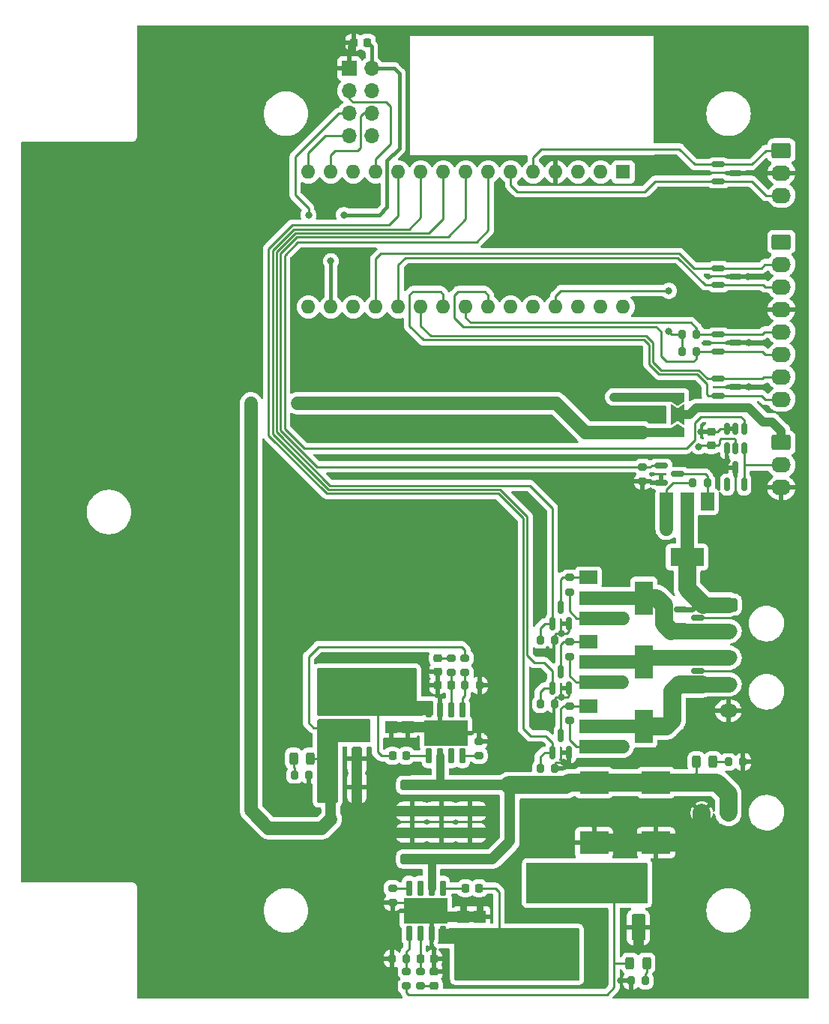
<source format=gbr>
%TF.GenerationSoftware,KiCad,Pcbnew,(6.0.1)*%
%TF.CreationDate,2023-02-14T20:17:07+00:00*%
%TF.ProjectId,dodsfalla_controller,646f6473-6661-46c6-9c61-5f636f6e7472,rev?*%
%TF.SameCoordinates,Original*%
%TF.FileFunction,Copper,L1,Top*%
%TF.FilePolarity,Positive*%
%FSLAX46Y46*%
G04 Gerber Fmt 4.6, Leading zero omitted, Abs format (unit mm)*
G04 Created by KiCad (PCBNEW (6.0.1)) date 2023-02-14 20:17:07*
%MOMM*%
%LPD*%
G01*
G04 APERTURE LIST*
G04 Aperture macros list*
%AMRoundRect*
0 Rectangle with rounded corners*
0 $1 Rounding radius*
0 $2 $3 $4 $5 $6 $7 $8 $9 X,Y pos of 4 corners*
0 Add a 4 corners polygon primitive as box body*
4,1,4,$2,$3,$4,$5,$6,$7,$8,$9,$2,$3,0*
0 Add four circle primitives for the rounded corners*
1,1,$1+$1,$2,$3*
1,1,$1+$1,$4,$5*
1,1,$1+$1,$6,$7*
1,1,$1+$1,$8,$9*
0 Add four rect primitives between the rounded corners*
20,1,$1+$1,$2,$3,$4,$5,0*
20,1,$1+$1,$4,$5,$6,$7,0*
20,1,$1+$1,$6,$7,$8,$9,0*
20,1,$1+$1,$8,$9,$2,$3,0*%
%AMFreePoly0*
4,1,6,1.000000,0.000000,0.500000,-0.750000,-0.500000,-0.750000,-0.500000,0.750000,0.500000,0.750000,1.000000,0.000000,1.000000,0.000000,$1*%
%AMFreePoly1*
4,1,7,0.700000,0.000000,1.200000,-0.750000,-1.200000,-0.750000,-0.700000,0.000000,-1.200000,0.750000,1.200000,0.750000,0.700000,0.000000,0.700000,0.000000,$1*%
G04 Aperture macros list end*
%TA.AperFunction,SMDPad,CuDef*%
%ADD10RoundRect,0.200000X-0.275000X0.200000X-0.275000X-0.200000X0.275000X-0.200000X0.275000X0.200000X0*%
%TD*%
%TA.AperFunction,ComponentPad*%
%ADD11RoundRect,0.250001X-0.759999X0.499999X-0.759999X-0.499999X0.759999X-0.499999X0.759999X0.499999X0*%
%TD*%
%TA.AperFunction,ComponentPad*%
%ADD12O,2.020000X1.500000*%
%TD*%
%TA.AperFunction,SMDPad,CuDef*%
%ADD13RoundRect,0.150000X-0.587500X-0.150000X0.587500X-0.150000X0.587500X0.150000X-0.587500X0.150000X0*%
%TD*%
%TA.AperFunction,SMDPad,CuDef*%
%ADD14RoundRect,0.250000X-1.100000X0.325000X-1.100000X-0.325000X1.100000X-0.325000X1.100000X0.325000X0*%
%TD*%
%TA.AperFunction,SMDPad,CuDef*%
%ADD15RoundRect,0.200000X0.275000X-0.200000X0.275000X0.200000X-0.275000X0.200000X-0.275000X-0.200000X0*%
%TD*%
%TA.AperFunction,SMDPad,CuDef*%
%ADD16RoundRect,0.200000X-0.200000X-0.275000X0.200000X-0.275000X0.200000X0.275000X-0.200000X0.275000X0*%
%TD*%
%TA.AperFunction,SMDPad,CuDef*%
%ADD17RoundRect,0.225000X0.225000X0.250000X-0.225000X0.250000X-0.225000X-0.250000X0.225000X-0.250000X0*%
%TD*%
%TA.AperFunction,SMDPad,CuDef*%
%ADD18RoundRect,0.243750X-0.243750X-0.456250X0.243750X-0.456250X0.243750X0.456250X-0.243750X0.456250X0*%
%TD*%
%TA.AperFunction,SMDPad,CuDef*%
%ADD19RoundRect,0.250000X1.100000X-0.325000X1.100000X0.325000X-1.100000X0.325000X-1.100000X-0.325000X0*%
%TD*%
%TA.AperFunction,SMDPad,CuDef*%
%ADD20R,2.000000X1.500000*%
%TD*%
%TA.AperFunction,SMDPad,CuDef*%
%ADD21R,2.000000X3.800000*%
%TD*%
%TA.AperFunction,SMDPad,CuDef*%
%ADD22RoundRect,0.225000X0.250000X-0.225000X0.250000X0.225000X-0.250000X0.225000X-0.250000X-0.225000X0*%
%TD*%
%TA.AperFunction,SMDPad,CuDef*%
%ADD23RoundRect,0.200000X0.200000X0.275000X-0.200000X0.275000X-0.200000X-0.275000X0.200000X-0.275000X0*%
%TD*%
%TA.AperFunction,SMDPad,CuDef*%
%ADD24RoundRect,0.225000X-0.225000X-0.250000X0.225000X-0.250000X0.225000X0.250000X-0.225000X0.250000X0*%
%TD*%
%TA.AperFunction,SMDPad,CuDef*%
%ADD25R,3.360000X4.860000*%
%TD*%
%TA.AperFunction,SMDPad,CuDef*%
%ADD26R,1.390000X1.400000*%
%TD*%
%TA.AperFunction,SMDPad,CuDef*%
%ADD27RoundRect,0.150000X0.150000X-0.737500X0.150000X0.737500X-0.150000X0.737500X-0.150000X-0.737500X0*%
%TD*%
%TA.AperFunction,ComponentPad*%
%ADD28C,0.500000*%
%TD*%
%TA.AperFunction,SMDPad,CuDef*%
%ADD29R,4.900000X2.950000*%
%TD*%
%TA.AperFunction,SMDPad,CuDef*%
%ADD30R,5.500000X1.430000*%
%TD*%
%TA.AperFunction,SMDPad,CuDef*%
%ADD31RoundRect,0.243750X0.243750X0.456250X-0.243750X0.456250X-0.243750X-0.456250X0.243750X-0.456250X0*%
%TD*%
%TA.AperFunction,ComponentPad*%
%ADD32RoundRect,0.250000X-0.845000X0.620000X-0.845000X-0.620000X0.845000X-0.620000X0.845000X0.620000X0*%
%TD*%
%TA.AperFunction,ComponentPad*%
%ADD33O,2.190000X1.740000*%
%TD*%
%TA.AperFunction,SMDPad,CuDef*%
%ADD34FreePoly0,90.000000*%
%TD*%
%TA.AperFunction,SMDPad,CuDef*%
%ADD35FreePoly1,90.000000*%
%TD*%
%TA.AperFunction,SMDPad,CuDef*%
%ADD36FreePoly0,270.000000*%
%TD*%
%TA.AperFunction,SMDPad,CuDef*%
%ADD37R,1.500000X2.000000*%
%TD*%
%TA.AperFunction,SMDPad,CuDef*%
%ADD38R,3.800000X2.000000*%
%TD*%
%TA.AperFunction,SMDPad,CuDef*%
%ADD39R,5.400000X2.900000*%
%TD*%
%TA.AperFunction,ComponentPad*%
%ADD40RoundRect,0.250001X-0.499999X0.499999X-0.499999X-0.499999X0.499999X-0.499999X0.499999X0.499999X0*%
%TD*%
%TA.AperFunction,ComponentPad*%
%ADD41C,1.500000*%
%TD*%
%TA.AperFunction,SMDPad,CuDef*%
%ADD42RoundRect,0.250000X-0.325000X-1.100000X0.325000X-1.100000X0.325000X1.100000X-0.325000X1.100000X0*%
%TD*%
%TA.AperFunction,SMDPad,CuDef*%
%ADD43RoundRect,0.250000X-0.550000X1.250000X-0.550000X-1.250000X0.550000X-1.250000X0.550000X1.250000X0*%
%TD*%
%TA.AperFunction,SMDPad,CuDef*%
%ADD44RoundRect,0.225000X-0.250000X0.225000X-0.250000X-0.225000X0.250000X-0.225000X0.250000X0.225000X0*%
%TD*%
%TA.AperFunction,SMDPad,CuDef*%
%ADD45RoundRect,0.150000X-0.150000X0.737500X-0.150000X-0.737500X0.150000X-0.737500X0.150000X0.737500X0*%
%TD*%
%TA.AperFunction,SMDPad,CuDef*%
%ADD46RoundRect,0.150000X0.150000X-0.587500X0.150000X0.587500X-0.150000X0.587500X-0.150000X-0.587500X0*%
%TD*%
%TA.AperFunction,ComponentPad*%
%ADD47R,1.600000X1.600000*%
%TD*%
%TA.AperFunction,ComponentPad*%
%ADD48O,1.600000X1.600000*%
%TD*%
%TA.AperFunction,SMDPad,CuDef*%
%ADD49R,3.300000X2.500000*%
%TD*%
%TA.AperFunction,ComponentPad*%
%ADD50O,1.700000X1.700000*%
%TD*%
%TA.AperFunction,ComponentPad*%
%ADD51R,1.700000X1.700000*%
%TD*%
%TA.AperFunction,SMDPad,CuDef*%
%ADD52RoundRect,0.150000X-0.150000X0.512500X-0.150000X-0.512500X0.150000X-0.512500X0.150000X0.512500X0*%
%TD*%
%TA.AperFunction,ViaPad*%
%ADD53C,0.800000*%
%TD*%
%TA.AperFunction,Conductor*%
%ADD54C,1.500000*%
%TD*%
%TA.AperFunction,Conductor*%
%ADD55C,0.250000*%
%TD*%
%TA.AperFunction,Conductor*%
%ADD56C,1.150000*%
%TD*%
%TA.AperFunction,Conductor*%
%ADD57C,0.800000*%
%TD*%
%TA.AperFunction,Conductor*%
%ADD58C,1.200000*%
%TD*%
%TA.AperFunction,Conductor*%
%ADD59C,1.000000*%
%TD*%
%TA.AperFunction,Conductor*%
%ADD60C,0.400000*%
%TD*%
%TA.AperFunction,Conductor*%
%ADD61C,2.000000*%
%TD*%
%TA.AperFunction,Conductor*%
%ADD62C,0.950000*%
%TD*%
%TA.AperFunction,Conductor*%
%ADD63C,0.600000*%
%TD*%
%TA.AperFunction,Conductor*%
%ADD64C,1.800000*%
%TD*%
G04 APERTURE END LIST*
D10*
%TO.P,R14,1*%
%TO.N,+5V*%
X156175000Y-109293000D03*
%TO.P,R14,2*%
%TO.N,Net-(R14-Pad2)*%
X156175000Y-110943000D03*
%TD*%
D11*
%TO.P,J3,1,Pin_1*%
%TO.N,Net-(D4-Pad1)*%
X185915000Y-103250000D03*
D12*
%TO.P,J3,2,Pin_2*%
%TO.N,Net-(D4-Pad2)*%
X185915000Y-106250000D03*
%TO.P,J3,3,Pin_3*%
%TO.N,Net-(D5-Pad1)*%
X185915000Y-109250000D03*
%TO.P,J3,4,Pin_4*%
%TO.N,Net-(D5-Pad2)*%
X185915000Y-112250000D03*
%TO.P,J3,5,Pin_5*%
%TO.N,GND*%
X185915000Y-115250000D03*
%TD*%
D13*
%TO.P,D4,1,A1*%
%TO.N,Net-(D4-Pad1)*%
X180562500Y-103800000D03*
%TO.P,D4,2,A2*%
%TO.N,Net-(D4-Pad2)*%
X180562500Y-105700000D03*
%TO.P,D4,3,common*%
%TO.N,GND*%
X182437500Y-104750000D03*
%TD*%
D14*
%TO.P,C3,1*%
%TO.N,+36V*%
X150250000Y-123643000D03*
%TO.P,C3,2*%
%TO.N,GND*%
X150250000Y-126593000D03*
%TD*%
D15*
%TO.P,R7,1*%
%TO.N,+12V*%
X168000000Y-101850000D03*
%TO.P,R7,2*%
%TO.N,Net-(Q2-Pad3)*%
X168000000Y-100200000D03*
%TD*%
D13*
%TO.P,D5,1,A1*%
%TO.N,Net-(D5-Pad1)*%
X180562500Y-109800000D03*
%TO.P,D5,2,A2*%
%TO.N,Net-(D5-Pad2)*%
X180562500Y-111700000D03*
%TO.P,D5,3,common*%
%TO.N,GND*%
X182437500Y-110750000D03*
%TD*%
D16*
%TO.P,R19,1*%
%TO.N,/OUTPUT_2*%
X164675000Y-107250000D03*
%TO.P,R19,2*%
%TO.N,GND*%
X166325000Y-107250000D03*
%TD*%
D17*
%TO.P,C11,1*%
%TO.N,Net-(C11-Pad1)*%
X154635000Y-112368000D03*
%TO.P,C11,2*%
%TO.N,GND*%
X153085000Y-112368000D03*
%TD*%
D18*
%TO.P,D12,1,K*%
%TO.N,Net-(D12-Pad1)*%
X136812500Y-120618000D03*
%TO.P,D12,2,A*%
%TO.N,+5V*%
X138687500Y-120618000D03*
%TD*%
D16*
%TO.P,R1,1*%
%TO.N,Net-(D3-Pad1)*%
X185925000Y-121000000D03*
%TO.P,R1,2*%
%TO.N,GND*%
X187575000Y-121000000D03*
%TD*%
%TO.P,R15,1*%
%TO.N,Net-(R14-Pad2)*%
X156175000Y-112368000D03*
%TO.P,R15,2*%
%TO.N,GND*%
X157825000Y-112368000D03*
%TD*%
D15*
%TO.P,R5,1*%
%TO.N,Net-(C11-Pad1)*%
X154635000Y-110943000D03*
%TO.P,R5,2*%
%TO.N,Net-(C9-Pad1)*%
X154635000Y-109293000D03*
%TD*%
D19*
%TO.P,C6,1*%
%TO.N,+36V*%
X153500000Y-131975000D03*
%TO.P,C6,2*%
%TO.N,GND*%
X153500000Y-129025000D03*
%TD*%
D20*
%TO.P,Q8,1,G*%
%TO.N,Net-(Q4-Pad3)*%
X170100000Y-114700000D03*
D21*
%TO.P,Q8,2,D*%
%TO.N,Net-(D5-Pad2)*%
X176400000Y-117000000D03*
D20*
X170100000Y-117000000D03*
%TO.P,Q8,3,S*%
%TO.N,+12V*%
X170100000Y-119300000D03*
%TD*%
D22*
%TO.P,C8,1*%
%TO.N,Net-(C8-Pad1)*%
X152665000Y-146275000D03*
%TO.P,C8,2*%
%TO.N,GND*%
X152665000Y-144725000D03*
%TD*%
D23*
%TO.P,R13,1*%
%TO.N,Net-(R12-Pad2)*%
X149575000Y-143250000D03*
%TO.P,R13,2*%
%TO.N,GND*%
X147925000Y-143250000D03*
%TD*%
D24*
%TO.P,C12,1*%
%TO.N,Net-(C12-Pad1)*%
X156225000Y-135287500D03*
%TO.P,C12,2*%
%TO.N,Net-(C12-Pad2)*%
X157775000Y-135287500D03*
%TD*%
D25*
%TO.P,D7,1,K*%
%TO.N,Net-(C13-Pad2)*%
X148750000Y-113118000D03*
D26*
%TO.P,D7,2,A*%
%TO.N,GND*%
X147830000Y-117100000D03*
X149670000Y-117100000D03*
%TD*%
D15*
%TO.P,R9,1*%
%TO.N,+12V*%
X168000000Y-116350000D03*
%TO.P,R9,2*%
%TO.N,Net-(Q4-Pad3)*%
X168000000Y-114700000D03*
%TD*%
D13*
%TO.P,D14,1,A1*%
%TO.N,/HOVERBOARD_TXOUT*%
X184797500Y-53550000D03*
%TO.P,D14,2,A2*%
%TO.N,/HOVERBOARD_RXIN*%
X184797500Y-55450000D03*
%TO.P,D14,3,common*%
%TO.N,GND*%
X186672500Y-54500000D03*
%TD*%
D10*
%TO.P,R4,1*%
%TO.N,Net-(C10-Pad1)*%
X151115000Y-144675000D03*
%TO.P,R4,2*%
%TO.N,Net-(C8-Pad1)*%
X151115000Y-146325000D03*
%TD*%
D27*
%TO.P,U2,1,BOOT*%
%TO.N,Net-(C13-Pad1)*%
X152095000Y-120312500D03*
%TO.P,U2,2,VIN*%
%TO.N,+36V*%
X153365000Y-120312500D03*
%TO.P,U2,3,EN*%
%TO.N,unconnected-(U2-Pad3)*%
X154635000Y-120312500D03*
%TO.P,U2,4,RT/CLK*%
%TO.N,Net-(R11-Pad1)*%
X155905000Y-120312500D03*
%TO.P,U2,5,FB*%
%TO.N,Net-(R14-Pad2)*%
X155905000Y-115187500D03*
%TO.P,U2,6,COMP*%
%TO.N,Net-(C11-Pad1)*%
X154635000Y-115187500D03*
%TO.P,U2,7,GND*%
%TO.N,GND*%
X153365000Y-115187500D03*
%TO.P,U2,8,SW*%
%TO.N,Net-(C13-Pad2)*%
X152095000Y-115187500D03*
D28*
%TO.P,U2,9,GND*%
%TO.N,GND*%
X152700000Y-118400000D03*
X154000000Y-118400000D03*
X152700000Y-117100000D03*
D29*
X154000000Y-117750000D03*
D28*
X154000000Y-117100000D03*
X155300000Y-117100000D03*
X155300000Y-118400000D03*
%TD*%
D30*
%TO.P,L2,1,1*%
%TO.N,Net-(C13-Pad2)*%
X142500000Y-113098000D03*
%TO.P,L2,2,2*%
%TO.N,+5V*%
X142500000Y-117138000D03*
%TD*%
D31*
%TO.P,D3,1,K*%
%TO.N,Net-(D3-Pad1)*%
X184187500Y-121000000D03*
%TO.P,D3,2,A*%
%TO.N,+36V*%
X182312500Y-121000000D03*
%TD*%
D32*
%TO.P,J5,1,Pin_1*%
%TO.N,Net-(J4-Pad2)*%
X191915000Y-84960000D03*
D33*
%TO.P,J5,2,Pin_2*%
%TO.N,Net-(D13-Pad2)*%
X191915000Y-87500000D03*
%TO.P,J5,3,Pin_3*%
%TO.N,GND*%
X191915000Y-90040000D03*
%TD*%
D34*
%TO.P,J4,1,Pin_1*%
%TO.N,+5V*%
X180200000Y-83800000D03*
D35*
%TO.P,J4,2,Pin_2*%
%TO.N,Net-(J4-Pad2)*%
X180200000Y-81800000D03*
D36*
%TO.P,J4,3,Pin_3*%
%TO.N,+12V*%
X180200000Y-79800000D03*
%TD*%
D23*
%TO.P,R16,2*%
%TO.N,GND*%
X174925000Y-145750000D03*
%TO.P,R16,1*%
%TO.N,Net-(D11-Pad1)*%
X176575000Y-145750000D03*
%TD*%
D37*
%TO.P,Q5,1,G*%
%TO.N,Net-(Q1-Pad3)*%
X183550000Y-91600000D03*
%TO.P,Q5,2,D*%
%TO.N,Net-(D4-Pad1)*%
X181250000Y-91600000D03*
D38*
X181250000Y-97900000D03*
D37*
%TO.P,Q5,3,S*%
%TO.N,+12V*%
X178950000Y-91600000D03*
%TD*%
D31*
%TO.P,D11,1,K*%
%TO.N,Net-(D11-Pad1)*%
X176687500Y-143750000D03*
%TO.P,D11,2,A*%
%TO.N,+12V*%
X174812500Y-143750000D03*
%TD*%
D39*
%TO.P,L1,1,1*%
%TO.N,Net-(C12-Pad2)*%
X166000000Y-143950000D03*
%TO.P,L1,2,2*%
%TO.N,+12V*%
X166000000Y-134050000D03*
%TD*%
D40*
%TO.P,J1,1,Pin_1*%
%TO.N,+36V*%
X185915000Y-126750000D03*
D41*
%TO.P,J1,2,Pin_2*%
%TO.N,GND*%
X182915000Y-126750000D03*
%TD*%
D13*
%TO.P,Q1,1,G*%
%TO.N,/OUTPUT_1*%
X178312500Y-87550000D03*
%TO.P,Q1,2,S*%
%TO.N,GND*%
X178312500Y-89450000D03*
%TO.P,Q1,3,D*%
%TO.N,Net-(Q1-Pad3)*%
X180187500Y-88500000D03*
%TD*%
D14*
%TO.P,C7,1*%
%TO.N,+36V*%
X156750000Y-123643000D03*
%TO.P,C7,2*%
%TO.N,GND*%
X156750000Y-126593000D03*
%TD*%
D13*
%TO.P,D9,1,A1*%
%TO.N,/I2C_SDA*%
X184797500Y-72740000D03*
%TO.P,D9,2,A2*%
%TO.N,/I2C_SCL*%
X184797500Y-74640000D03*
%TO.P,D9,3,common*%
%TO.N,GND*%
X186672500Y-73690000D03*
%TD*%
D25*
%TO.P,D6,1,K*%
%TO.N,Net-(C12-Pad2)*%
X156920000Y-142482000D03*
D26*
%TO.P,D6,2,A*%
%TO.N,GND*%
X156000000Y-138500000D03*
X157840000Y-138500000D03*
%TD*%
D15*
%TO.P,R12,1*%
%TO.N,+12V*%
X149575000Y-146325000D03*
%TO.P,R12,2*%
%TO.N,Net-(R12-Pad2)*%
X149575000Y-144675000D03*
%TD*%
D42*
%TO.P,C15,1*%
%TO.N,+5V*%
X141025000Y-120618000D03*
%TO.P,C15,2*%
%TO.N,GND*%
X143975000Y-120618000D03*
%TD*%
D43*
%TO.P,C14,1*%
%TO.N,+12V*%
X175750000Y-135300000D03*
%TO.P,C14,2*%
%TO.N,GND*%
X175750000Y-139700000D03*
%TD*%
D19*
%TO.P,C4,1*%
%TO.N,+36V*%
X156750000Y-131975000D03*
%TO.P,C4,2*%
%TO.N,GND*%
X156750000Y-129025000D03*
%TD*%
D14*
%TO.P,C5,1*%
%TO.N,+36V*%
X153500000Y-123643000D03*
%TO.P,C5,2*%
%TO.N,GND*%
X153500000Y-126593000D03*
%TD*%
D44*
%TO.P,C9,1*%
%TO.N,Net-(C9-Pad1)*%
X153100000Y-109293000D03*
%TO.P,C9,2*%
%TO.N,GND*%
X153100000Y-110843000D03*
%TD*%
D20*
%TO.P,Q7,1,G*%
%TO.N,Net-(Q3-Pad3)*%
X170100000Y-107450000D03*
D21*
%TO.P,Q7,2,D*%
%TO.N,Net-(D5-Pad1)*%
X176400000Y-109750000D03*
D20*
X170100000Y-109750000D03*
%TO.P,Q7,3,S*%
%TO.N,+12V*%
X170100000Y-112050000D03*
%TD*%
D24*
%TO.P,C1,1*%
%TO.N,GND*%
X143600000Y-39750000D03*
%TO.P,C1,2*%
%TO.N,+3V3*%
X145150000Y-39750000D03*
%TD*%
D45*
%TO.P,U1,1,BOOT*%
%TO.N,Net-(C12-Pad1)*%
X153655000Y-135287500D03*
%TO.P,U1,2,VIN*%
%TO.N,+36V*%
X152385000Y-135287500D03*
%TO.P,U1,3,EN*%
%TO.N,/12V_EN*%
X151115000Y-135287500D03*
%TO.P,U1,4,RT/CLK*%
%TO.N,Net-(R10-Pad1)*%
X149845000Y-135287500D03*
%TO.P,U1,5,FB*%
%TO.N,Net-(R12-Pad2)*%
X149845000Y-140412500D03*
%TO.P,U1,6,COMP*%
%TO.N,Net-(C10-Pad1)*%
X151115000Y-140412500D03*
%TO.P,U1,7,GND*%
%TO.N,GND*%
X152385000Y-140412500D03*
%TO.P,U1,8,SW*%
%TO.N,Net-(C12-Pad2)*%
X153655000Y-140412500D03*
D28*
%TO.P,U1,9,GND*%
%TO.N,GND*%
X153050000Y-137200000D03*
X151750000Y-138500000D03*
X150450000Y-138500000D03*
X153050000Y-138500000D03*
D29*
X151750000Y-137850000D03*
D28*
X151750000Y-137200000D03*
X150450000Y-137200000D03*
%TD*%
D16*
%TO.P,R17,1*%
%TO.N,Net-(D12-Pad1)*%
X136925000Y-122500000D03*
%TO.P,R17,2*%
%TO.N,GND*%
X138575000Y-122500000D03*
%TD*%
D46*
%TO.P,Q3,1,G*%
%TO.N,/DIP_BEAM*%
X166050000Y-112687500D03*
%TO.P,Q3,2,S*%
%TO.N,GND*%
X167950000Y-112687500D03*
%TO.P,Q3,3,D*%
%TO.N,Net-(Q3-Pad3)*%
X167000000Y-110812500D03*
%TD*%
%TO.P,Q2,1,G*%
%TO.N,/OUTPUT_2*%
X166050000Y-105437500D03*
%TO.P,Q2,2,S*%
%TO.N,GND*%
X167950000Y-105437500D03*
%TO.P,Q2,3,D*%
%TO.N,Net-(Q2-Pad3)*%
X167000000Y-103562500D03*
%TD*%
D47*
%TO.P,A1,1,D1/TX*%
%TO.N,unconnected-(A1-Pad1)*%
X174050000Y-54390000D03*
D48*
%TO.P,A1,2,D0/RX*%
%TO.N,unconnected-(A1-Pad2)*%
X171510000Y-54390000D03*
%TO.P,A1,3,~{RESET}*%
%TO.N,unconnected-(A1-Pad3)*%
X168970000Y-54390000D03*
%TO.P,A1,4,GND*%
%TO.N,GND*%
X166430000Y-54390000D03*
%TO.P,A1,5,D2*%
%TO.N,/HOVERBOARD_TXOUT*%
X163890000Y-54390000D03*
%TO.P,A1,6,D3*%
%TO.N,/HOVERBOARD_RXIN*%
X161350000Y-54390000D03*
%TO.P,A1,7,D4*%
%TO.N,/LED_STRIP*%
X158810000Y-54390000D03*
%TO.P,A1,8,D5*%
%TO.N,/OUTPUT_1*%
X156270000Y-54390000D03*
%TO.P,A1,9,D6*%
%TO.N,/OUTPUT_2*%
X153730000Y-54390000D03*
%TO.P,A1,10,D7*%
%TO.N,/DIP_BEAM*%
X151190000Y-54390000D03*
%TO.P,A1,11,D8*%
%TO.N,/HIGH_BEAM*%
X148650000Y-54390000D03*
%TO.P,A1,12,D9*%
%TO.N,/SPI_CE*%
X146110000Y-54390000D03*
%TO.P,A1,13,D10*%
%TO.N,/SPI_CS*%
X143570000Y-54390000D03*
%TO.P,A1,14,D11*%
%TO.N,/SPI_MOSI*%
X141030000Y-54390000D03*
%TO.P,A1,15,D12*%
%TO.N,/SPI_MISO*%
X138490000Y-54390000D03*
%TO.P,A1,16,D13*%
%TO.N,/SPI_SCK*%
X138490000Y-69630000D03*
%TO.P,A1,17,3V3*%
%TO.N,+3V3*%
X141030000Y-69630000D03*
%TO.P,A1,18,AREF*%
%TO.N,unconnected-(A1-Pad18)*%
X143570000Y-69630000D03*
%TO.P,A1,19,A0*%
%TO.N,/SPEED_INPUT*%
X146110000Y-69630000D03*
%TO.P,A1,20,A1*%
%TO.N,/STEER_INPUT*%
X148650000Y-69630000D03*
%TO.P,A1,21,A2*%
%TO.N,/BUTTON_1*%
X151190000Y-69630000D03*
%TO.P,A1,22,A3*%
%TO.N,/BUTTON_2*%
X153730000Y-69630000D03*
%TO.P,A1,23,A4*%
%TO.N,/I2C_SDA*%
X156270000Y-69630000D03*
%TO.P,A1,24,A5*%
%TO.N,/I2C_SCL*%
X158810000Y-69630000D03*
%TO.P,A1,25,A6*%
%TO.N,unconnected-(A1-Pad25)*%
X161350000Y-69630000D03*
%TO.P,A1,26,A7*%
%TO.N,unconnected-(A1-Pad26)*%
X163890000Y-69630000D03*
%TO.P,A1,27,+5V*%
%TO.N,+5V*%
X166430000Y-69630000D03*
%TO.P,A1,28,~{RESET}*%
%TO.N,unconnected-(A1-Pad28)*%
X168970000Y-69630000D03*
%TO.P,A1,29,GND*%
%TO.N,GND*%
X171510000Y-69630000D03*
%TO.P,A1,30,VIN*%
%TO.N,unconnected-(A1-Pad30)*%
X174050000Y-69630000D03*
%TD*%
D32*
%TO.P,J7,1,Pin_1*%
%TO.N,/HOVERBOARD_TXOUT*%
X191915000Y-51960000D03*
D33*
%TO.P,J7,2,Pin_2*%
%TO.N,GND*%
X191915000Y-54500000D03*
%TO.P,J7,3,Pin_3*%
%TO.N,/HOVERBOARD_RXIN*%
X191915000Y-57040000D03*
%TD*%
D49*
%TO.P,D1,1,K*%
%TO.N,+36V*%
X177750000Y-123350000D03*
%TO.P,D1,2,A*%
%TO.N,GND*%
X177750000Y-130150000D03*
%TD*%
D13*
%TO.P,D10,1,A1*%
%TO.N,/BUTTON_1*%
X184797500Y-77740000D03*
%TO.P,D10,2,A2*%
%TO.N,/BUTTON_2*%
X184797500Y-79640000D03*
%TO.P,D10,3,common*%
%TO.N,GND*%
X186672500Y-78690000D03*
%TD*%
%TO.P,D8,1,A1*%
%TO.N,/SPEED_INPUT*%
X184797500Y-65240000D03*
%TO.P,D8,2,A2*%
%TO.N,/STEER_INPUT*%
X184797500Y-67140000D03*
%TO.P,D8,3,common*%
%TO.N,GND*%
X186672500Y-66190000D03*
%TD*%
D19*
%TO.P,C2,1*%
%TO.N,+36V*%
X150250000Y-131975000D03*
%TO.P,C2,2*%
%TO.N,GND*%
X150250000Y-129025000D03*
%TD*%
D16*
%TO.P,R6,1*%
%TO.N,+12V*%
X181900000Y-89500000D03*
%TO.P,R6,2*%
%TO.N,Net-(Q1-Pad3)*%
X183550000Y-89500000D03*
%TD*%
D50*
%TO.P,J2,8,Pin_8*%
%TO.N,unconnected-(J2-Pad8)*%
X145640000Y-50320000D03*
%TO.P,J2,7,Pin_7*%
%TO.N,/SPI_MISO*%
X143100000Y-50320000D03*
%TO.P,J2,6,Pin_6*%
%TO.N,/SPI_MOSI*%
X145640000Y-47780000D03*
%TO.P,J2,5,Pin_5*%
%TO.N,/SPI_SCK*%
X143100000Y-47780000D03*
%TO.P,J2,4,Pin_4*%
%TO.N,/SPI_CS*%
X145640000Y-45240000D03*
%TO.P,J2,3,Pin_3*%
%TO.N,/SPI_CE*%
X143100000Y-45240000D03*
%TO.P,J2,2,Pin_2*%
%TO.N,+3V3*%
X145640000Y-42700000D03*
D51*
%TO.P,J2,1,Pin_1*%
%TO.N,GND*%
X143100000Y-42700000D03*
%TD*%
D10*
%TO.P,R10,1*%
%TO.N,Net-(R10-Pad1)*%
X148000000Y-135287500D03*
%TO.P,R10,2*%
%TO.N,GND*%
X148000000Y-136937500D03*
%TD*%
D15*
%TO.P,R11,1*%
%TO.N,Net-(R11-Pad1)*%
X157750000Y-120312500D03*
%TO.P,R11,2*%
%TO.N,GND*%
X157750000Y-118662500D03*
%TD*%
D46*
%TO.P,D13,1,A1*%
%TO.N,unconnected-(D13-Pad1)*%
X185800000Y-89687500D03*
%TO.P,D13,2,A2*%
%TO.N,Net-(D13-Pad2)*%
X187700000Y-89687500D03*
%TO.P,D13,3,common*%
%TO.N,GND*%
X186750000Y-87812500D03*
%TD*%
D44*
%TO.P,C17,1*%
%TO.N,GND*%
X184000000Y-83725000D03*
%TO.P,C17,2*%
%TO.N,+5V*%
X184000000Y-85275000D03*
%TD*%
D46*
%TO.P,Q4,1,G*%
%TO.N,/HIGH_BEAM*%
X166050000Y-119937500D03*
%TO.P,Q4,2,S*%
%TO.N,GND*%
X167950000Y-119937500D03*
%TO.P,Q4,3,D*%
%TO.N,Net-(Q4-Pad3)*%
X167000000Y-118062500D03*
%TD*%
D16*
%TO.P,R20,1*%
%TO.N,/DIP_BEAM*%
X164675000Y-114500000D03*
%TO.P,R20,2*%
%TO.N,GND*%
X166325000Y-114500000D03*
%TD*%
D52*
%TO.P,U3,1*%
%TO.N,/LED_STRIP*%
X187700000Y-83362500D03*
%TO.P,U3,2,GND*%
%TO.N,GND*%
X186750000Y-83362500D03*
%TO.P,U3,3*%
X185800000Y-83362500D03*
%TO.P,U3,4*%
X185800000Y-85637500D03*
%TO.P,U3,5,VCC*%
%TO.N,+5V*%
X186750000Y-85637500D03*
%TO.P,U3,6*%
%TO.N,Net-(D13-Pad2)*%
X187700000Y-85637500D03*
%TD*%
D15*
%TO.P,R8,1*%
%TO.N,+12V*%
X168000000Y-109100000D03*
%TO.P,R8,2*%
%TO.N,Net-(Q3-Pad3)*%
X168000000Y-107450000D03*
%TD*%
D17*
%TO.P,C13,1*%
%TO.N,Net-(C13-Pad1)*%
X149525000Y-120312500D03*
%TO.P,C13,2*%
%TO.N,Net-(C13-Pad2)*%
X147975000Y-120312500D03*
%TD*%
D16*
%TO.P,R2,1*%
%TO.N,+5V*%
X180660000Y-72740000D03*
%TO.P,R2,2*%
%TO.N,/I2C_SDA*%
X182310000Y-72740000D03*
%TD*%
D32*
%TO.P,J6,1,Pin_1*%
%TO.N,+5V*%
X191915000Y-62300000D03*
D33*
%TO.P,J6,2,Pin_2*%
%TO.N,/SPEED_INPUT*%
X191915000Y-64840000D03*
%TO.P,J6,3,Pin_3*%
%TO.N,/STEER_INPUT*%
X191915000Y-67380000D03*
%TO.P,J6,4,Pin_4*%
%TO.N,GND*%
X191915000Y-69920000D03*
%TO.P,J6,5,Pin_5*%
%TO.N,/I2C_SDA*%
X191915000Y-72460000D03*
%TO.P,J6,6,Pin_6*%
%TO.N,/I2C_SCL*%
X191915000Y-75000000D03*
%TO.P,J6,7,Pin_7*%
%TO.N,/BUTTON_1*%
X191915000Y-77540000D03*
%TO.P,J6,8,Pin_8*%
%TO.N,/BUTTON_2*%
X191915000Y-80080000D03*
%TD*%
D49*
%TO.P,D2,1,A1*%
%TO.N,GND*%
X170750000Y-130150000D03*
%TO.P,D2,2,A2*%
%TO.N,+36V*%
X170750000Y-123350000D03*
%TD*%
D42*
%TO.P,C16,1*%
%TO.N,+5V*%
X141025000Y-123868000D03*
%TO.P,C16,2*%
%TO.N,GND*%
X143975000Y-123868000D03*
%TD*%
D10*
%TO.P,R18,1*%
%TO.N,/OUTPUT_1*%
X176250000Y-87675000D03*
%TO.P,R18,2*%
%TO.N,GND*%
X176250000Y-89325000D03*
%TD*%
D16*
%TO.P,R21,1*%
%TO.N,/HIGH_BEAM*%
X164675000Y-121750000D03*
%TO.P,R21,2*%
%TO.N,GND*%
X166325000Y-121750000D03*
%TD*%
D24*
%TO.P,C10,1*%
%TO.N,Net-(C10-Pad1)*%
X151115000Y-143250000D03*
%TO.P,C10,2*%
%TO.N,GND*%
X152665000Y-143250000D03*
%TD*%
D16*
%TO.P,R3,1*%
%TO.N,+5V*%
X180660000Y-74640000D03*
%TO.P,R3,2*%
%TO.N,/I2C_SCL*%
X182310000Y-74640000D03*
%TD*%
D20*
%TO.P,Q6,1,G*%
%TO.N,Net-(Q2-Pad3)*%
X170100000Y-100200000D03*
D21*
%TO.P,Q6,2,D*%
%TO.N,Net-(D4-Pad2)*%
X176400000Y-102500000D03*
D20*
X170100000Y-102500000D03*
%TO.P,Q6,3,S*%
%TO.N,+12V*%
X170100000Y-104800000D03*
%TD*%
D53*
%TO.N,GND*%
X180000000Y-57500000D03*
X162500000Y-60000000D03*
X185000000Y-57500000D03*
X185000000Y-70000000D03*
X162500000Y-67500000D03*
X112500000Y-75000000D03*
X112500000Y-85000000D03*
X112500000Y-97500000D03*
X112500000Y-110000000D03*
X112500000Y-120000000D03*
X112500000Y-132500000D03*
X125000000Y-145000000D03*
X135000000Y-145000000D03*
X142500000Y-145000000D03*
X192500000Y-145000000D03*
X182500000Y-145000000D03*
X182500000Y-137500000D03*
X172500000Y-127500000D03*
X177500000Y-127500000D03*
X165000000Y-127500000D03*
X145000000Y-132500000D03*
X135000000Y-132500000D03*
X135000000Y-115000000D03*
X142500000Y-105000000D03*
X157500000Y-105000000D03*
X170000000Y-95000000D03*
X157500000Y-95000000D03*
X142500000Y-95000000D03*
X142500000Y-82500000D03*
X157500000Y-82500000D03*
X172500000Y-75000000D03*
X157500000Y-75000000D03*
X142500000Y-75000000D03*
X185800000Y-87000000D03*
X167086495Y-106513505D03*
X167072989Y-113727011D03*
X167286495Y-121113505D03*
X159032000Y-112368000D03*
X151832000Y-112368000D03*
X138575000Y-123975000D03*
X143975000Y-126175000D03*
X147825000Y-129025000D03*
X159175000Y-129025000D03*
X159200000Y-126600000D03*
X147800000Y-126600000D03*
X146750000Y-143250000D03*
X153950000Y-143250000D03*
X156000000Y-137000000D03*
X157840000Y-137000000D03*
X173724500Y-145750000D03*
X175750000Y-142000000D03*
X188800000Y-121000000D03*
X188800000Y-110200000D03*
X188800000Y-103200000D03*
X176250000Y-90550000D03*
X182824500Y-83725000D03*
%TO.N,+5V*%
X182600000Y-85400000D03*
X178000000Y-83800000D03*
%TO.N,GND*%
X188200000Y-78690000D03*
X188190000Y-66190000D03*
X188200000Y-73690000D03*
%TO.N,+5V*%
X179200000Y-67800000D03*
X179200000Y-72400000D03*
X162000000Y-80500000D03*
X137250000Y-80500000D03*
X132000000Y-80500000D03*
%TO.N,+3V3*%
X142500000Y-59250000D03*
X141030000Y-64470000D03*
%TO.N,/SPI_SCK*%
X138500000Y-59250000D03*
%TO.N,+12V*%
X174000000Y-104800000D03*
X171000000Y-133400000D03*
X174000000Y-112050000D03*
X171000000Y-136100000D03*
X174000000Y-119300000D03*
X178950000Y-94700000D03*
X173000000Y-79800000D03*
%TD*%
D54*
%TO.N,+5V*%
X169800000Y-83800000D02*
X176250000Y-83800000D01*
X166500000Y-80500000D02*
X169800000Y-83800000D01*
X162000000Y-80500000D02*
X137250000Y-80500000D01*
X162000000Y-80500000D02*
X166500000Y-80500000D01*
D55*
%TO.N,GND*%
X185800000Y-87000000D02*
X185800000Y-87600000D01*
X186012500Y-87812500D02*
X186750000Y-87812500D01*
X185800000Y-87600000D02*
X186012500Y-87812500D01*
X185800000Y-85637500D02*
X185800000Y-87000000D01*
%TO.N,Net-(Q3-Pad3)*%
X167000000Y-107800000D02*
X167000000Y-110812500D01*
X167350000Y-107450000D02*
X167000000Y-107800000D01*
X168000000Y-107450000D02*
X167350000Y-107450000D01*
%TO.N,GND*%
X167086495Y-106513505D02*
X167686494Y-106513505D01*
X167072989Y-113727011D02*
X167722989Y-113727011D01*
X167286495Y-121113505D02*
X167686494Y-121113505D01*
X166288505Y-121886494D02*
X166288505Y-121261494D01*
X166436494Y-121113505D02*
X167286495Y-121113505D01*
X167913505Y-120886494D02*
X167913505Y-120073994D01*
X166288505Y-121261494D02*
X166436494Y-121113505D01*
X167686494Y-121113505D02*
X167913505Y-120886494D01*
X166288505Y-107286494D02*
X166288505Y-106661494D01*
X166436494Y-106513505D02*
X167086495Y-106513505D01*
X167913505Y-106286494D02*
X167913505Y-105473994D01*
X166288505Y-106661494D02*
X166436494Y-106513505D01*
X167686494Y-106513505D02*
X167913505Y-106286494D01*
X166472989Y-113727011D02*
X167072989Y-113727011D01*
X167950000Y-113500000D02*
X167950000Y-112687500D01*
X166325000Y-113875000D02*
X166472989Y-113727011D01*
X166325000Y-114500000D02*
X166325000Y-113875000D01*
X167722989Y-113727011D02*
X167950000Y-113500000D01*
X159032000Y-112368000D02*
X159168000Y-112368000D01*
X157825000Y-112368000D02*
X159032000Y-112368000D01*
X153100000Y-112353000D02*
X153085000Y-112368000D01*
X153100000Y-110843000D02*
X153100000Y-112353000D01*
X153085000Y-112368000D02*
X151832000Y-112368000D01*
X153365000Y-115187500D02*
X153365000Y-116765000D01*
D56*
X147830000Y-117100000D02*
X152700000Y-117100000D01*
D55*
X138575000Y-122500000D02*
X138575000Y-123975000D01*
D56*
%TO.N,+5V*%
X141025000Y-123868000D02*
X141025000Y-120618000D01*
%TO.N,GND*%
X143975000Y-123868000D02*
X143975000Y-126175000D01*
X143975000Y-120618000D02*
X143975000Y-123868000D01*
X150250000Y-129025000D02*
X147825000Y-129025000D01*
X156750000Y-129025000D02*
X150250000Y-129025000D01*
X156750000Y-129025000D02*
X159175000Y-129025000D01*
X159193000Y-126593000D02*
X159200000Y-126600000D01*
X156750000Y-126593000D02*
X159193000Y-126593000D01*
X147807000Y-126593000D02*
X147800000Y-126600000D01*
X150250000Y-126593000D02*
X147807000Y-126593000D01*
X156750000Y-126593000D02*
X150250000Y-126593000D01*
D55*
X147925000Y-143250000D02*
X146750000Y-143250000D01*
X152665000Y-143250000D02*
X153950000Y-143250000D01*
X152665000Y-144725000D02*
X152665000Y-143250000D01*
X152385000Y-140412500D02*
X152385000Y-139015000D01*
X150187500Y-136937500D02*
X150450000Y-137200000D01*
X148000000Y-136937500D02*
X150187500Y-136937500D01*
D56*
X157840000Y-138500000D02*
X153050000Y-138500000D01*
D57*
X156000000Y-138500000D02*
X156000000Y-137000000D01*
X157840000Y-138500000D02*
X157840000Y-137000000D01*
D55*
X174925000Y-145750000D02*
X173724500Y-145750000D01*
D58*
X175750000Y-139700000D02*
X175750000Y-142000000D01*
D55*
X187575000Y-121000000D02*
X188800000Y-121000000D01*
X188250000Y-110750000D02*
X188800000Y-110200000D01*
X182437500Y-110750000D02*
X188250000Y-110750000D01*
X187250000Y-104750000D02*
X188800000Y-103200000D01*
X182437500Y-104750000D02*
X187250000Y-104750000D01*
X176250000Y-89325000D02*
X176250000Y-90550000D01*
X177125000Y-89325000D02*
X176250000Y-89325000D01*
X177250000Y-89450000D02*
X177125000Y-89325000D01*
X178312500Y-89450000D02*
X177250000Y-89450000D01*
X184000000Y-83725000D02*
X182824500Y-83725000D01*
%TO.N,+5V*%
X182725000Y-85275000D02*
X184000000Y-85275000D01*
X182600000Y-85400000D02*
X182725000Y-85275000D01*
D59*
X178000000Y-83800000D02*
X176300000Y-83800000D01*
D55*
%TO.N,GND*%
X185037500Y-83362500D02*
X184675000Y-83725000D01*
X184675000Y-83725000D02*
X184000000Y-83725000D01*
X186750000Y-83362500D02*
X185037500Y-83362500D01*
X186672500Y-78690000D02*
X188200000Y-78690000D01*
X186672500Y-73690000D02*
X188200000Y-73690000D01*
X186672500Y-66190000D02*
X188190000Y-66190000D01*
%TO.N,+5V*%
X167000000Y-67800000D02*
X166430000Y-68370000D01*
X166430000Y-68370000D02*
X166430000Y-69630000D01*
X179200000Y-67800000D02*
X167000000Y-67800000D01*
X179540000Y-72740000D02*
X179200000Y-72400000D01*
X180660000Y-72740000D02*
X179540000Y-72740000D01*
D59*
%TO.N,Net-(J4-Pad2)*%
X190900000Y-82600000D02*
X191915000Y-83615000D01*
X191915000Y-83615000D02*
X191915000Y-84960000D01*
X188250000Y-81000000D02*
X189850000Y-82600000D01*
X189850000Y-82600000D02*
X190900000Y-82600000D01*
X182333952Y-81000000D02*
X188250000Y-81000000D01*
X181533952Y-81800000D02*
X182333952Y-81000000D01*
X180200000Y-81800000D02*
X181533952Y-81800000D01*
%TO.N,+5V*%
X180200000Y-83800000D02*
X178000000Y-83800000D01*
D54*
X132000000Y-126500000D02*
X132000000Y-80500000D01*
X138500000Y-128500000D02*
X134000000Y-128500000D01*
X134000000Y-128500000D02*
X132000000Y-126500000D01*
X140000000Y-128500000D02*
X138500000Y-128500000D01*
X141025000Y-127475000D02*
X140000000Y-128500000D01*
D56*
X141025000Y-123868000D02*
X141025000Y-127475000D01*
D59*
%TO.N,+12V*%
X180200000Y-79800000D02*
X173000000Y-79800000D01*
D60*
%TO.N,+3V3*%
X147379999Y-53120001D02*
X148750000Y-51750000D01*
X147379999Y-58370001D02*
X147379999Y-53120001D01*
X148200000Y-42700000D02*
X145640000Y-42700000D01*
X146500000Y-59250000D02*
X147379999Y-58370001D01*
X148750000Y-51750000D02*
X148750000Y-43250000D01*
X148750000Y-43250000D02*
X148200000Y-42700000D01*
X142500000Y-59250000D02*
X146500000Y-59250000D01*
X141030000Y-69630000D02*
X141030000Y-64470000D01*
X145640000Y-40240000D02*
X145640000Y-42700000D01*
X145150000Y-39750000D02*
X145640000Y-40240000D01*
%TO.N,GND*%
X143600000Y-39750000D02*
X143100000Y-40250000D01*
X143100000Y-40250000D02*
X143100000Y-42700000D01*
D55*
%TO.N,/SPI_CE*%
X146110000Y-52890000D02*
X146110000Y-54390000D01*
X147750000Y-51250000D02*
X146110000Y-52890000D01*
X147750000Y-47000000D02*
X147750000Y-51250000D01*
X147250000Y-46500000D02*
X147750000Y-47000000D01*
X143100000Y-46100000D02*
X143500000Y-46500000D01*
X143500000Y-46500000D02*
X147250000Y-46500000D01*
X143100000Y-45240000D02*
X143100000Y-46100000D01*
%TO.N,/SPI_MOSI*%
X144720000Y-47780000D02*
X145640000Y-47780000D01*
X144000000Y-52000000D02*
X144369999Y-51630001D01*
X144369999Y-51630001D02*
X144369999Y-48130001D01*
X144369999Y-48130001D02*
X144720000Y-47780000D01*
X141030000Y-52470000D02*
X141500000Y-52000000D01*
X141500000Y-52000000D02*
X144000000Y-52000000D01*
X141030000Y-54390000D02*
X141030000Y-52470000D01*
%TO.N,/SPI_SCK*%
X137000000Y-52677919D02*
X141897919Y-47780000D01*
X137000000Y-57000000D02*
X137000000Y-52677919D01*
X138500000Y-58500000D02*
X137000000Y-57000000D01*
X138500000Y-59250000D02*
X138500000Y-58500000D01*
X141897919Y-47780000D02*
X143100000Y-47780000D01*
%TO.N,/SPI_MISO*%
X138490000Y-52260000D02*
X140430000Y-50320000D01*
X140430000Y-50320000D02*
X143100000Y-50320000D01*
X138490000Y-54390000D02*
X138490000Y-52260000D01*
D61*
%TO.N,GND*%
X182915000Y-126750000D02*
X182915000Y-129385000D01*
D55*
X186672500Y-54500000D02*
X191915000Y-54500000D01*
D61*
X182150000Y-130150000D02*
X177750000Y-130150000D01*
X182915000Y-129385000D02*
X182150000Y-130150000D01*
X170750000Y-130150000D02*
X177750000Y-130150000D01*
D55*
%TO.N,/HOVERBOARD_TXOUT*%
X190140000Y-51960000D02*
X191915000Y-51960000D01*
X163890000Y-52710000D02*
X163890000Y-54390000D01*
X184797500Y-53550000D02*
X182150000Y-53550000D01*
X188550000Y-53550000D02*
X190140000Y-51960000D01*
X164800000Y-51800000D02*
X163890000Y-52710000D01*
X182150000Y-53550000D02*
X180400000Y-51800000D01*
X184797500Y-53550000D02*
X188550000Y-53550000D01*
X180400000Y-51800000D02*
X164800000Y-51800000D01*
%TO.N,/HOVERBOARD_RXIN*%
X188550000Y-55450000D02*
X190140000Y-57040000D01*
X176500000Y-56600000D02*
X162100000Y-56600000D01*
X184797500Y-55450000D02*
X177650000Y-55450000D01*
X184797500Y-55450000D02*
X188550000Y-55450000D01*
X162100000Y-56600000D02*
X161350000Y-55850000D01*
X177650000Y-55450000D02*
X176500000Y-56600000D01*
X190140000Y-57040000D02*
X191915000Y-57040000D01*
X161350000Y-55850000D02*
X161350000Y-54390000D01*
%TO.N,/LED_STRIP*%
X138000000Y-85600000D02*
X181200000Y-85600000D01*
X182100000Y-84700000D02*
X182100000Y-82700000D01*
X135800000Y-63800000D02*
X135800000Y-83400000D01*
X181200000Y-85600000D02*
X182100000Y-84700000D01*
X135800000Y-83400000D02*
X138000000Y-85600000D01*
X182800000Y-82000000D02*
X187300000Y-82000000D01*
X158810000Y-60990000D02*
X157500000Y-62300000D01*
X187300000Y-82000000D02*
X187700000Y-82400000D01*
X187700000Y-82400000D02*
X187700000Y-83362500D01*
X137300000Y-62300000D02*
X135800000Y-63800000D01*
X157500000Y-62300000D02*
X137300000Y-62300000D01*
X182100000Y-82700000D02*
X182800000Y-82000000D01*
X158810000Y-54390000D02*
X158810000Y-60990000D01*
%TO.N,/OUTPUT_1*%
X139439283Y-87675000D02*
X176250000Y-87675000D01*
X177250000Y-87550000D02*
X178312500Y-87550000D01*
X177125000Y-87675000D02*
X177250000Y-87550000D01*
X156270000Y-59730000D02*
X154249520Y-61750480D01*
X137213802Y-61750480D02*
X135350480Y-63613803D01*
X154249520Y-61750480D02*
X137213802Y-61750480D01*
X176250000Y-87675000D02*
X177125000Y-87675000D01*
X135350480Y-83586197D02*
X139439283Y-87675000D01*
X135350480Y-63613803D02*
X135350480Y-83586197D01*
X156270000Y-54390000D02*
X156270000Y-59730000D01*
%TO.N,/OUTPUT_2*%
X134900960Y-63427606D02*
X134900960Y-83772395D01*
X140928565Y-89800000D02*
X163500000Y-89800000D01*
X152100000Y-61300960D02*
X137027606Y-61300960D01*
X153730000Y-54390000D02*
X153730000Y-59670960D01*
X134900960Y-83772395D02*
X140928565Y-89800000D01*
X137027606Y-61300960D02*
X134900960Y-63427606D01*
X164675000Y-107250000D02*
X164675000Y-105925000D01*
X164675000Y-105925000D02*
X165162500Y-105437500D01*
X153730000Y-59670960D02*
X152100000Y-61300960D01*
X166050000Y-92350000D02*
X166050000Y-105437500D01*
X163500000Y-89800000D02*
X166050000Y-92350000D01*
X165162500Y-105437500D02*
X166050000Y-105437500D01*
%TO.N,/DIP_BEAM*%
X134451440Y-63241409D02*
X134451440Y-83958592D01*
X151190000Y-59561440D02*
X149900000Y-60851440D01*
X164675000Y-114500000D02*
X164675000Y-113125000D01*
X165100000Y-109800000D02*
X166050000Y-110750000D01*
X149900000Y-60851440D02*
X136841409Y-60851440D01*
X165112500Y-112687500D02*
X166050000Y-112687500D01*
X166050000Y-110750000D02*
X166050000Y-112687500D01*
X164000000Y-109800000D02*
X165100000Y-109800000D01*
X136841409Y-60851440D02*
X134451440Y-63241409D01*
X163200000Y-109000000D02*
X164000000Y-109800000D01*
X160149520Y-90249520D02*
X163200000Y-93300000D01*
X140742368Y-90249520D02*
X160149520Y-90249520D01*
X164675000Y-113125000D02*
X165112500Y-112687500D01*
X151190000Y-54390000D02*
X151190000Y-59561440D01*
X134451440Y-83958592D02*
X140742368Y-90249520D01*
X163200000Y-93300000D02*
X163200000Y-109000000D01*
%TO.N,/HIGH_BEAM*%
X162750480Y-117250480D02*
X163600000Y-118100000D01*
X134001920Y-63055212D02*
X134001920Y-84144789D01*
X164675000Y-120425000D02*
X165162500Y-119937500D01*
X134001920Y-84144789D02*
X140556171Y-90699040D01*
X136655212Y-60401920D02*
X134001920Y-63055212D01*
X164675000Y-121750000D02*
X164675000Y-120425000D01*
X159963322Y-90699040D02*
X162750480Y-93486198D01*
X140556171Y-90699040D02*
X159963322Y-90699040D01*
X147600000Y-60401920D02*
X136655212Y-60401920D01*
X166050000Y-118850000D02*
X166050000Y-119937500D01*
X162750480Y-93486198D02*
X162750480Y-117250480D01*
X165300000Y-118100000D02*
X166050000Y-118850000D01*
X148650000Y-54390000D02*
X148650000Y-59351920D01*
X165162500Y-119937500D02*
X166050000Y-119937500D01*
X148650000Y-59351920D02*
X147600000Y-60401920D01*
X163600000Y-118100000D02*
X165300000Y-118100000D01*
%TO.N,/SPEED_INPUT*%
X190035000Y-64840000D02*
X191900000Y-64840000D01*
X189635000Y-65240000D02*
X190035000Y-64840000D01*
X146110000Y-64190000D02*
X146700000Y-63600000D01*
X146700000Y-63600000D02*
X180400000Y-63600000D01*
X180400000Y-63600000D02*
X182040000Y-65240000D01*
X146110000Y-69630000D02*
X146110000Y-64190000D01*
X184797500Y-65240000D02*
X189635000Y-65240000D01*
X182040000Y-65240000D02*
X184797500Y-65240000D01*
%TO.N,/STEER_INPUT*%
X183304283Y-67140000D02*
X180213802Y-64049520D01*
X184797500Y-67140000D02*
X189835000Y-67140000D01*
X148650000Y-64850000D02*
X148650000Y-69630000D01*
X184797500Y-67140000D02*
X183304283Y-67140000D01*
X190075000Y-67380000D02*
X191900000Y-67380000D01*
X189835000Y-67140000D02*
X190075000Y-67380000D01*
X180213802Y-64049520D02*
X149450480Y-64049520D01*
X149450480Y-64049520D02*
X148650000Y-64850000D01*
%TO.N,/BUTTON_1*%
X151190000Y-71790000D02*
X151190000Y-69630000D01*
X178300000Y-76800000D02*
X177400000Y-75900000D01*
X184797500Y-77740000D02*
X189735000Y-77740000D01*
X152300000Y-72900000D02*
X151190000Y-71790000D01*
X177400000Y-73700000D02*
X176600000Y-72900000D01*
X189935000Y-77540000D02*
X191900000Y-77540000D01*
X184797500Y-77740000D02*
X183540000Y-77740000D01*
X176600000Y-72900000D02*
X152300000Y-72900000D01*
X189735000Y-77740000D02*
X189935000Y-77540000D01*
X182600000Y-76800000D02*
X178300000Y-76800000D01*
X183540000Y-77740000D02*
X182600000Y-76800000D01*
X177400000Y-75900000D02*
X177400000Y-73700000D01*
%TO.N,/BUTTON_2*%
X176950480Y-73886198D02*
X176950480Y-76086198D01*
X149919999Y-71819999D02*
X151449520Y-73349520D01*
X178113802Y-77249520D02*
X182413802Y-77249520D01*
X189635000Y-79640000D02*
X190075000Y-80080000D01*
X151449520Y-73349520D02*
X176413802Y-73349520D01*
X153730000Y-68230000D02*
X153400000Y-67900000D01*
X184797500Y-79640000D02*
X189635000Y-79640000D01*
X183500000Y-78335718D02*
X183500000Y-79500000D01*
X183640000Y-79640000D02*
X184797500Y-79640000D01*
X176950480Y-76086198D02*
X178113802Y-77249520D01*
X176413802Y-73349520D02*
X176950480Y-73886198D01*
X149919999Y-68280001D02*
X149919999Y-71819999D01*
X153730000Y-69630000D02*
X153730000Y-68230000D01*
X150300000Y-67900000D02*
X149919999Y-68280001D01*
X153400000Y-67900000D02*
X150300000Y-67900000D01*
X182413802Y-77249520D02*
X183500000Y-78335718D01*
X190075000Y-80080000D02*
X191900000Y-80080000D01*
X183500000Y-79500000D02*
X183640000Y-79640000D01*
%TO.N,/I2C_SDA*%
X156270000Y-70870000D02*
X156270000Y-69630000D01*
X182310000Y-72740000D02*
X184797500Y-72740000D01*
X181700000Y-71400000D02*
X156800000Y-71400000D01*
X182310000Y-72740000D02*
X182310000Y-72010000D01*
X184797500Y-72740000D02*
X189735000Y-72740000D01*
X182310000Y-72010000D02*
X181700000Y-71400000D01*
X189735000Y-72740000D02*
X190015000Y-72460000D01*
X190015000Y-72460000D02*
X191900000Y-72460000D01*
X156800000Y-71400000D02*
X156270000Y-70870000D01*
%TO.N,/I2C_SCL*%
X155000000Y-68300000D02*
X155400000Y-67900000D01*
X189735000Y-74640000D02*
X190095000Y-75000000D01*
X155949520Y-71849520D02*
X155000000Y-70900000D01*
X158810000Y-68310000D02*
X158810000Y-69630000D01*
X178300000Y-72400000D02*
X177749520Y-71849520D01*
X178900000Y-75800000D02*
X178300000Y-75200000D01*
X155400000Y-67900000D02*
X158400000Y-67900000D01*
X182310000Y-74640000D02*
X182310000Y-75490000D01*
X178300000Y-75200000D02*
X178300000Y-72400000D01*
X177749520Y-71849520D02*
X155949520Y-71849520D01*
X190095000Y-75000000D02*
X191900000Y-75000000D01*
X182000000Y-75800000D02*
X178900000Y-75800000D01*
X184797500Y-74640000D02*
X189735000Y-74640000D01*
X154999999Y-70900000D02*
X154999999Y-68300000D01*
X158400000Y-67900000D02*
X158810000Y-68310000D01*
X182310000Y-75490000D02*
X182000000Y-75800000D01*
X182310000Y-74640000D02*
X184797500Y-74640000D01*
D58*
%TO.N,+36V*%
X161250000Y-130000000D02*
X161250000Y-123750000D01*
X156750000Y-123643000D02*
X161143000Y-123643000D01*
D61*
X170750000Y-123350000D02*
X177750000Y-123350000D01*
D58*
X150250000Y-123643000D02*
X156750000Y-123643000D01*
D61*
X185915000Y-124665000D02*
X184600000Y-123350000D01*
D58*
X161143000Y-123643000D02*
X161250000Y-123750000D01*
D61*
X167607000Y-123643000D02*
X161143000Y-123643000D01*
X184600000Y-123350000D02*
X182350000Y-123350000D01*
X182312500Y-123312500D02*
X182350000Y-123350000D01*
X167607000Y-123643000D02*
X167900000Y-123350000D01*
X185915000Y-126750000D02*
X185915000Y-124665000D01*
D58*
X152025000Y-131975000D02*
X156750000Y-131975000D01*
D61*
X167900000Y-123350000D02*
X170750000Y-123350000D01*
D55*
X182312500Y-121000000D02*
X182312500Y-123312500D01*
D58*
X159275000Y-131975000D02*
X161250000Y-130000000D01*
D61*
X182350000Y-123350000D02*
X177750000Y-123350000D01*
D62*
X152385000Y-135287500D02*
X152385000Y-132335000D01*
X153365000Y-120312500D02*
X153365000Y-123508000D01*
D58*
X156750000Y-131975000D02*
X159275000Y-131975000D01*
X150250000Y-131975000D02*
X152025000Y-131975000D01*
D55*
X153365000Y-123508000D02*
X153500000Y-123643000D01*
X152385000Y-132335000D02*
X152025000Y-131975000D01*
%TO.N,Net-(C8-Pad1)*%
X151115000Y-146325000D02*
X152725000Y-146325000D01*
%TO.N,Net-(C9-Pad1)*%
X154635000Y-109293000D02*
X153100000Y-109293000D01*
%TO.N,Net-(C10-Pad1)*%
X151115000Y-140412500D02*
X151115000Y-144675000D01*
%TO.N,Net-(C11-Pad1)*%
X154635000Y-115187500D02*
X154635000Y-110943000D01*
%TO.N,Net-(C12-Pad1)*%
X153655000Y-135287500D02*
X156225000Y-135287500D01*
%TO.N,Net-(C12-Pad2)*%
X157775000Y-135287500D02*
X159587500Y-135287500D01*
X159587500Y-135287500D02*
X160000000Y-135700000D01*
X160000000Y-135700000D02*
X160000000Y-140500000D01*
%TO.N,Net-(C13-Pad1)*%
X152095000Y-120312500D02*
X149525000Y-120312500D01*
%TO.N,Net-(C13-Pad2)*%
X147975000Y-120312500D02*
X146712500Y-120312500D01*
X146300000Y-119900000D02*
X146300000Y-115000000D01*
X146712500Y-120312500D02*
X146300000Y-119900000D01*
D54*
%TO.N,+12V*%
X178950000Y-94700000D02*
X178950000Y-91600000D01*
D55*
X168000000Y-111300000D02*
X168750000Y-112050000D01*
X178950000Y-90250000D02*
X179700000Y-89500000D01*
D54*
X170100000Y-104800000D02*
X174000000Y-104800000D01*
D55*
X149800000Y-147300000D02*
X172200000Y-147300000D01*
X149575000Y-146325000D02*
X149575000Y-147075000D01*
X172200000Y-147300000D02*
X173000000Y-146500000D01*
X168000000Y-109100000D02*
X168000000Y-111300000D01*
X173000000Y-143000000D02*
X173000000Y-135400000D01*
X173000000Y-146500000D02*
X173000000Y-143000000D01*
D54*
X170100000Y-112050000D02*
X173950000Y-112050000D01*
D55*
X168000000Y-118500000D02*
X168000000Y-116350000D01*
X168000000Y-101850000D02*
X168000000Y-104000000D01*
X168000000Y-104000000D02*
X168800000Y-104800000D01*
X168750000Y-112050000D02*
X170100000Y-112050000D01*
X179700000Y-89500000D02*
X181900000Y-89500000D01*
X178950000Y-91600000D02*
X178950000Y-90250000D01*
X173950000Y-112050000D02*
X174000000Y-112000000D01*
X149575000Y-147075000D02*
X149800000Y-147300000D01*
X170100000Y-119300000D02*
X168800000Y-119300000D01*
X174812500Y-143750000D02*
X173000000Y-143750000D01*
X168800000Y-104800000D02*
X170100000Y-104800000D01*
X168800000Y-119300000D02*
X168000000Y-118500000D01*
D54*
X170100000Y-119300000D02*
X174000000Y-119300000D01*
D55*
%TO.N,Net-(D3-Pad1)*%
X184187500Y-121000000D02*
X185925000Y-121000000D01*
D61*
%TO.N,Net-(D4-Pad1)*%
X181250000Y-101450000D02*
X181250000Y-97900000D01*
D63*
X181800000Y-103800000D02*
X180562500Y-103800000D01*
X182350000Y-103250000D02*
X181800000Y-103800000D01*
D54*
X181250000Y-91600000D02*
X181250000Y-97900000D01*
D61*
X183050000Y-103250000D02*
X181250000Y-101450000D01*
D64*
X185915000Y-103250000D02*
X183050000Y-103250000D01*
D63*
X183050000Y-103250000D02*
X182350000Y-103250000D01*
D54*
%TO.N,Net-(D4-Pad2)*%
X170100000Y-102500000D02*
X176400000Y-102500000D01*
D64*
X185915000Y-106250000D02*
X179450000Y-106250000D01*
D61*
X178625480Y-105425480D02*
X178625480Y-103325480D01*
X178625480Y-103325480D02*
X177800000Y-102500000D01*
X177800000Y-102500000D02*
X176400000Y-102500000D01*
X179450000Y-106250000D02*
X178625480Y-105425480D01*
D55*
%TO.N,Net-(D5-Pad1)*%
X176900000Y-109250000D02*
X176400000Y-109750000D01*
D64*
X185915000Y-109250000D02*
X176900000Y-109250000D01*
D54*
X170100000Y-109750000D02*
X176400000Y-109750000D01*
D61*
%TO.N,Net-(D5-Pad2)*%
X180350480Y-112249520D02*
X179600000Y-113000000D01*
D54*
X170100000Y-117000000D02*
X176400000Y-117000000D01*
D61*
X179600000Y-116300000D02*
X178900000Y-117000000D01*
X182949520Y-112249520D02*
X180350480Y-112249520D01*
X182950000Y-112250000D02*
X182949520Y-112249520D01*
X178900000Y-117000000D02*
X176400000Y-117000000D01*
D64*
X185915000Y-112250000D02*
X182950000Y-112250000D01*
D61*
X179600000Y-113000000D02*
X179600000Y-116300000D01*
D55*
%TO.N,Net-(D11-Pad1)*%
X176687500Y-144812500D02*
X176575000Y-144925000D01*
X176575000Y-144925000D02*
X176575000Y-145750000D01*
X176687500Y-143750000D02*
X176687500Y-144812500D01*
%TO.N,Net-(D12-Pad1)*%
X136812500Y-120618000D02*
X136812500Y-121612500D01*
X136812500Y-121612500D02*
X136925000Y-121725000D01*
X136925000Y-121725000D02*
X136925000Y-122500000D01*
%TO.N,Net-(D13-Pad2)*%
X187700000Y-85637500D02*
X187700000Y-87500000D01*
X191915000Y-87500000D02*
X187700000Y-87500000D01*
X187700000Y-87500000D02*
X187700000Y-89687500D01*
%TO.N,Net-(Q1-Pad3)*%
X183300000Y-88500000D02*
X183550000Y-88750000D01*
X183550000Y-88750000D02*
X183550000Y-89500000D01*
X180187500Y-88500000D02*
X183300000Y-88500000D01*
X183550000Y-89500000D02*
X183550000Y-91600000D01*
%TO.N,Net-(Q2-Pad3)*%
X167000000Y-103562500D02*
X167000000Y-100400000D01*
X167000000Y-100400000D02*
X167200000Y-100200000D01*
X168000000Y-100200000D02*
X170100000Y-100200000D01*
X167200000Y-100200000D02*
X168000000Y-100200000D01*
%TO.N,Net-(Q3-Pad3)*%
X168000000Y-107450000D02*
X170100000Y-107450000D01*
%TO.N,Net-(Q4-Pad3)*%
X167000000Y-115000000D02*
X167300000Y-114700000D01*
X168000000Y-114700000D02*
X170100000Y-114700000D01*
X167000000Y-118062500D02*
X167000000Y-115000000D01*
X167300000Y-114700000D02*
X168000000Y-114700000D01*
%TO.N,Net-(R10-Pad1)*%
X148000000Y-135287500D02*
X149845000Y-135287500D01*
%TO.N,Net-(R11-Pad1)*%
X155905000Y-120312500D02*
X157750000Y-120312500D01*
%TO.N,Net-(R12-Pad2)*%
X149575000Y-142425000D02*
X149575000Y-143250000D01*
X149575000Y-143250000D02*
X149575000Y-144675000D01*
X149845000Y-142155000D02*
X149575000Y-142425000D01*
X149845000Y-140412500D02*
X149845000Y-142155000D01*
%TO.N,Net-(R14-Pad2)*%
X155905000Y-115187500D02*
X155905000Y-113795000D01*
X156175000Y-110943000D02*
X156175000Y-112368000D01*
X156175000Y-113525000D02*
X156175000Y-112368000D01*
X155905000Y-113795000D02*
X156175000Y-113525000D01*
%TO.N,+5V*%
X156175000Y-109293000D02*
X156175000Y-108375000D01*
X139038000Y-117138000D02*
X142500000Y-117138000D01*
X155800000Y-108000000D02*
X139600000Y-108000000D01*
X185100000Y-84500000D02*
X186600000Y-84500000D01*
X184725000Y-85275000D02*
X184900000Y-85100000D01*
X180660000Y-74640000D02*
X180660000Y-72740000D01*
X138500000Y-116600000D02*
X139038000Y-117138000D01*
X138500000Y-109100000D02*
X138500000Y-116600000D01*
X156175000Y-108375000D02*
X155800000Y-108000000D01*
X186600000Y-84500000D02*
X186750000Y-84650000D01*
X139600000Y-108000000D02*
X138500000Y-109100000D01*
X186750000Y-84650000D02*
X186750000Y-85637500D01*
X184000000Y-85275000D02*
X184725000Y-85275000D01*
X184900000Y-84700000D02*
X185100000Y-84500000D01*
X184900000Y-85100000D02*
X184900000Y-84700000D01*
X138687500Y-120618000D02*
X141025000Y-120618000D01*
%TD*%
%TA.AperFunction,Conductor*%
%TO.N,Net-(C13-Pad2)*%
G36*
X150642121Y-110420002D02*
G01*
X150688614Y-110473658D01*
X150700000Y-110526000D01*
X150700000Y-114100000D01*
X152463140Y-114100000D01*
X152531261Y-114120002D01*
X152577754Y-114173658D01*
X152587858Y-114243932D01*
X152584137Y-114261152D01*
X152559438Y-114346169D01*
X152556500Y-114383498D01*
X152556500Y-115640500D01*
X152536498Y-115708621D01*
X152482842Y-115755114D01*
X152430500Y-115766500D01*
X151501866Y-115766500D01*
X151439684Y-115773255D01*
X151389730Y-115791982D01*
X151345500Y-115800000D01*
X139626000Y-115800000D01*
X139557879Y-115779998D01*
X139511386Y-115726342D01*
X139500000Y-115674000D01*
X139500000Y-110526000D01*
X139520002Y-110457879D01*
X139573658Y-110411386D01*
X139626000Y-110400000D01*
X150574000Y-110400000D01*
X150642121Y-110420002D01*
G37*
%TD.AperFunction*%
%TD*%
%TA.AperFunction,Conductor*%
%TO.N,Net-(C12-Pad2)*%
G36*
X169042121Y-139820002D02*
G01*
X169088614Y-139873658D01*
X169100000Y-139926000D01*
X169100000Y-145574000D01*
X169079998Y-145642121D01*
X169026342Y-145688614D01*
X168974000Y-145700000D01*
X155126000Y-145700000D01*
X155057879Y-145679998D01*
X155011386Y-145626342D01*
X155000000Y-145574000D01*
X155000000Y-141600000D01*
X153254217Y-141600000D01*
X153186096Y-141579998D01*
X153139603Y-141526342D01*
X153129499Y-141456068D01*
X153138580Y-141423959D01*
X153140110Y-141420425D01*
X153144145Y-141413601D01*
X153190562Y-141253831D01*
X153193500Y-141216502D01*
X153193500Y-139959500D01*
X153213502Y-139891379D01*
X153267158Y-139844886D01*
X153319500Y-139833500D01*
X154248134Y-139833500D01*
X154310316Y-139826745D01*
X154360270Y-139808018D01*
X154404500Y-139800000D01*
X168974000Y-139800000D01*
X169042121Y-139820002D01*
G37*
%TD.AperFunction*%
%TD*%
%TA.AperFunction,Conductor*%
%TO.N,+12V*%
G36*
X176742121Y-132420002D02*
G01*
X176788614Y-132473658D01*
X176800000Y-132526000D01*
X176800000Y-136874000D01*
X176779998Y-136942121D01*
X176726342Y-136988614D01*
X176674000Y-137000000D01*
X163226000Y-137000000D01*
X163157879Y-136979998D01*
X163111386Y-136926342D01*
X163100000Y-136874000D01*
X163100000Y-132526000D01*
X163120002Y-132457879D01*
X163173658Y-132411386D01*
X163226000Y-132400000D01*
X176674000Y-132400000D01*
X176742121Y-132420002D01*
G37*
%TD.AperFunction*%
%TD*%
%TA.AperFunction,Conductor*%
%TO.N,+5V*%
G36*
X145442121Y-116220002D02*
G01*
X145488614Y-116273658D01*
X145500000Y-116326000D01*
X145500000Y-118674000D01*
X145479998Y-118742121D01*
X145426342Y-118788614D01*
X145374000Y-118800000D01*
X144565047Y-118800000D01*
X144525380Y-118793593D01*
X144461389Y-118772368D01*
X144461387Y-118772368D01*
X144454861Y-118770203D01*
X144448025Y-118769503D01*
X144448022Y-118769502D01*
X144404969Y-118765091D01*
X144350400Y-118759500D01*
X143599600Y-118759500D01*
X143596354Y-118759837D01*
X143596350Y-118759837D01*
X143500692Y-118769762D01*
X143500688Y-118769763D01*
X143493834Y-118770474D01*
X143487298Y-118772655D01*
X143487296Y-118772655D01*
X143424745Y-118793524D01*
X143384869Y-118800000D01*
X141800000Y-118800000D01*
X141800000Y-125524000D01*
X141779998Y-125592121D01*
X141726342Y-125638614D01*
X141674000Y-125650000D01*
X139626000Y-125650000D01*
X139557879Y-125629998D01*
X139511386Y-125576342D01*
X139500000Y-125524000D01*
X139500000Y-116326000D01*
X139520002Y-116257879D01*
X139573658Y-116211386D01*
X139626000Y-116200000D01*
X145374000Y-116200000D01*
X145442121Y-116220002D01*
G37*
%TD.AperFunction*%
%TD*%
%TA.AperFunction,Conductor*%
%TO.N,GND*%
G36*
X194934121Y-37880874D02*
G01*
X194980614Y-37934530D01*
X194992000Y-37986872D01*
X194992000Y-147616000D01*
X194971998Y-147684121D01*
X194918342Y-147730614D01*
X194866000Y-147742000D01*
X172958095Y-147742000D01*
X172889974Y-147721998D01*
X172843481Y-147668342D01*
X172833377Y-147598068D01*
X172862871Y-147533488D01*
X172869000Y-147526905D01*
X173392253Y-147003652D01*
X173400539Y-146996112D01*
X173407018Y-146992000D01*
X173453644Y-146942348D01*
X173456398Y-146939507D01*
X173476135Y-146919770D01*
X173478615Y-146916573D01*
X173486320Y-146907551D01*
X173511159Y-146881100D01*
X173516586Y-146875321D01*
X173520405Y-146868375D01*
X173520407Y-146868372D01*
X173526348Y-146857566D01*
X173537199Y-146841047D01*
X173544758Y-146831301D01*
X173549614Y-146825041D01*
X173552759Y-146817772D01*
X173552762Y-146817768D01*
X173567174Y-146784463D01*
X173572391Y-146773813D01*
X173593695Y-146735060D01*
X173598733Y-146715437D01*
X173605137Y-146696734D01*
X173610033Y-146685420D01*
X173610033Y-146685419D01*
X173613181Y-146678145D01*
X173614420Y-146670322D01*
X173614423Y-146670312D01*
X173620099Y-146634476D01*
X173622505Y-146622856D01*
X173631528Y-146587711D01*
X173631528Y-146587710D01*
X173633500Y-146580030D01*
X173633500Y-146559776D01*
X173635051Y-146540065D01*
X173636980Y-146527886D01*
X173638220Y-146520057D01*
X173634059Y-146476038D01*
X173633500Y-146464181D01*
X173633500Y-146078705D01*
X174017001Y-146078705D01*
X174017264Y-146084454D01*
X174023132Y-146148315D01*
X174025743Y-146161351D01*
X174072715Y-146311243D01*
X174078921Y-146324988D01*
X174159824Y-146458574D01*
X174169131Y-146470443D01*
X174279557Y-146580869D01*
X174291426Y-146590176D01*
X174425012Y-146671079D01*
X174438757Y-146677285D01*
X174588644Y-146724256D01*
X174601694Y-146726869D01*
X174656586Y-146731913D01*
X174668124Y-146728525D01*
X174669329Y-146727135D01*
X174671000Y-146719452D01*
X174671000Y-146022115D01*
X174666525Y-146006876D01*
X174665135Y-146005671D01*
X174657452Y-146004000D01*
X174035116Y-146004000D01*
X174019877Y-146008475D01*
X174018672Y-146009865D01*
X174017001Y-146017548D01*
X174017001Y-146078705D01*
X173633500Y-146078705D01*
X173633500Y-144555790D01*
X173653502Y-144487669D01*
X173707158Y-144441176D01*
X173777432Y-144431072D01*
X173842012Y-144460566D01*
X173879024Y-144515914D01*
X173882898Y-144527526D01*
X173975203Y-144676689D01*
X174099347Y-144800617D01*
X174105577Y-144804457D01*
X174105578Y-144804458D01*
X174148462Y-144830892D01*
X174195955Y-144883664D01*
X174207379Y-144953736D01*
X174179105Y-145018860D01*
X174171441Y-145027247D01*
X174169131Y-145029557D01*
X174159824Y-145041426D01*
X174078921Y-145175012D01*
X174072715Y-145188757D01*
X174025744Y-145338644D01*
X174023131Y-145351694D01*
X174017266Y-145415521D01*
X174017000Y-145421309D01*
X174017000Y-145477885D01*
X174021475Y-145493124D01*
X174022865Y-145494329D01*
X174030548Y-145496000D01*
X175053000Y-145496000D01*
X175121121Y-145516002D01*
X175167614Y-145569658D01*
X175179000Y-145622000D01*
X175179000Y-146714884D01*
X175183475Y-146730123D01*
X175184865Y-146731328D01*
X175189294Y-146732291D01*
X175248315Y-146726868D01*
X175261351Y-146724257D01*
X175411243Y-146677285D01*
X175424988Y-146671079D01*
X175558574Y-146590176D01*
X175570443Y-146580869D01*
X175660551Y-146490761D01*
X175722863Y-146456735D01*
X175793678Y-146461800D01*
X175838741Y-146490761D01*
X175934619Y-146586639D01*
X176081301Y-146675472D01*
X176088548Y-146677743D01*
X176088550Y-146677744D01*
X176149148Y-146696734D01*
X176244938Y-146726753D01*
X176318365Y-146733500D01*
X176321263Y-146733500D01*
X176575665Y-146733499D01*
X176831634Y-146733499D01*
X176834492Y-146733236D01*
X176834501Y-146733236D01*
X176870004Y-146729974D01*
X176905062Y-146726753D01*
X176913030Y-146724256D01*
X177061450Y-146677744D01*
X177061452Y-146677743D01*
X177068699Y-146675472D01*
X177215381Y-146586639D01*
X177336639Y-146465381D01*
X177425472Y-146318699D01*
X177476753Y-146155062D01*
X177483500Y-146081635D01*
X177483499Y-145418366D01*
X177476753Y-145344938D01*
X177425472Y-145181301D01*
X177341875Y-145043265D01*
X177340575Y-145041118D01*
X177340575Y-145041117D01*
X177336639Y-145034619D01*
X177334672Y-145032652D01*
X177309137Y-144968614D01*
X177312541Y-144925475D01*
X177315652Y-144913361D01*
X177321000Y-144892530D01*
X177321000Y-144892529D01*
X177323984Y-144893295D01*
X177346614Y-144841395D01*
X177376941Y-144815113D01*
X177395460Y-144803652D01*
X177395462Y-144803651D01*
X177401689Y-144799797D01*
X177525617Y-144675653D01*
X177617661Y-144526329D01*
X177641465Y-144454562D01*
X177670719Y-144366366D01*
X177670719Y-144366364D01*
X177672885Y-144359835D01*
X177683500Y-144256231D01*
X177683499Y-143243770D01*
X177672616Y-143138871D01*
X177670437Y-143132340D01*
X177670436Y-143132335D01*
X177619420Y-142979422D01*
X177617102Y-142972474D01*
X177524797Y-142823311D01*
X177400653Y-142699383D01*
X177383415Y-142688757D01*
X177361014Y-142674949D01*
X177251329Y-142607339D01*
X177244380Y-142605034D01*
X177091366Y-142554281D01*
X177091364Y-142554281D01*
X177084835Y-142552115D01*
X176981231Y-142541500D01*
X176689766Y-142541500D01*
X176393770Y-142541501D01*
X176288871Y-142552384D01*
X176282340Y-142554563D01*
X176282335Y-142554564D01*
X176134189Y-142603990D01*
X176122474Y-142607898D01*
X175973311Y-142700203D01*
X175849383Y-142824347D01*
X175847581Y-142827270D01*
X175790971Y-142867408D01*
X175720048Y-142870642D01*
X175658636Y-142835018D01*
X175653084Y-142828622D01*
X175649797Y-142823311D01*
X175525653Y-142699383D01*
X175508415Y-142688757D01*
X175486014Y-142674949D01*
X175376329Y-142607339D01*
X175369380Y-142605034D01*
X175216366Y-142554281D01*
X175216364Y-142554281D01*
X175209835Y-142552115D01*
X175106231Y-142541500D01*
X174814766Y-142541500D01*
X174518770Y-142541501D01*
X174413871Y-142552384D01*
X174407340Y-142554563D01*
X174407335Y-142554564D01*
X174259189Y-142603990D01*
X174247474Y-142607898D01*
X174098311Y-142700203D01*
X173974383Y-142824347D01*
X173882339Y-142973671D01*
X173879427Y-142982452D01*
X173879093Y-142983458D01*
X173877923Y-142985146D01*
X173876941Y-142987253D01*
X173876580Y-142987085D01*
X173838661Y-143041817D01*
X173773097Y-143069053D01*
X173703215Y-143056519D01*
X173651204Y-143008194D01*
X173633500Y-142943789D01*
X173633500Y-140997095D01*
X174442001Y-140997095D01*
X174442338Y-141003614D01*
X174452257Y-141099206D01*
X174455149Y-141112600D01*
X174506588Y-141266784D01*
X174512761Y-141279962D01*
X174598063Y-141417807D01*
X174607099Y-141429208D01*
X174721829Y-141543739D01*
X174733240Y-141552751D01*
X174871243Y-141637816D01*
X174884424Y-141643963D01*
X175038710Y-141695138D01*
X175052086Y-141698005D01*
X175146438Y-141707672D01*
X175152854Y-141708000D01*
X175477885Y-141708000D01*
X175493124Y-141703525D01*
X175494329Y-141702135D01*
X175496000Y-141694452D01*
X175496000Y-141689884D01*
X176004000Y-141689884D01*
X176008475Y-141705123D01*
X176009865Y-141706328D01*
X176017548Y-141707999D01*
X176347095Y-141707999D01*
X176353614Y-141707662D01*
X176449206Y-141697743D01*
X176462600Y-141694851D01*
X176616784Y-141643412D01*
X176629962Y-141637239D01*
X176767807Y-141551937D01*
X176779208Y-141542901D01*
X176893739Y-141428171D01*
X176902751Y-141416760D01*
X176987816Y-141278757D01*
X176993963Y-141265576D01*
X177045138Y-141111290D01*
X177048005Y-141097914D01*
X177057672Y-141003562D01*
X177058000Y-140997146D01*
X177058000Y-139972115D01*
X177053525Y-139956876D01*
X177052135Y-139955671D01*
X177044452Y-139954000D01*
X176022115Y-139954000D01*
X176006876Y-139958475D01*
X176005671Y-139959865D01*
X176004000Y-139967548D01*
X176004000Y-141689884D01*
X175496000Y-141689884D01*
X175496000Y-139972115D01*
X175491525Y-139956876D01*
X175490135Y-139955671D01*
X175482452Y-139954000D01*
X174460116Y-139954000D01*
X174444877Y-139958475D01*
X174443672Y-139959865D01*
X174442001Y-139967548D01*
X174442001Y-140997095D01*
X173633500Y-140997095D01*
X173633500Y-137634000D01*
X173653502Y-137565879D01*
X173707158Y-137519386D01*
X173759500Y-137508000D01*
X174852524Y-137508000D01*
X174920645Y-137528002D01*
X174967138Y-137581658D01*
X174977242Y-137651932D01*
X174947748Y-137716512D01*
X174892400Y-137753524D01*
X174883216Y-137756588D01*
X174870038Y-137762761D01*
X174732193Y-137848063D01*
X174720792Y-137857099D01*
X174606261Y-137971829D01*
X174597249Y-137983240D01*
X174512184Y-138121243D01*
X174506037Y-138134424D01*
X174454862Y-138288710D01*
X174451995Y-138302086D01*
X174442328Y-138396438D01*
X174442000Y-138402855D01*
X174442000Y-139427885D01*
X174446475Y-139443124D01*
X174447865Y-139444329D01*
X174455548Y-139446000D01*
X177039884Y-139446000D01*
X177055123Y-139441525D01*
X177056328Y-139440135D01*
X177057999Y-139432452D01*
X177057999Y-138402905D01*
X177057662Y-138396386D01*
X177047743Y-138300794D01*
X177044851Y-138287400D01*
X176993412Y-138133216D01*
X176987239Y-138120038D01*
X176901937Y-137982193D01*
X176892901Y-137970792D01*
X176778171Y-137856261D01*
X176766760Y-137847249D01*
X176692436Y-137801436D01*
X183435605Y-137801436D01*
X183455420Y-138116393D01*
X183514554Y-138426383D01*
X183612074Y-138726518D01*
X183613761Y-138730104D01*
X183613763Y-138730108D01*
X183744753Y-139008477D01*
X183744757Y-139008484D01*
X183746441Y-139012063D01*
X183915537Y-139278516D01*
X183996588Y-139376490D01*
X184091094Y-139490727D01*
X184116696Y-139521675D01*
X184346744Y-139737704D01*
X184602053Y-139923197D01*
X184605522Y-139925104D01*
X184605525Y-139925106D01*
X184668752Y-139959865D01*
X184878598Y-140075229D01*
X185038202Y-140138421D01*
X185168334Y-140189944D01*
X185168337Y-140189945D01*
X185172017Y-140191402D01*
X185175856Y-140192388D01*
X185175860Y-140192389D01*
X185317948Y-140228871D01*
X185477682Y-140269884D01*
X185481610Y-140270380D01*
X185481614Y-140270381D01*
X185634228Y-140289660D01*
X185790774Y-140309436D01*
X186106354Y-140309436D01*
X186262900Y-140289660D01*
X186415514Y-140270381D01*
X186415518Y-140270380D01*
X186419446Y-140269884D01*
X186579180Y-140228871D01*
X186721268Y-140192389D01*
X186721272Y-140192388D01*
X186725111Y-140191402D01*
X186728791Y-140189945D01*
X186728794Y-140189944D01*
X186858926Y-140138421D01*
X187018530Y-140075229D01*
X187228377Y-139959865D01*
X187291603Y-139925106D01*
X187291606Y-139925104D01*
X187295075Y-139923197D01*
X187550384Y-139737704D01*
X187780432Y-139521675D01*
X187806035Y-139490727D01*
X187900540Y-139376490D01*
X187981591Y-139278516D01*
X188150687Y-139012063D01*
X188152371Y-139008484D01*
X188152375Y-139008477D01*
X188283365Y-138730108D01*
X188283367Y-138730104D01*
X188285054Y-138726518D01*
X188382574Y-138426383D01*
X188441708Y-138116393D01*
X188461523Y-137801436D01*
X188441708Y-137486479D01*
X188382574Y-137176489D01*
X188285054Y-136876354D01*
X188228965Y-136757158D01*
X188152375Y-136594395D01*
X188152371Y-136594388D01*
X188150687Y-136590809D01*
X187981591Y-136324356D01*
X187843048Y-136156886D01*
X187782957Y-136084249D01*
X187782956Y-136084248D01*
X187780432Y-136081197D01*
X187695438Y-136001382D01*
X187553271Y-135867879D01*
X187553270Y-135867878D01*
X187550384Y-135865168D01*
X187295075Y-135679675D01*
X187266759Y-135664108D01*
X187021992Y-135529546D01*
X187021989Y-135529545D01*
X187018530Y-135527643D01*
X186747759Y-135420437D01*
X186728794Y-135412928D01*
X186728791Y-135412927D01*
X186725111Y-135411470D01*
X186721272Y-135410484D01*
X186721268Y-135410483D01*
X186579180Y-135374001D01*
X186419446Y-135332988D01*
X186415518Y-135332492D01*
X186415514Y-135332491D01*
X186226692Y-135308638D01*
X186106354Y-135293436D01*
X185790774Y-135293436D01*
X185670436Y-135308638D01*
X185481614Y-135332491D01*
X185481610Y-135332492D01*
X185477682Y-135332988D01*
X185317948Y-135374001D01*
X185175860Y-135410483D01*
X185175856Y-135410484D01*
X185172017Y-135411470D01*
X185168337Y-135412927D01*
X185168334Y-135412928D01*
X185149369Y-135420437D01*
X184878598Y-135527643D01*
X184875139Y-135529545D01*
X184875136Y-135529546D01*
X184630369Y-135664108D01*
X184602053Y-135679675D01*
X184346744Y-135865168D01*
X184343858Y-135867878D01*
X184343857Y-135867879D01*
X184201691Y-136001382D01*
X184116696Y-136081197D01*
X184114172Y-136084248D01*
X184114171Y-136084249D01*
X184054080Y-136156886D01*
X183915537Y-136324356D01*
X183746441Y-136590809D01*
X183744757Y-136594388D01*
X183744753Y-136594395D01*
X183668163Y-136757158D01*
X183612074Y-136876354D01*
X183514554Y-137176489D01*
X183455420Y-137486479D01*
X183437898Y-137764983D01*
X183435605Y-137801436D01*
X176692436Y-137801436D01*
X176628757Y-137762184D01*
X176615574Y-137756036D01*
X176608208Y-137753593D01*
X176549848Y-137713163D01*
X176522611Y-137647599D01*
X176535144Y-137577717D01*
X176583469Y-137525705D01*
X176647875Y-137508000D01*
X176674000Y-137508000D01*
X176781980Y-137496391D01*
X176785264Y-137495677D01*
X176785268Y-137495676D01*
X176814513Y-137489314D01*
X176834322Y-137485005D01*
X176904485Y-137461653D01*
X176929891Y-137453197D01*
X176929892Y-137453197D01*
X176937372Y-137450707D01*
X177059010Y-137372535D01*
X177112666Y-137326042D01*
X177124257Y-137312666D01*
X177201453Y-137223577D01*
X177207355Y-137216766D01*
X177214193Y-137201794D01*
X177243613Y-137137372D01*
X177267421Y-137085240D01*
X177287423Y-137017119D01*
X177288064Y-137012664D01*
X177307361Y-136878448D01*
X177307362Y-136878441D01*
X177308000Y-136874000D01*
X177308000Y-132526000D01*
X177296391Y-132418020D01*
X177285005Y-132365678D01*
X177250707Y-132262628D01*
X177172535Y-132140990D01*
X177151325Y-132116512D01*
X177121832Y-132051931D01*
X177131937Y-131981657D01*
X177178430Y-131928002D01*
X177246550Y-131908000D01*
X177477885Y-131908000D01*
X177493124Y-131903525D01*
X177494329Y-131902135D01*
X177496000Y-131894452D01*
X177496000Y-131889884D01*
X178004000Y-131889884D01*
X178008475Y-131905123D01*
X178009865Y-131906328D01*
X178017548Y-131907999D01*
X179444669Y-131907999D01*
X179451490Y-131907629D01*
X179502352Y-131902105D01*
X179517604Y-131898479D01*
X179638054Y-131853324D01*
X179653649Y-131844786D01*
X179755724Y-131768285D01*
X179768285Y-131755724D01*
X179844786Y-131653649D01*
X179853324Y-131638054D01*
X179898478Y-131517606D01*
X179902105Y-131502351D01*
X179907631Y-131451486D01*
X179908000Y-131444672D01*
X179908000Y-130422115D01*
X179903525Y-130406876D01*
X179902135Y-130405671D01*
X179894452Y-130404000D01*
X178022115Y-130404000D01*
X178006876Y-130408475D01*
X178005671Y-130409865D01*
X178004000Y-130417548D01*
X178004000Y-131889884D01*
X177496000Y-131889884D01*
X177496000Y-130422115D01*
X177491525Y-130406876D01*
X177490135Y-130405671D01*
X177482452Y-130404000D01*
X175610116Y-130404000D01*
X175594877Y-130408475D01*
X175593672Y-130409865D01*
X175592001Y-130417548D01*
X175592001Y-131444669D01*
X175592371Y-131451490D01*
X175597895Y-131502352D01*
X175601521Y-131517604D01*
X175646676Y-131638054D01*
X175655214Y-131653648D01*
X175682784Y-131690435D01*
X175707632Y-131756941D01*
X175692579Y-131826324D01*
X175642405Y-131876554D01*
X175581958Y-131892000D01*
X172918042Y-131892000D01*
X172849921Y-131871998D01*
X172803428Y-131818342D01*
X172793324Y-131748068D01*
X172817216Y-131690435D01*
X172844786Y-131653648D01*
X172853324Y-131638054D01*
X172898478Y-131517606D01*
X172902105Y-131502351D01*
X172907631Y-131451486D01*
X172908000Y-131444672D01*
X172908000Y-130422115D01*
X172903525Y-130406876D01*
X172902135Y-130405671D01*
X172894452Y-130404000D01*
X168610116Y-130404000D01*
X168594877Y-130408475D01*
X168593672Y-130409865D01*
X168592001Y-130417548D01*
X168592001Y-131444669D01*
X168592371Y-131451490D01*
X168597895Y-131502352D01*
X168601521Y-131517604D01*
X168646676Y-131638054D01*
X168655214Y-131653648D01*
X168682784Y-131690435D01*
X168707632Y-131756941D01*
X168692579Y-131826324D01*
X168642405Y-131876554D01*
X168581958Y-131892000D01*
X163226000Y-131892000D01*
X163118020Y-131903609D01*
X163114736Y-131904323D01*
X163114732Y-131904324D01*
X163097839Y-131907999D01*
X163065678Y-131914995D01*
X162962628Y-131949293D01*
X162840990Y-132027465D01*
X162837595Y-132030407D01*
X162837592Y-132030409D01*
X162795208Y-132067135D01*
X162787334Y-132073958D01*
X162784393Y-132077352D01*
X162764087Y-132100786D01*
X162692645Y-132183234D01*
X162632579Y-132314760D01*
X162612577Y-132382881D01*
X162611937Y-132387329D01*
X162611936Y-132387336D01*
X162592639Y-132521552D01*
X162592638Y-132521559D01*
X162592000Y-132526000D01*
X162592000Y-136874000D01*
X162603609Y-136981980D01*
X162614995Y-137034322D01*
X162649293Y-137137372D01*
X162727465Y-137259010D01*
X162730407Y-137262405D01*
X162730409Y-137262408D01*
X162751069Y-137286251D01*
X162773958Y-137312666D01*
X162777352Y-137315607D01*
X162794405Y-137330384D01*
X162883234Y-137407355D01*
X163014760Y-137467421D01*
X163038514Y-137474396D01*
X163078558Y-137486154D01*
X163078562Y-137486155D01*
X163082881Y-137487423D01*
X163087329Y-137488063D01*
X163087336Y-137488064D01*
X163221552Y-137507361D01*
X163221559Y-137507362D01*
X163226000Y-137508000D01*
X172240500Y-137508000D01*
X172308621Y-137528002D01*
X172355114Y-137581658D01*
X172366500Y-137634000D01*
X172366500Y-143678207D01*
X172364268Y-143701816D01*
X172362725Y-143709906D01*
X172363223Y-143717817D01*
X172366251Y-143765951D01*
X172366500Y-143773862D01*
X172366500Y-146185405D01*
X172346498Y-146253526D01*
X172329595Y-146274501D01*
X171974499Y-146629596D01*
X171912187Y-146663621D01*
X171885404Y-146666500D01*
X153774500Y-146666500D01*
X153706379Y-146646498D01*
X153659886Y-146592842D01*
X153648500Y-146540500D01*
X153648500Y-146001268D01*
X153637887Y-145898981D01*
X153619545Y-145844003D01*
X153586073Y-145743676D01*
X153586072Y-145743674D01*
X153583756Y-145736732D01*
X153555531Y-145691120D01*
X153497606Y-145597515D01*
X153493752Y-145591287D01*
X153488570Y-145586114D01*
X153484023Y-145580377D01*
X153485830Y-145578945D01*
X153457098Y-145526425D01*
X153462108Y-145455605D01*
X153485499Y-145419147D01*
X153484448Y-145418317D01*
X153497998Y-145401160D01*
X153580004Y-145268120D01*
X153586151Y-145254939D01*
X153635491Y-145106186D01*
X153638358Y-145092810D01*
X153647672Y-145001903D01*
X153647929Y-144996874D01*
X153643525Y-144981876D01*
X153642135Y-144980671D01*
X153634452Y-144979000D01*
X152537000Y-144979000D01*
X152468879Y-144958998D01*
X152422386Y-144905342D01*
X152411000Y-144853000D01*
X152411000Y-144452885D01*
X152919000Y-144452885D01*
X152923475Y-144468124D01*
X152924865Y-144469329D01*
X152932548Y-144471000D01*
X153629885Y-144471000D01*
X153645124Y-144466525D01*
X153646329Y-144465135D01*
X153648000Y-144457452D01*
X153648000Y-144454562D01*
X153647663Y-144448047D01*
X153638106Y-144355943D01*
X153635212Y-144342544D01*
X153585619Y-144193893D01*
X153579445Y-144180714D01*
X153496180Y-144046159D01*
X153477342Y-143977707D01*
X153496064Y-143913740D01*
X153555004Y-143818120D01*
X153561151Y-143804939D01*
X153610491Y-143656186D01*
X153613358Y-143642810D01*
X153622672Y-143551903D01*
X153623000Y-143545487D01*
X153623000Y-143522115D01*
X153618525Y-143506876D01*
X153617135Y-143505671D01*
X153609452Y-143504000D01*
X152937115Y-143504000D01*
X152921876Y-143508475D01*
X152920671Y-143509865D01*
X152919000Y-143517548D01*
X152919000Y-144452885D01*
X152411000Y-144452885D01*
X152411000Y-142285115D01*
X152406525Y-142269876D01*
X152405135Y-142268671D01*
X152397452Y-142267000D01*
X152394562Y-142267000D01*
X152388047Y-142267337D01*
X152295943Y-142276894D01*
X152282544Y-142279788D01*
X152133893Y-142329381D01*
X152120714Y-142335555D01*
X151987827Y-142417788D01*
X151970689Y-142431371D01*
X151969159Y-142429441D01*
X151917120Y-142457903D01*
X151846301Y-142452887D01*
X151809382Y-142429201D01*
X151808627Y-142430156D01*
X151802881Y-142425618D01*
X151797702Y-142420448D01*
X151795330Y-142418986D01*
X151755345Y-142362588D01*
X151748500Y-142321624D01*
X151748500Y-141847643D01*
X151768502Y-141779522D01*
X151822158Y-141733029D01*
X151892432Y-141722925D01*
X151938639Y-141739189D01*
X151964779Y-141754648D01*
X151979210Y-141760893D01*
X152113605Y-141799939D01*
X152127706Y-141799899D01*
X152131000Y-141792630D01*
X152131000Y-139252668D01*
X152123470Y-139227023D01*
X151397579Y-138501132D01*
X152108751Y-138501132D01*
X152108882Y-138502965D01*
X152113133Y-138509580D01*
X152387188Y-138783635D01*
X152401132Y-138791249D01*
X152402965Y-138791118D01*
X152409580Y-138786867D01*
X152683635Y-138512812D01*
X152691249Y-138498868D01*
X152691118Y-138497035D01*
X152686867Y-138490420D01*
X152400000Y-138203553D01*
X152402863Y-138200690D01*
X152402097Y-138199924D01*
X152399132Y-138202685D01*
X152400000Y-138203553D01*
X152116365Y-138487188D01*
X152108751Y-138501132D01*
X151397579Y-138501132D01*
X151112812Y-138216365D01*
X151098868Y-138208751D01*
X151097035Y-138208882D01*
X151090420Y-138213133D01*
X150539095Y-138764458D01*
X150476783Y-138798484D01*
X150405968Y-138793419D01*
X150360905Y-138764458D01*
X149746488Y-138150041D01*
X149737406Y-138133410D01*
X149734645Y-138135477D01*
X149714269Y-138108258D01*
X149711532Y-138107237D01*
X150414643Y-138107237D01*
X150417881Y-138114328D01*
X150437188Y-138133635D01*
X150451132Y-138141249D01*
X150452965Y-138141118D01*
X150459580Y-138136867D01*
X150479635Y-138116812D01*
X150484863Y-138107237D01*
X151714643Y-138107237D01*
X151717881Y-138114328D01*
X151737188Y-138133635D01*
X151751132Y-138141249D01*
X151752965Y-138141118D01*
X151759580Y-138136867D01*
X151779635Y-138116812D01*
X151785144Y-138106723D01*
X151777843Y-138104000D01*
X151725668Y-138104000D01*
X151714643Y-138107237D01*
X150484863Y-138107237D01*
X150485144Y-138106723D01*
X150477843Y-138104000D01*
X150425668Y-138104000D01*
X150414643Y-138107237D01*
X149711532Y-138107237D01*
X149702853Y-138104000D01*
X148810115Y-138104000D01*
X148794876Y-138108475D01*
X148793671Y-138109865D01*
X148792000Y-138117548D01*
X148792001Y-139369669D01*
X148792371Y-139376490D01*
X148797895Y-139427352D01*
X148801521Y-139442604D01*
X148846676Y-139563054D01*
X148855214Y-139578649D01*
X148931715Y-139680724D01*
X148944276Y-139693285D01*
X148986065Y-139724604D01*
X149028580Y-139781463D01*
X149036500Y-139825430D01*
X149036500Y-141216502D01*
X149036693Y-141218950D01*
X149036693Y-141218958D01*
X149038896Y-141246944D01*
X149039438Y-141253831D01*
X149046680Y-141278757D01*
X149075317Y-141377327D01*
X149085855Y-141413601D01*
X149089892Y-141420427D01*
X149166509Y-141549980D01*
X149166511Y-141549983D01*
X149170547Y-141556807D01*
X149176155Y-141562415D01*
X149181011Y-141568675D01*
X149179504Y-141569844D01*
X149208621Y-141623167D01*
X149211500Y-141649950D01*
X149211500Y-141838997D01*
X149191498Y-141907118D01*
X149169276Y-141932179D01*
X149167982Y-141933000D01*
X149162557Y-141938777D01*
X149121356Y-141982652D01*
X149118601Y-141985494D01*
X149098865Y-142005230D01*
X149096385Y-142008427D01*
X149088682Y-142017447D01*
X149058414Y-142049679D01*
X149054595Y-142056625D01*
X149054593Y-142056628D01*
X149048652Y-142067434D01*
X149037801Y-142083953D01*
X149025386Y-142099959D01*
X149022241Y-142107228D01*
X149022238Y-142107232D01*
X149007826Y-142140537D01*
X149002609Y-142151187D01*
X148981305Y-142189940D01*
X148979334Y-142197615D01*
X148979334Y-142197616D01*
X148976267Y-142209562D01*
X148969863Y-142228266D01*
X148961819Y-142246855D01*
X148960580Y-142254678D01*
X148960577Y-142254688D01*
X148954901Y-142290524D01*
X148952495Y-142302144D01*
X148945502Y-142329381D01*
X148941500Y-142344970D01*
X148941500Y-142354290D01*
X148941192Y-142355340D01*
X148940507Y-142360760D01*
X148939633Y-142360650D01*
X148921498Y-142422411D01*
X148904595Y-142443385D01*
X148838741Y-142509239D01*
X148776429Y-142543265D01*
X148705614Y-142538200D01*
X148660551Y-142509239D01*
X148570443Y-142419131D01*
X148558574Y-142409824D01*
X148424988Y-142328921D01*
X148411243Y-142322715D01*
X148261356Y-142275744D01*
X148248306Y-142273131D01*
X148193414Y-142268087D01*
X148181876Y-142271475D01*
X148180671Y-142272865D01*
X148179000Y-142280548D01*
X148179000Y-144214884D01*
X148183475Y-144230123D01*
X148184865Y-144231328D01*
X148189294Y-144232291D01*
X148248315Y-144226868D01*
X148261351Y-144224257D01*
X148411243Y-144177285D01*
X148431916Y-144167951D01*
X148433003Y-144170360D01*
X148489509Y-144155401D01*
X148557069Y-144177222D01*
X148602107Y-144232105D01*
X148610323Y-144302625D01*
X148606369Y-144319022D01*
X148598247Y-144344938D01*
X148591500Y-144418365D01*
X148591501Y-144931634D01*
X148591764Y-144934492D01*
X148591764Y-144934501D01*
X148593969Y-144958499D01*
X148598247Y-145005062D01*
X148600246Y-145011440D01*
X148600246Y-145011441D01*
X148629938Y-145106186D01*
X148649528Y-145168699D01*
X148738361Y-145315381D01*
X148833885Y-145410905D01*
X148867911Y-145473217D01*
X148862846Y-145544032D01*
X148833885Y-145589095D01*
X148738361Y-145684619D01*
X148649528Y-145831301D01*
X148598247Y-145994938D01*
X148591500Y-146068365D01*
X148591501Y-146581634D01*
X148591764Y-146584492D01*
X148591764Y-146584501D01*
X148595026Y-146620004D01*
X148598247Y-146655062D01*
X148600246Y-146661440D01*
X148600246Y-146661441D01*
X148620906Y-146727365D01*
X148649528Y-146818699D01*
X148738361Y-146965381D01*
X148859619Y-147086639D01*
X148866117Y-147090574D01*
X148866123Y-147090579D01*
X148889279Y-147104602D01*
X148937186Y-147156999D01*
X148945006Y-147177226D01*
X148949978Y-147194340D01*
X148953987Y-147213700D01*
X148956526Y-147233797D01*
X148959445Y-147241168D01*
X148959445Y-147241170D01*
X148972804Y-147274912D01*
X148976649Y-147286142D01*
X148988982Y-147328593D01*
X148993015Y-147335412D01*
X148993017Y-147335417D01*
X148999293Y-147346028D01*
X149007988Y-147363776D01*
X149015448Y-147382617D01*
X149020110Y-147389033D01*
X149020110Y-147389034D01*
X149041436Y-147418387D01*
X149047952Y-147428307D01*
X149070458Y-147466362D01*
X149084782Y-147480686D01*
X149097617Y-147495713D01*
X149109528Y-147512107D01*
X149115638Y-147517162D01*
X149115643Y-147517167D01*
X149117760Y-147518919D01*
X149118971Y-147520712D01*
X149121065Y-147522942D01*
X149120705Y-147523280D01*
X149157496Y-147577754D01*
X149159115Y-147648732D01*
X149122104Y-147709318D01*
X149058212Y-147740276D01*
X149037441Y-147742000D01*
X119234000Y-147742000D01*
X119165879Y-147721998D01*
X119119386Y-147668342D01*
X119108000Y-147616000D01*
X119108000Y-143578705D01*
X147017001Y-143578705D01*
X147017264Y-143584454D01*
X147023132Y-143648315D01*
X147025743Y-143661351D01*
X147072715Y-143811243D01*
X147078921Y-143824988D01*
X147159824Y-143958574D01*
X147169131Y-143970443D01*
X147279557Y-144080869D01*
X147291426Y-144090176D01*
X147425012Y-144171079D01*
X147438757Y-144177285D01*
X147588644Y-144224256D01*
X147601694Y-144226869D01*
X147656586Y-144231913D01*
X147668124Y-144228525D01*
X147669329Y-144227135D01*
X147671000Y-144219452D01*
X147671000Y-143522115D01*
X147666525Y-143506876D01*
X147665135Y-143505671D01*
X147657452Y-143504000D01*
X147035116Y-143504000D01*
X147019877Y-143508475D01*
X147018672Y-143509865D01*
X147017001Y-143517548D01*
X147017001Y-143578705D01*
X119108000Y-143578705D01*
X119108000Y-142977885D01*
X147017000Y-142977885D01*
X147021475Y-142993124D01*
X147022865Y-142994329D01*
X147030548Y-142996000D01*
X147652885Y-142996000D01*
X147668124Y-142991525D01*
X147669329Y-142990135D01*
X147671000Y-142982452D01*
X147671000Y-142285116D01*
X147666525Y-142269877D01*
X147665135Y-142268672D01*
X147660706Y-142267709D01*
X147601685Y-142273132D01*
X147588649Y-142275743D01*
X147438757Y-142322715D01*
X147425012Y-142328921D01*
X147291426Y-142409824D01*
X147279557Y-142419131D01*
X147169131Y-142529557D01*
X147159824Y-142541426D01*
X147078921Y-142675012D01*
X147072715Y-142688757D01*
X147025744Y-142838644D01*
X147023131Y-142851694D01*
X147017266Y-142915521D01*
X147017000Y-142921309D01*
X147017000Y-142977885D01*
X119108000Y-142977885D01*
X119108000Y-137801436D01*
X133435605Y-137801436D01*
X133455420Y-138116393D01*
X133514554Y-138426383D01*
X133612074Y-138726518D01*
X133613761Y-138730104D01*
X133613763Y-138730108D01*
X133744753Y-139008477D01*
X133744757Y-139008484D01*
X133746441Y-139012063D01*
X133915537Y-139278516D01*
X133996588Y-139376490D01*
X134091094Y-139490727D01*
X134116696Y-139521675D01*
X134346744Y-139737704D01*
X134602053Y-139923197D01*
X134605522Y-139925104D01*
X134605525Y-139925106D01*
X134668752Y-139959865D01*
X134878598Y-140075229D01*
X135038202Y-140138421D01*
X135168334Y-140189944D01*
X135168337Y-140189945D01*
X135172017Y-140191402D01*
X135175856Y-140192388D01*
X135175860Y-140192389D01*
X135317948Y-140228871D01*
X135477682Y-140269884D01*
X135481610Y-140270380D01*
X135481614Y-140270381D01*
X135634228Y-140289660D01*
X135790774Y-140309436D01*
X136106354Y-140309436D01*
X136262900Y-140289660D01*
X136415514Y-140270381D01*
X136415518Y-140270380D01*
X136419446Y-140269884D01*
X136579180Y-140228871D01*
X136721268Y-140192389D01*
X136721272Y-140192388D01*
X136725111Y-140191402D01*
X136728791Y-140189945D01*
X136728794Y-140189944D01*
X136858926Y-140138421D01*
X137018530Y-140075229D01*
X137228377Y-139959865D01*
X137291603Y-139925106D01*
X137291606Y-139925104D01*
X137295075Y-139923197D01*
X137550384Y-139737704D01*
X137780432Y-139521675D01*
X137806035Y-139490727D01*
X137900540Y-139376490D01*
X137981591Y-139278516D01*
X138150687Y-139012063D01*
X138152371Y-139008484D01*
X138152375Y-139008477D01*
X138283365Y-138730108D01*
X138283367Y-138730104D01*
X138285054Y-138726518D01*
X138382574Y-138426383D01*
X138441708Y-138116393D01*
X138456937Y-137874332D01*
X152004000Y-137874332D01*
X152007237Y-137885357D01*
X152014328Y-137882119D01*
X152046447Y-137850000D01*
X152049310Y-137852863D01*
X152050076Y-137852097D01*
X152047315Y-137849132D01*
X152046447Y-137850000D01*
X152044350Y-137847903D01*
X152224913Y-137847903D01*
X152227674Y-137850868D01*
X152228542Y-137850000D01*
X152400000Y-138021458D01*
X152397137Y-138024321D01*
X152397903Y-138025087D01*
X152400868Y-138022326D01*
X152400000Y-138021458D01*
X152571458Y-137850000D01*
X152574321Y-137852863D01*
X152575087Y-137852097D01*
X152572326Y-137849132D01*
X152571458Y-137850000D01*
X152569361Y-137847903D01*
X152749924Y-137847903D01*
X152752685Y-137850868D01*
X152753553Y-137850000D01*
X153037188Y-138133635D01*
X153051132Y-138141249D01*
X153052965Y-138141118D01*
X153059580Y-138136867D01*
X153346447Y-137850000D01*
X153349310Y-137852863D01*
X153350077Y-137852096D01*
X153347316Y-137849131D01*
X153346447Y-137850000D01*
X153062812Y-137566365D01*
X153048868Y-137558751D01*
X153047035Y-137558882D01*
X153040420Y-137563133D01*
X152753553Y-137850000D01*
X152750690Y-137847137D01*
X152749924Y-137847903D01*
X152569361Y-137847903D01*
X152400000Y-137678542D01*
X152402863Y-137675679D01*
X152402097Y-137674913D01*
X152399132Y-137677674D01*
X152400000Y-137678542D01*
X152228542Y-137850000D01*
X152225679Y-137847137D01*
X152224913Y-137847903D01*
X152044350Y-137847903D01*
X152016812Y-137820365D01*
X152006723Y-137814856D01*
X152004000Y-137822157D01*
X152004000Y-137874332D01*
X138456937Y-137874332D01*
X138461523Y-137801436D01*
X138441708Y-137486479D01*
X138387401Y-137201794D01*
X147017709Y-137201794D01*
X147023132Y-137260815D01*
X147025743Y-137273851D01*
X147072715Y-137423743D01*
X147078921Y-137437488D01*
X147159824Y-137571074D01*
X147169131Y-137582943D01*
X147279557Y-137693369D01*
X147291426Y-137702676D01*
X147425012Y-137783579D01*
X147438757Y-137789785D01*
X147588644Y-137836756D01*
X147601694Y-137839369D01*
X147665521Y-137845234D01*
X147671309Y-137845500D01*
X147727885Y-137845500D01*
X147743124Y-137841025D01*
X147744329Y-137839635D01*
X147746000Y-137831952D01*
X147746000Y-137209615D01*
X147741525Y-137194376D01*
X147740135Y-137193171D01*
X147732452Y-137191500D01*
X147035116Y-137191500D01*
X147019877Y-137195975D01*
X147018672Y-137197365D01*
X147017709Y-137201794D01*
X138387401Y-137201794D01*
X138382574Y-137176489D01*
X138285054Y-136876354D01*
X138228965Y-136757158D01*
X138152375Y-136594395D01*
X138152371Y-136594388D01*
X138150687Y-136590809D01*
X137981591Y-136324356D01*
X137843048Y-136156886D01*
X137782957Y-136084249D01*
X137782956Y-136084248D01*
X137780432Y-136081197D01*
X137695438Y-136001382D01*
X137553271Y-135867879D01*
X137553270Y-135867878D01*
X137550384Y-135865168D01*
X137295075Y-135679675D01*
X137266759Y-135664108D01*
X137021992Y-135529546D01*
X137021989Y-135529545D01*
X137018530Y-135527643D01*
X136747759Y-135420437D01*
X136728794Y-135412928D01*
X136728791Y-135412927D01*
X136725111Y-135411470D01*
X136721272Y-135410484D01*
X136721268Y-135410483D01*
X136579180Y-135374001D01*
X136419446Y-135332988D01*
X136415518Y-135332492D01*
X136415514Y-135332491D01*
X136226692Y-135308638D01*
X136106354Y-135293436D01*
X135790774Y-135293436D01*
X135670436Y-135308638D01*
X135481614Y-135332491D01*
X135481610Y-135332492D01*
X135477682Y-135332988D01*
X135317948Y-135374001D01*
X135175860Y-135410483D01*
X135175856Y-135410484D01*
X135172017Y-135411470D01*
X135168337Y-135412927D01*
X135168334Y-135412928D01*
X135149369Y-135420437D01*
X134878598Y-135527643D01*
X134875139Y-135529545D01*
X134875136Y-135529546D01*
X134630369Y-135664108D01*
X134602053Y-135679675D01*
X134346744Y-135865168D01*
X134343858Y-135867878D01*
X134343857Y-135867879D01*
X134201691Y-136001382D01*
X134116696Y-136081197D01*
X134114172Y-136084248D01*
X134114171Y-136084249D01*
X134054080Y-136156886D01*
X133915537Y-136324356D01*
X133746441Y-136590809D01*
X133744757Y-136594388D01*
X133744753Y-136594395D01*
X133668163Y-136757158D01*
X133612074Y-136876354D01*
X133514554Y-137176489D01*
X133455420Y-137486479D01*
X133437898Y-137764983D01*
X133435605Y-137801436D01*
X119108000Y-137801436D01*
X119108000Y-135158702D01*
X119108002Y-135157932D01*
X119108421Y-135089322D01*
X119108476Y-135080348D01*
X119106010Y-135071719D01*
X119106009Y-135071714D01*
X119100361Y-135051952D01*
X119096783Y-135035191D01*
X119093870Y-135014848D01*
X119093867Y-135014838D01*
X119092595Y-135005955D01*
X119081979Y-134982605D01*
X119075536Y-134965093D01*
X119070954Y-134949063D01*
X119068488Y-134940435D01*
X119052726Y-134915452D01*
X119044596Y-134900386D01*
X119032367Y-134873490D01*
X119015626Y-134854061D01*
X119004521Y-134839053D01*
X118995630Y-134824961D01*
X118990840Y-134817369D01*
X118968703Y-134797818D01*
X118956659Y-134785626D01*
X118943239Y-134770051D01*
X118943237Y-134770050D01*
X118937381Y-134763253D01*
X118929853Y-134758374D01*
X118929850Y-134758371D01*
X118915861Y-134749304D01*
X118900987Y-134738014D01*
X118888502Y-134726988D01*
X118881772Y-134721044D01*
X118873646Y-134717229D01*
X118873645Y-134717228D01*
X118867979Y-134714568D01*
X118855034Y-134708490D01*
X118840065Y-134700176D01*
X118815273Y-134684107D01*
X118790709Y-134676761D01*
X118773264Y-134670099D01*
X118767517Y-134667401D01*
X118750052Y-134659201D01*
X118720870Y-134654657D01*
X118704151Y-134650874D01*
X118684464Y-134644986D01*
X118684461Y-134644985D01*
X118675859Y-134642413D01*
X118666884Y-134642358D01*
X118666883Y-134642358D01*
X118660190Y-134642317D01*
X118641444Y-134642203D01*
X118640672Y-134642170D01*
X118639577Y-134642000D01*
X118608702Y-134642000D01*
X118607932Y-134641998D01*
X118534284Y-134641548D01*
X118534283Y-134641548D01*
X118530348Y-134641524D01*
X118529004Y-134641908D01*
X118527659Y-134642000D01*
X106134000Y-134642000D01*
X106065879Y-134621998D01*
X106019386Y-134568342D01*
X106008000Y-134516000D01*
X106008000Y-126447086D01*
X130737521Y-126447086D01*
X130741214Y-126525401D01*
X130741360Y-126528488D01*
X130741500Y-126534424D01*
X130741500Y-126556999D01*
X130741750Y-126559796D01*
X130743819Y-126582988D01*
X130744178Y-126588248D01*
X130748104Y-126671488D01*
X130749354Y-126676947D01*
X130749355Y-126676952D01*
X130752108Y-126688970D01*
X130754789Y-126705899D01*
X130756383Y-126723762D01*
X130757865Y-126729178D01*
X130757865Y-126729180D01*
X130778370Y-126804133D01*
X130779656Y-126809251D01*
X130792340Y-126864629D01*
X130798258Y-126890470D01*
X130800460Y-126895632D01*
X130805294Y-126906967D01*
X130810927Y-126923142D01*
X130815663Y-126940451D01*
X130818079Y-126945516D01*
X130851539Y-127015667D01*
X130853710Y-127020476D01*
X130879355Y-127080600D01*
X130886397Y-127097109D01*
X130896251Y-127112110D01*
X130904654Y-127127025D01*
X130912378Y-127143218D01*
X130956483Y-127204596D01*
X130960999Y-127210881D01*
X130963989Y-127215232D01*
X131007196Y-127281010D01*
X131007202Y-127281018D01*
X131009735Y-127284874D01*
X131028257Y-127305662D01*
X131036490Y-127315939D01*
X131043471Y-127325654D01*
X131091478Y-127372176D01*
X131120254Y-127400062D01*
X131121664Y-127401451D01*
X133045475Y-129325263D01*
X133056342Y-129337653D01*
X133069877Y-129355292D01*
X133096751Y-129379745D01*
X133130174Y-129410158D01*
X133134469Y-129414257D01*
X133150410Y-129430198D01*
X133152557Y-129431993D01*
X133152559Y-129431995D01*
X133170423Y-129446932D01*
X133174398Y-129450400D01*
X133231888Y-129502712D01*
X133231897Y-129502719D01*
X133236036Y-129506485D01*
X133240782Y-129509462D01*
X133240783Y-129509463D01*
X133251225Y-129516013D01*
X133265093Y-129526089D01*
X133274549Y-129533996D01*
X133274559Y-129534003D01*
X133278854Y-129537594D01*
X133312484Y-129556776D01*
X133351240Y-129578882D01*
X133355759Y-129581587D01*
X133369227Y-129590035D01*
X133421596Y-129622886D01*
X133421599Y-129622888D01*
X133426344Y-129625864D01*
X133431549Y-129627957D01*
X133431552Y-129627958D01*
X133442979Y-129632552D01*
X133458411Y-129640012D01*
X133469119Y-129646120D01*
X133469128Y-129646124D01*
X133473993Y-129648899D01*
X133479270Y-129650768D01*
X133479275Y-129650770D01*
X133552542Y-129676715D01*
X133557478Y-129678580D01*
X133583581Y-129689073D01*
X133634783Y-129709656D01*
X133640270Y-129710792D01*
X133640272Y-129710793D01*
X133652349Y-129713294D01*
X133668844Y-129717899D01*
X133685759Y-129723889D01*
X133768010Y-129737359D01*
X133773180Y-129738317D01*
X133801181Y-129744116D01*
X133838750Y-129751896D01*
X133854767Y-129755213D01*
X133859379Y-129755479D01*
X133859380Y-129755479D01*
X133882548Y-129756815D01*
X133895653Y-129758262D01*
X133901910Y-129759286D01*
X133901914Y-129759286D01*
X133907457Y-129760194D01*
X133913070Y-129760106D01*
X133913072Y-129760106D01*
X134014264Y-129758516D01*
X134016243Y-129758500D01*
X139908604Y-129758500D01*
X139925051Y-129759578D01*
X139941516Y-129761746D01*
X139941520Y-129761746D01*
X139947086Y-129762479D01*
X140028489Y-129758640D01*
X140034424Y-129758500D01*
X140056999Y-129758500D01*
X140082989Y-129756181D01*
X140088248Y-129755822D01*
X140171488Y-129751896D01*
X140176947Y-129750646D01*
X140176952Y-129750645D01*
X140188970Y-129747892D01*
X140205899Y-129745211D01*
X140223762Y-129743617D01*
X140229178Y-129742135D01*
X140229180Y-129742135D01*
X140304133Y-129721630D01*
X140309251Y-129720344D01*
X140385000Y-129702995D01*
X140385002Y-129702994D01*
X140390470Y-129701742D01*
X140400970Y-129697263D01*
X140406967Y-129694706D01*
X140423142Y-129689073D01*
X140435039Y-129685818D01*
X140435043Y-129685817D01*
X140440451Y-129684337D01*
X140510826Y-129650770D01*
X140515667Y-129648461D01*
X140520476Y-129646290D01*
X140591949Y-129615804D01*
X140591950Y-129615804D01*
X140597109Y-129613603D01*
X140612110Y-129603749D01*
X140627025Y-129595346D01*
X140643218Y-129587622D01*
X140647769Y-129584352D01*
X140647772Y-129584350D01*
X140708315Y-129540845D01*
X140710892Y-129538994D01*
X140715232Y-129536011D01*
X140781010Y-129492804D01*
X140781018Y-129492798D01*
X140784874Y-129490265D01*
X140805662Y-129471743D01*
X140815939Y-129463510D01*
X140825654Y-129456529D01*
X140883250Y-129397095D01*
X148392001Y-129397095D01*
X148392338Y-129403614D01*
X148402257Y-129499206D01*
X148405149Y-129512600D01*
X148456588Y-129666784D01*
X148462761Y-129679962D01*
X148548063Y-129817807D01*
X148557099Y-129829208D01*
X148671829Y-129943739D01*
X148683240Y-129952751D01*
X148821243Y-130037816D01*
X148834424Y-130043963D01*
X148988710Y-130095138D01*
X149002086Y-130098005D01*
X149096438Y-130107672D01*
X149102854Y-130108000D01*
X149977885Y-130108000D01*
X149993124Y-130103525D01*
X149994329Y-130102135D01*
X149996000Y-130094452D01*
X149996000Y-130089884D01*
X150504000Y-130089884D01*
X150508475Y-130105123D01*
X150509865Y-130106328D01*
X150517548Y-130107999D01*
X151397095Y-130107999D01*
X151403614Y-130107662D01*
X151499206Y-130097743D01*
X151512600Y-130094851D01*
X151666784Y-130043412D01*
X151679962Y-130037239D01*
X151808578Y-129957648D01*
X151877030Y-129938810D01*
X151940997Y-129957532D01*
X152071243Y-130037816D01*
X152084424Y-130043963D01*
X152238710Y-130095138D01*
X152252086Y-130098005D01*
X152346438Y-130107672D01*
X152352854Y-130108000D01*
X153227885Y-130108000D01*
X153243124Y-130103525D01*
X153244329Y-130102135D01*
X153246000Y-130094452D01*
X153246000Y-130089884D01*
X153754000Y-130089884D01*
X153758475Y-130105123D01*
X153759865Y-130106328D01*
X153767548Y-130107999D01*
X154647095Y-130107999D01*
X154653614Y-130107662D01*
X154749206Y-130097743D01*
X154762600Y-130094851D01*
X154916784Y-130043412D01*
X154929962Y-130037239D01*
X155058578Y-129957648D01*
X155127030Y-129938810D01*
X155190997Y-129957532D01*
X155321243Y-130037816D01*
X155334424Y-130043963D01*
X155488710Y-130095138D01*
X155502086Y-130098005D01*
X155596438Y-130107672D01*
X155602854Y-130108000D01*
X156477885Y-130108000D01*
X156493124Y-130103525D01*
X156494329Y-130102135D01*
X156496000Y-130094452D01*
X156496000Y-130089884D01*
X157004000Y-130089884D01*
X157008475Y-130105123D01*
X157009865Y-130106328D01*
X157017548Y-130107999D01*
X157897095Y-130107999D01*
X157903614Y-130107662D01*
X157999206Y-130097743D01*
X158012600Y-130094851D01*
X158166784Y-130043412D01*
X158179962Y-130037239D01*
X158317807Y-129951937D01*
X158329208Y-129942901D01*
X158443739Y-129828171D01*
X158452751Y-129816760D01*
X158537816Y-129678757D01*
X158543963Y-129665576D01*
X158595138Y-129511290D01*
X158598005Y-129497914D01*
X158607672Y-129403562D01*
X158608000Y-129397146D01*
X158608000Y-129297115D01*
X158603525Y-129281876D01*
X158602135Y-129280671D01*
X158594452Y-129279000D01*
X157022115Y-129279000D01*
X157006876Y-129283475D01*
X157005671Y-129284865D01*
X157004000Y-129292548D01*
X157004000Y-130089884D01*
X156496000Y-130089884D01*
X156496000Y-129297115D01*
X156491525Y-129281876D01*
X156490135Y-129280671D01*
X156482452Y-129279000D01*
X153772115Y-129279000D01*
X153756876Y-129283475D01*
X153755671Y-129284865D01*
X153754000Y-129292548D01*
X153754000Y-130089884D01*
X153246000Y-130089884D01*
X153246000Y-129297115D01*
X153241525Y-129281876D01*
X153240135Y-129280671D01*
X153232452Y-129279000D01*
X150522115Y-129279000D01*
X150506876Y-129283475D01*
X150505671Y-129284865D01*
X150504000Y-129292548D01*
X150504000Y-130089884D01*
X149996000Y-130089884D01*
X149996000Y-129297115D01*
X149991525Y-129281876D01*
X149990135Y-129280671D01*
X149982452Y-129279000D01*
X148410116Y-129279000D01*
X148394877Y-129283475D01*
X148393672Y-129284865D01*
X148392001Y-129292548D01*
X148392001Y-129397095D01*
X140883250Y-129397095D01*
X140900063Y-129379745D01*
X140901452Y-129378335D01*
X141526902Y-128752885D01*
X148392000Y-128752885D01*
X148396475Y-128768124D01*
X148397865Y-128769329D01*
X148405548Y-128771000D01*
X149977885Y-128771000D01*
X149993124Y-128766525D01*
X149994329Y-128765135D01*
X149996000Y-128757452D01*
X149996000Y-128752885D01*
X150504000Y-128752885D01*
X150508475Y-128768124D01*
X150509865Y-128769329D01*
X150517548Y-128771000D01*
X153227885Y-128771000D01*
X153243124Y-128766525D01*
X153244329Y-128765135D01*
X153246000Y-128757452D01*
X153246000Y-128752885D01*
X153754000Y-128752885D01*
X153758475Y-128768124D01*
X153759865Y-128769329D01*
X153767548Y-128771000D01*
X156477885Y-128771000D01*
X156493124Y-128766525D01*
X156494329Y-128765135D01*
X156496000Y-128757452D01*
X156496000Y-128752885D01*
X157004000Y-128752885D01*
X157008475Y-128768124D01*
X157009865Y-128769329D01*
X157017548Y-128771000D01*
X158589884Y-128771000D01*
X158605123Y-128766525D01*
X158606328Y-128765135D01*
X158607999Y-128757452D01*
X158607999Y-128652905D01*
X158607662Y-128646386D01*
X158597743Y-128550794D01*
X158594851Y-128537400D01*
X158543412Y-128383216D01*
X158537239Y-128370038D01*
X158451937Y-128232193D01*
X158442901Y-128220792D01*
X158328171Y-128106261D01*
X158316760Y-128097249D01*
X158178757Y-128012184D01*
X158165576Y-128006037D01*
X158011290Y-127954862D01*
X157997914Y-127951995D01*
X157903562Y-127942328D01*
X157897145Y-127942000D01*
X157022115Y-127942000D01*
X157006876Y-127946475D01*
X157005671Y-127947865D01*
X157004000Y-127955548D01*
X157004000Y-128752885D01*
X156496000Y-128752885D01*
X156496000Y-127960116D01*
X156491525Y-127944877D01*
X156490135Y-127943672D01*
X156482452Y-127942001D01*
X155602905Y-127942001D01*
X155596386Y-127942338D01*
X155500794Y-127952257D01*
X155487400Y-127955149D01*
X155333216Y-128006588D01*
X155320038Y-128012761D01*
X155191422Y-128092352D01*
X155122970Y-128111190D01*
X155059003Y-128092468D01*
X154928757Y-128012184D01*
X154915576Y-128006037D01*
X154761290Y-127954862D01*
X154747914Y-127951995D01*
X154653562Y-127942328D01*
X154647145Y-127942000D01*
X153772115Y-127942000D01*
X153756876Y-127946475D01*
X153755671Y-127947865D01*
X153754000Y-127955548D01*
X153754000Y-128752885D01*
X153246000Y-128752885D01*
X153246000Y-127960116D01*
X153241525Y-127944877D01*
X153240135Y-127943672D01*
X153232452Y-127942001D01*
X152352905Y-127942001D01*
X152346386Y-127942338D01*
X152250794Y-127952257D01*
X152237400Y-127955149D01*
X152083216Y-128006588D01*
X152070038Y-128012761D01*
X151941422Y-128092352D01*
X151872970Y-128111190D01*
X151809003Y-128092468D01*
X151678757Y-128012184D01*
X151665576Y-128006037D01*
X151511290Y-127954862D01*
X151497914Y-127951995D01*
X151403562Y-127942328D01*
X151397145Y-127942000D01*
X150522115Y-127942000D01*
X150506876Y-127946475D01*
X150505671Y-127947865D01*
X150504000Y-127955548D01*
X150504000Y-128752885D01*
X149996000Y-128752885D01*
X149996000Y-127960116D01*
X149991525Y-127944877D01*
X149990135Y-127943672D01*
X149982452Y-127942001D01*
X149102905Y-127942001D01*
X149096386Y-127942338D01*
X149000794Y-127952257D01*
X148987400Y-127955149D01*
X148833216Y-128006588D01*
X148820038Y-128012761D01*
X148682193Y-128098063D01*
X148670792Y-128107099D01*
X148556261Y-128221829D01*
X148547249Y-128233240D01*
X148462184Y-128371243D01*
X148456037Y-128384424D01*
X148404862Y-128538710D01*
X148401995Y-128552086D01*
X148392328Y-128646438D01*
X148392000Y-128652855D01*
X148392000Y-128752885D01*
X141526902Y-128752885D01*
X141955198Y-128324589D01*
X141984705Y-128289300D01*
X142058993Y-128200453D01*
X142058994Y-128200451D01*
X142062594Y-128196146D01*
X142119014Y-128097231D01*
X142171123Y-128005874D01*
X142171123Y-128005873D01*
X142173899Y-128001007D01*
X142175768Y-127995730D01*
X142175770Y-127995725D01*
X142247016Y-127794531D01*
X142247017Y-127794528D01*
X142248889Y-127789241D01*
X142278010Y-127611412D01*
X142284287Y-127573082D01*
X142284287Y-127573081D01*
X142285194Y-127567543D01*
X142284200Y-127504235D01*
X142282975Y-127426311D01*
X142281665Y-127342919D01*
X142274353Y-127305650D01*
X142239496Y-127127978D01*
X142239495Y-127127974D01*
X142238415Y-127122470D01*
X142231173Y-127103893D01*
X142177057Y-126965095D01*
X148392001Y-126965095D01*
X148392338Y-126971614D01*
X148402257Y-127067206D01*
X148405149Y-127080600D01*
X148456588Y-127234784D01*
X148462761Y-127247962D01*
X148548063Y-127385807D01*
X148557099Y-127397208D01*
X148671829Y-127511739D01*
X148683240Y-127520751D01*
X148821243Y-127605816D01*
X148834424Y-127611963D01*
X148988710Y-127663138D01*
X149002086Y-127666005D01*
X149096438Y-127675672D01*
X149102854Y-127676000D01*
X149977885Y-127676000D01*
X149993124Y-127671525D01*
X149994329Y-127670135D01*
X149996000Y-127662452D01*
X149996000Y-127657884D01*
X150504000Y-127657884D01*
X150508475Y-127673123D01*
X150509865Y-127674328D01*
X150517548Y-127675999D01*
X151397095Y-127675999D01*
X151403614Y-127675662D01*
X151499206Y-127665743D01*
X151512600Y-127662851D01*
X151666784Y-127611412D01*
X151679962Y-127605239D01*
X151808578Y-127525648D01*
X151877030Y-127506810D01*
X151940997Y-127525532D01*
X152071243Y-127605816D01*
X152084424Y-127611963D01*
X152238710Y-127663138D01*
X152252086Y-127666005D01*
X152346438Y-127675672D01*
X152352854Y-127676000D01*
X153227885Y-127676000D01*
X153243124Y-127671525D01*
X153244329Y-127670135D01*
X153246000Y-127662452D01*
X153246000Y-127657884D01*
X153754000Y-127657884D01*
X153758475Y-127673123D01*
X153759865Y-127674328D01*
X153767548Y-127675999D01*
X154647095Y-127675999D01*
X154653614Y-127675662D01*
X154749206Y-127665743D01*
X154762600Y-127662851D01*
X154916784Y-127611412D01*
X154929962Y-127605239D01*
X155058578Y-127525648D01*
X155127030Y-127506810D01*
X155190997Y-127525532D01*
X155321243Y-127605816D01*
X155334424Y-127611963D01*
X155488710Y-127663138D01*
X155502086Y-127666005D01*
X155596438Y-127675672D01*
X155602854Y-127676000D01*
X156477885Y-127676000D01*
X156493124Y-127671525D01*
X156494329Y-127670135D01*
X156496000Y-127662452D01*
X156496000Y-127657884D01*
X157004000Y-127657884D01*
X157008475Y-127673123D01*
X157009865Y-127674328D01*
X157017548Y-127675999D01*
X157897095Y-127675999D01*
X157903614Y-127675662D01*
X157999206Y-127665743D01*
X158012600Y-127662851D01*
X158166784Y-127611412D01*
X158179962Y-127605239D01*
X158317807Y-127519937D01*
X158329208Y-127510901D01*
X158443739Y-127396171D01*
X158452751Y-127384760D01*
X158537816Y-127246757D01*
X158543963Y-127233576D01*
X158595138Y-127079290D01*
X158598005Y-127065914D01*
X158607672Y-126971562D01*
X158608000Y-126965146D01*
X158608000Y-126865115D01*
X158603525Y-126849876D01*
X158602135Y-126848671D01*
X158594452Y-126847000D01*
X157022115Y-126847000D01*
X157006876Y-126851475D01*
X157005671Y-126852865D01*
X157004000Y-126860548D01*
X157004000Y-127657884D01*
X156496000Y-127657884D01*
X156496000Y-126865115D01*
X156491525Y-126849876D01*
X156490135Y-126848671D01*
X156482452Y-126847000D01*
X153772115Y-126847000D01*
X153756876Y-126851475D01*
X153755671Y-126852865D01*
X153754000Y-126860548D01*
X153754000Y-127657884D01*
X153246000Y-127657884D01*
X153246000Y-126865115D01*
X153241525Y-126849876D01*
X153240135Y-126848671D01*
X153232452Y-126847000D01*
X150522115Y-126847000D01*
X150506876Y-126851475D01*
X150505671Y-126852865D01*
X150504000Y-126860548D01*
X150504000Y-127657884D01*
X149996000Y-127657884D01*
X149996000Y-126865115D01*
X149991525Y-126849876D01*
X149990135Y-126848671D01*
X149982452Y-126847000D01*
X148410116Y-126847000D01*
X148394877Y-126851475D01*
X148393672Y-126852865D01*
X148392001Y-126860548D01*
X148392001Y-126965095D01*
X142177057Y-126965095D01*
X142175249Y-126960458D01*
X142156810Y-126913165D01*
X142127067Y-126864628D01*
X142108500Y-126798794D01*
X142108500Y-126320885D01*
X148392000Y-126320885D01*
X148396475Y-126336124D01*
X148397865Y-126337329D01*
X148405548Y-126339000D01*
X149977885Y-126339000D01*
X149993124Y-126334525D01*
X149994329Y-126333135D01*
X149996000Y-126325452D01*
X149996000Y-126320885D01*
X150504000Y-126320885D01*
X150508475Y-126336124D01*
X150509865Y-126337329D01*
X150517548Y-126339000D01*
X153227885Y-126339000D01*
X153243124Y-126334525D01*
X153244329Y-126333135D01*
X153246000Y-126325452D01*
X153246000Y-126320885D01*
X153754000Y-126320885D01*
X153758475Y-126336124D01*
X153759865Y-126337329D01*
X153767548Y-126339000D01*
X156477885Y-126339000D01*
X156493124Y-126334525D01*
X156494329Y-126333135D01*
X156496000Y-126325452D01*
X156496000Y-126320885D01*
X157004000Y-126320885D01*
X157008475Y-126336124D01*
X157009865Y-126337329D01*
X157017548Y-126339000D01*
X158589884Y-126339000D01*
X158605123Y-126334525D01*
X158606328Y-126333135D01*
X158607999Y-126325452D01*
X158607999Y-126220905D01*
X158607662Y-126214386D01*
X158597743Y-126118794D01*
X158594851Y-126105400D01*
X158543412Y-125951216D01*
X158537239Y-125938038D01*
X158451937Y-125800193D01*
X158442901Y-125788792D01*
X158328171Y-125674261D01*
X158316760Y-125665249D01*
X158178757Y-125580184D01*
X158165576Y-125574037D01*
X158011290Y-125522862D01*
X157997914Y-125519995D01*
X157903562Y-125510328D01*
X157897145Y-125510000D01*
X157022115Y-125510000D01*
X157006876Y-125514475D01*
X157005671Y-125515865D01*
X157004000Y-125523548D01*
X157004000Y-126320885D01*
X156496000Y-126320885D01*
X156496000Y-125528116D01*
X156491525Y-125512877D01*
X156490135Y-125511672D01*
X156482452Y-125510001D01*
X155602905Y-125510001D01*
X155596386Y-125510338D01*
X155500794Y-125520257D01*
X155487400Y-125523149D01*
X155333216Y-125574588D01*
X155320038Y-125580761D01*
X155191422Y-125660352D01*
X155122970Y-125679190D01*
X155059003Y-125660468D01*
X154928757Y-125580184D01*
X154915576Y-125574037D01*
X154761290Y-125522862D01*
X154747914Y-125519995D01*
X154653562Y-125510328D01*
X154647145Y-125510000D01*
X153772115Y-125510000D01*
X153756876Y-125514475D01*
X153755671Y-125515865D01*
X153754000Y-125523548D01*
X153754000Y-126320885D01*
X153246000Y-126320885D01*
X153246000Y-125528116D01*
X153241525Y-125512877D01*
X153240135Y-125511672D01*
X153232452Y-125510001D01*
X152352905Y-125510001D01*
X152346386Y-125510338D01*
X152250794Y-125520257D01*
X152237400Y-125523149D01*
X152083216Y-125574588D01*
X152070038Y-125580761D01*
X151941422Y-125660352D01*
X151872970Y-125679190D01*
X151809003Y-125660468D01*
X151678757Y-125580184D01*
X151665576Y-125574037D01*
X151511290Y-125522862D01*
X151497914Y-125519995D01*
X151403562Y-125510328D01*
X151397145Y-125510000D01*
X150522115Y-125510000D01*
X150506876Y-125514475D01*
X150505671Y-125515865D01*
X150504000Y-125523548D01*
X150504000Y-126320885D01*
X149996000Y-126320885D01*
X149996000Y-125528116D01*
X149991525Y-125512877D01*
X149990135Y-125511672D01*
X149982452Y-125510001D01*
X149102905Y-125510001D01*
X149096386Y-125510338D01*
X149000794Y-125520257D01*
X148987400Y-125523149D01*
X148833216Y-125574588D01*
X148820038Y-125580761D01*
X148682193Y-125666063D01*
X148670792Y-125675099D01*
X148556261Y-125789829D01*
X148547249Y-125801240D01*
X148462184Y-125939243D01*
X148456037Y-125952424D01*
X148404862Y-126106710D01*
X148401995Y-126120086D01*
X148392328Y-126214438D01*
X148392000Y-126220855D01*
X148392000Y-126320885D01*
X142108500Y-126320885D01*
X142108500Y-126027846D01*
X142128502Y-125959725D01*
X142139276Y-125945333D01*
X142201453Y-125873578D01*
X142201455Y-125873575D01*
X142207355Y-125866766D01*
X142267421Y-125735240D01*
X142287423Y-125667119D01*
X142288064Y-125662664D01*
X142307361Y-125528448D01*
X142307362Y-125528441D01*
X142308000Y-125524000D01*
X142308000Y-125015095D01*
X142892001Y-125015095D01*
X142892338Y-125021614D01*
X142902257Y-125117206D01*
X142905149Y-125130600D01*
X142956588Y-125284784D01*
X142962761Y-125297962D01*
X143048063Y-125435807D01*
X143057099Y-125447208D01*
X143171829Y-125561739D01*
X143183240Y-125570751D01*
X143321243Y-125655816D01*
X143334424Y-125661963D01*
X143488710Y-125713138D01*
X143502086Y-125716005D01*
X143596438Y-125725672D01*
X143602854Y-125726000D01*
X143702885Y-125726000D01*
X143718124Y-125721525D01*
X143719329Y-125720135D01*
X143721000Y-125712452D01*
X143721000Y-125707884D01*
X144229000Y-125707884D01*
X144233475Y-125723123D01*
X144234865Y-125724328D01*
X144242548Y-125725999D01*
X144347095Y-125725999D01*
X144353614Y-125725662D01*
X144449206Y-125715743D01*
X144462600Y-125712851D01*
X144616784Y-125661412D01*
X144629962Y-125655239D01*
X144767807Y-125569937D01*
X144779208Y-125560901D01*
X144893739Y-125446171D01*
X144902751Y-125434760D01*
X144987816Y-125296757D01*
X144993963Y-125283576D01*
X145045138Y-125129290D01*
X145048005Y-125115914D01*
X145057672Y-125021562D01*
X145058000Y-125015146D01*
X145058000Y-124140115D01*
X145053525Y-124124876D01*
X145052135Y-124123671D01*
X145044452Y-124122000D01*
X144247115Y-124122000D01*
X144231876Y-124126475D01*
X144230671Y-124127865D01*
X144229000Y-124135548D01*
X144229000Y-125707884D01*
X143721000Y-125707884D01*
X143721000Y-124140115D01*
X143716525Y-124124876D01*
X143715135Y-124123671D01*
X143707452Y-124122000D01*
X142910116Y-124122000D01*
X142894877Y-124126475D01*
X142893672Y-124127865D01*
X142892001Y-124135548D01*
X142892001Y-125015095D01*
X142308000Y-125015095D01*
X142308000Y-123595885D01*
X142892000Y-123595885D01*
X142896475Y-123611124D01*
X142897865Y-123612329D01*
X142905548Y-123614000D01*
X143702885Y-123614000D01*
X143718124Y-123609525D01*
X143719329Y-123608135D01*
X143721000Y-123600452D01*
X143721000Y-123595885D01*
X144229000Y-123595885D01*
X144233475Y-123611124D01*
X144234865Y-123612329D01*
X144242548Y-123614000D01*
X145039884Y-123614000D01*
X145055123Y-123609525D01*
X145056328Y-123608135D01*
X145057999Y-123600452D01*
X145057999Y-122720905D01*
X145057662Y-122714386D01*
X145047743Y-122618794D01*
X145044851Y-122605400D01*
X144993412Y-122451216D01*
X144987239Y-122438038D01*
X144907648Y-122309422D01*
X144888810Y-122240970D01*
X144907532Y-122177003D01*
X144987816Y-122046757D01*
X144993963Y-122033576D01*
X145045138Y-121879290D01*
X145048005Y-121865914D01*
X145057672Y-121771562D01*
X145058000Y-121765146D01*
X145058000Y-120890115D01*
X145053525Y-120874876D01*
X145052135Y-120873671D01*
X145044452Y-120872000D01*
X144247115Y-120872000D01*
X144231876Y-120876475D01*
X144230671Y-120877865D01*
X144229000Y-120885548D01*
X144229000Y-123595885D01*
X143721000Y-123595885D01*
X143721000Y-120890115D01*
X143716525Y-120874876D01*
X143715135Y-120873671D01*
X143707452Y-120872000D01*
X142910116Y-120872000D01*
X142894877Y-120876475D01*
X142893672Y-120877865D01*
X142892001Y-120885548D01*
X142892001Y-121765095D01*
X142892338Y-121771614D01*
X142902257Y-121867206D01*
X142905149Y-121880600D01*
X142956588Y-122034784D01*
X142962761Y-122047962D01*
X143042352Y-122176578D01*
X143061190Y-122245030D01*
X143042468Y-122308997D01*
X142962184Y-122439243D01*
X142956037Y-122452424D01*
X142904862Y-122606710D01*
X142901995Y-122620086D01*
X142892328Y-122714438D01*
X142892000Y-122720855D01*
X142892000Y-123595885D01*
X142308000Y-123595885D01*
X142308000Y-119434000D01*
X142328002Y-119365879D01*
X142381658Y-119319386D01*
X142434000Y-119308000D01*
X142768787Y-119308000D01*
X142836908Y-119328002D01*
X142883401Y-119381658D01*
X142894131Y-119446845D01*
X142892327Y-119464445D01*
X142892000Y-119470855D01*
X142892000Y-120345885D01*
X142896475Y-120361124D01*
X142897865Y-120362329D01*
X142905548Y-120364000D01*
X145039884Y-120364000D01*
X145055123Y-120359525D01*
X145056328Y-120358135D01*
X145057999Y-120350452D01*
X145057999Y-119470905D01*
X145057662Y-119464386D01*
X145055858Y-119447003D01*
X145068723Y-119377182D01*
X145117294Y-119325400D01*
X145181185Y-119308000D01*
X145374000Y-119308000D01*
X145481980Y-119296391D01*
X145485265Y-119295676D01*
X145485286Y-119295673D01*
X145513717Y-119289488D01*
X145584532Y-119294552D01*
X145641368Y-119337099D01*
X145666179Y-119403619D01*
X145666500Y-119412608D01*
X145666500Y-119821233D01*
X145665973Y-119832416D01*
X145664298Y-119839909D01*
X145664547Y-119847835D01*
X145664547Y-119847836D01*
X145666438Y-119907986D01*
X145666500Y-119911945D01*
X145666500Y-119939856D01*
X145666997Y-119943790D01*
X145666997Y-119943791D01*
X145667005Y-119943856D01*
X145667938Y-119955693D01*
X145669327Y-119999889D01*
X145674429Y-120017449D01*
X145674978Y-120019339D01*
X145678987Y-120038700D01*
X145681526Y-120058797D01*
X145684445Y-120066168D01*
X145684445Y-120066170D01*
X145697804Y-120099912D01*
X145701649Y-120111142D01*
X145704409Y-120120642D01*
X145713982Y-120153593D01*
X145718015Y-120160412D01*
X145718017Y-120160417D01*
X145724293Y-120171028D01*
X145732988Y-120188776D01*
X145740448Y-120207617D01*
X145745110Y-120214033D01*
X145745110Y-120214034D01*
X145766436Y-120243387D01*
X145772952Y-120253307D01*
X145795458Y-120291362D01*
X145801064Y-120296969D01*
X145809780Y-120305685D01*
X145822620Y-120320718D01*
X145834528Y-120337107D01*
X145840635Y-120342159D01*
X145868593Y-120365288D01*
X145877374Y-120373278D01*
X146208853Y-120704758D01*
X146216387Y-120713037D01*
X146220500Y-120719518D01*
X146248701Y-120746000D01*
X146270152Y-120766144D01*
X146272994Y-120768899D01*
X146292730Y-120788635D01*
X146295927Y-120791115D01*
X146304947Y-120798818D01*
X146337179Y-120829086D01*
X146344125Y-120832905D01*
X146344128Y-120832907D01*
X146354934Y-120838848D01*
X146371453Y-120849699D01*
X146387459Y-120862114D01*
X146394728Y-120865259D01*
X146394732Y-120865262D01*
X146428037Y-120879674D01*
X146438687Y-120884891D01*
X146477440Y-120906195D01*
X146485115Y-120908166D01*
X146485116Y-120908166D01*
X146497062Y-120911233D01*
X146515766Y-120917637D01*
X146519219Y-120919131D01*
X146534355Y-120925681D01*
X146542178Y-120926920D01*
X146542188Y-120926923D01*
X146578024Y-120932599D01*
X146589644Y-120935005D01*
X146623309Y-120943648D01*
X146632470Y-120946000D01*
X146652724Y-120946000D01*
X146672434Y-120947551D01*
X146692443Y-120950720D01*
X146700335Y-120949974D01*
X146736461Y-120946559D01*
X146748319Y-120946000D01*
X147054501Y-120946000D01*
X147122622Y-120966002D01*
X147161644Y-121005695D01*
X147167395Y-121014988D01*
X147167399Y-121014993D01*
X147171248Y-121021213D01*
X147292298Y-121142052D01*
X147298528Y-121145892D01*
X147298529Y-121145893D01*
X147419947Y-121220736D01*
X147437899Y-121231802D01*
X147600243Y-121285649D01*
X147607080Y-121286349D01*
X147607082Y-121286350D01*
X147648401Y-121290583D01*
X147701268Y-121296000D01*
X148248732Y-121296000D01*
X148251978Y-121295663D01*
X148251982Y-121295663D01*
X148286083Y-121292125D01*
X148351019Y-121285387D01*
X148427517Y-121259865D01*
X148506324Y-121233573D01*
X148506326Y-121233572D01*
X148513268Y-121231256D01*
X148519493Y-121227404D01*
X148652487Y-121145105D01*
X148652488Y-121145104D01*
X148658713Y-121141252D01*
X148663886Y-121136070D01*
X148669620Y-121131525D01*
X148671142Y-121133445D01*
X148723206Y-121104955D01*
X148794026Y-121109956D01*
X148830552Y-121133382D01*
X148831372Y-121132343D01*
X148837118Y-121136881D01*
X148842298Y-121142052D01*
X148848528Y-121145892D01*
X148848529Y-121145893D01*
X148969947Y-121220736D01*
X148987899Y-121231802D01*
X149150243Y-121285649D01*
X149157080Y-121286349D01*
X149157082Y-121286350D01*
X149198401Y-121290583D01*
X149251268Y-121296000D01*
X149798732Y-121296000D01*
X149801978Y-121295663D01*
X149801982Y-121295663D01*
X149836083Y-121292125D01*
X149901019Y-121285387D01*
X149977517Y-121259865D01*
X150056324Y-121233573D01*
X150056326Y-121233572D01*
X150063268Y-121231256D01*
X150077785Y-121222273D01*
X150202485Y-121145106D01*
X150208713Y-121141252D01*
X150217607Y-121132343D01*
X150324381Y-121025382D01*
X150329552Y-121020202D01*
X150333395Y-121013968D01*
X150338379Y-121005883D01*
X150391152Y-120958390D01*
X150445638Y-120946000D01*
X151160500Y-120946000D01*
X151228621Y-120966002D01*
X151275114Y-121019658D01*
X151286500Y-121072000D01*
X151286500Y-121116502D01*
X151286693Y-121118950D01*
X151286693Y-121118958D01*
X151288511Y-121142052D01*
X151289438Y-121153831D01*
X151312605Y-121233573D01*
X151330644Y-121295663D01*
X151335855Y-121313601D01*
X151339892Y-121320427D01*
X151416509Y-121449980D01*
X151416511Y-121449983D01*
X151420547Y-121456807D01*
X151538193Y-121574453D01*
X151545017Y-121578489D01*
X151545020Y-121578491D01*
X151611260Y-121617665D01*
X151681399Y-121659145D01*
X151689010Y-121661356D01*
X151689012Y-121661357D01*
X151728813Y-121672920D01*
X151841169Y-121705562D01*
X151847574Y-121706066D01*
X151847579Y-121706067D01*
X151876042Y-121708307D01*
X151876050Y-121708307D01*
X151878498Y-121708500D01*
X152255500Y-121708500D01*
X152323621Y-121728502D01*
X152370114Y-121782158D01*
X152381500Y-121834500D01*
X152381500Y-122408500D01*
X152361498Y-122476621D01*
X152307842Y-122523114D01*
X152255500Y-122534500D01*
X150197154Y-122534500D01*
X150039434Y-122549548D01*
X150033678Y-122551237D01*
X150033676Y-122551237D01*
X150029948Y-122552331D01*
X150022880Y-122554404D01*
X149987412Y-122559500D01*
X149099600Y-122559500D01*
X149096354Y-122559837D01*
X149096350Y-122559837D01*
X149000692Y-122569762D01*
X149000688Y-122569763D01*
X148993834Y-122570474D01*
X148987298Y-122572655D01*
X148987296Y-122572655D01*
X148889148Y-122605400D01*
X148826054Y-122626450D01*
X148675652Y-122719522D01*
X148550695Y-122844697D01*
X148457885Y-122995262D01*
X148402203Y-123163139D01*
X148391500Y-123267600D01*
X148391500Y-124018400D01*
X148391837Y-124021646D01*
X148391837Y-124021650D01*
X148401294Y-124112792D01*
X148402474Y-124124166D01*
X148404655Y-124130702D01*
X148404655Y-124130704D01*
X148423535Y-124187294D01*
X148458450Y-124291946D01*
X148551522Y-124442348D01*
X148676697Y-124567305D01*
X148827262Y-124660115D01*
X148903790Y-124685498D01*
X148988611Y-124713632D01*
X148988613Y-124713632D01*
X148995139Y-124715797D01*
X149001975Y-124716497D01*
X149001978Y-124716498D01*
X149045031Y-124720909D01*
X149099600Y-124726500D01*
X150002526Y-124726500D01*
X150026676Y-124728836D01*
X150141337Y-124751228D01*
X150146899Y-124751500D01*
X160015500Y-124751500D01*
X160083621Y-124771502D01*
X160130114Y-124825158D01*
X160141500Y-124877500D01*
X160141500Y-129488655D01*
X160121498Y-129556776D01*
X160104595Y-129577750D01*
X158852749Y-130829595D01*
X158790437Y-130863621D01*
X158763654Y-130866500D01*
X150197154Y-130866500D01*
X150039434Y-130881548D01*
X150033678Y-130883237D01*
X150033676Y-130883237D01*
X150029948Y-130884331D01*
X150022880Y-130886404D01*
X149987412Y-130891500D01*
X149099600Y-130891500D01*
X149096354Y-130891837D01*
X149096350Y-130891837D01*
X149000692Y-130901762D01*
X149000688Y-130901763D01*
X148993834Y-130902474D01*
X148987298Y-130904655D01*
X148987296Y-130904655D01*
X148855194Y-130948728D01*
X148826054Y-130958450D01*
X148675652Y-131051522D01*
X148550695Y-131176697D01*
X148457885Y-131327262D01*
X148402203Y-131495139D01*
X148391500Y-131599600D01*
X148391500Y-132350400D01*
X148391837Y-132353646D01*
X148391837Y-132353650D01*
X148398864Y-132421370D01*
X148402474Y-132456166D01*
X148404655Y-132462702D01*
X148404655Y-132462704D01*
X148448728Y-132594806D01*
X148458450Y-132623946D01*
X148551522Y-132774348D01*
X148676697Y-132899305D01*
X148682927Y-132903145D01*
X148682928Y-132903146D01*
X148803207Y-132977287D01*
X148827262Y-132992115D01*
X148869607Y-133006160D01*
X148988611Y-133045632D01*
X148988613Y-133045632D01*
X148995139Y-133047797D01*
X149001975Y-133048497D01*
X149001978Y-133048498D01*
X149030538Y-133051424D01*
X149099600Y-133058500D01*
X150002526Y-133058500D01*
X150026676Y-133060836D01*
X150141337Y-133083228D01*
X150146899Y-133083500D01*
X151275500Y-133083500D01*
X151343621Y-133103502D01*
X151390114Y-133157158D01*
X151401500Y-133209500D01*
X151401500Y-133765500D01*
X151381498Y-133833621D01*
X151327842Y-133880114D01*
X151275500Y-133891500D01*
X150898498Y-133891500D01*
X150896050Y-133891693D01*
X150896042Y-133891693D01*
X150867579Y-133893933D01*
X150867574Y-133893934D01*
X150861169Y-133894438D01*
X150761231Y-133923472D01*
X150709012Y-133938643D01*
X150709010Y-133938644D01*
X150701399Y-133940855D01*
X150558193Y-134025547D01*
X150555511Y-134028229D01*
X150491139Y-134053502D01*
X150421516Y-134039600D01*
X150405688Y-134029428D01*
X150401807Y-134025547D01*
X150258601Y-133940855D01*
X150250990Y-133938644D01*
X150250988Y-133938643D01*
X150198769Y-133923472D01*
X150098831Y-133894438D01*
X150092426Y-133893934D01*
X150092421Y-133893933D01*
X150063958Y-133891693D01*
X150063950Y-133891693D01*
X150061502Y-133891500D01*
X149628498Y-133891500D01*
X149626050Y-133891693D01*
X149626042Y-133891693D01*
X149597579Y-133893933D01*
X149597574Y-133893934D01*
X149591169Y-133894438D01*
X149491231Y-133923472D01*
X149439012Y-133938643D01*
X149439010Y-133938644D01*
X149431399Y-133940855D01*
X149424572Y-133944892D01*
X149424573Y-133944892D01*
X149295020Y-134021509D01*
X149295017Y-134021511D01*
X149288193Y-134025547D01*
X149170547Y-134143193D01*
X149166511Y-134150017D01*
X149166509Y-134150020D01*
X149102893Y-134257589D01*
X149085855Y-134286399D01*
X149083644Y-134294010D01*
X149083643Y-134294012D01*
X149077938Y-134313650D01*
X149039438Y-134446169D01*
X149038934Y-134452574D01*
X149038933Y-134452579D01*
X149037682Y-134468475D01*
X149036500Y-134483498D01*
X149036500Y-134528000D01*
X149016498Y-134596121D01*
X148962842Y-134642614D01*
X148910500Y-134654000D01*
X148895710Y-134654000D01*
X148827589Y-134633998D01*
X148806615Y-134617095D01*
X148715381Y-134525861D01*
X148568699Y-134437028D01*
X148561452Y-134434757D01*
X148561450Y-134434756D01*
X148495164Y-134413983D01*
X148405062Y-134385747D01*
X148331635Y-134379000D01*
X148328737Y-134379000D01*
X147999140Y-134379001D01*
X147668366Y-134379001D01*
X147665508Y-134379264D01*
X147665499Y-134379264D01*
X147629996Y-134382526D01*
X147594938Y-134385747D01*
X147588560Y-134387746D01*
X147588559Y-134387746D01*
X147438550Y-134434756D01*
X147438548Y-134434757D01*
X147431301Y-134437028D01*
X147284619Y-134525861D01*
X147163361Y-134647119D01*
X147074528Y-134793801D01*
X147072257Y-134801048D01*
X147072256Y-134801050D01*
X147069783Y-134808941D01*
X147023247Y-134957438D01*
X147016500Y-135030865D01*
X147016501Y-135544134D01*
X147016764Y-135546992D01*
X147016764Y-135547001D01*
X147018982Y-135571137D01*
X147023247Y-135617562D01*
X147025246Y-135623940D01*
X147025246Y-135623941D01*
X147043443Y-135682006D01*
X147074528Y-135781199D01*
X147163361Y-135927881D01*
X147259239Y-136023759D01*
X147293265Y-136086071D01*
X147288200Y-136156886D01*
X147259239Y-136201949D01*
X147169131Y-136292057D01*
X147159824Y-136303926D01*
X147078921Y-136437512D01*
X147072715Y-136451257D01*
X147025744Y-136601144D01*
X147023131Y-136614194D01*
X147018087Y-136669086D01*
X147021475Y-136680624D01*
X147022865Y-136681829D01*
X147030548Y-136683500D01*
X148128000Y-136683500D01*
X148196121Y-136703502D01*
X148242614Y-136757158D01*
X148254000Y-136809500D01*
X148254000Y-137827384D01*
X148258475Y-137842623D01*
X148259865Y-137843828D01*
X148267548Y-137845499D01*
X148328705Y-137845499D01*
X148334454Y-137845236D01*
X148398315Y-137839368D01*
X148411351Y-137836757D01*
X148561243Y-137789785D01*
X148574988Y-137783579D01*
X148708574Y-137702676D01*
X148720443Y-137693369D01*
X148739188Y-137674624D01*
X148746293Y-137661613D01*
X148796496Y-137611412D01*
X148856880Y-137596000D01*
X149699342Y-137596000D01*
X149708615Y-137593277D01*
X150414856Y-137593277D01*
X150422157Y-137596000D01*
X150474332Y-137596000D01*
X150483606Y-137593277D01*
X151714856Y-137593277D01*
X151722157Y-137596000D01*
X151774332Y-137596000D01*
X151785357Y-137592763D01*
X151782119Y-137585672D01*
X151762812Y-137566365D01*
X151748868Y-137558751D01*
X151747035Y-137558882D01*
X151740420Y-137563133D01*
X151720365Y-137583188D01*
X151714856Y-137593277D01*
X150483606Y-137593277D01*
X150485357Y-137592763D01*
X150482119Y-137585672D01*
X150462812Y-137566365D01*
X150448868Y-137558751D01*
X150447035Y-137558882D01*
X150440420Y-137563133D01*
X150420365Y-137583188D01*
X150414856Y-137593277D01*
X149708615Y-137593277D01*
X149714581Y-137591525D01*
X149732384Y-137570979D01*
X149737817Y-137559083D01*
X149743946Y-137552501D01*
X150360905Y-136935542D01*
X150423217Y-136901516D01*
X150494032Y-136906581D01*
X150539095Y-136935542D01*
X151087188Y-137483635D01*
X151101132Y-137491249D01*
X151102965Y-137491118D01*
X151109580Y-137486867D01*
X151660905Y-136935542D01*
X151723217Y-136901516D01*
X151794032Y-136906581D01*
X151839095Y-136935542D01*
X152400000Y-137496447D01*
X152397137Y-137499310D01*
X152397903Y-137500076D01*
X152400868Y-137497315D01*
X152400000Y-137496447D01*
X152960905Y-136935542D01*
X153023217Y-136901516D01*
X153094032Y-136906581D01*
X153139095Y-136935542D01*
X153701952Y-137498399D01*
X153735978Y-137560711D01*
X153730913Y-137631526D01*
X153701952Y-137676589D01*
X153528542Y-137849999D01*
X153525679Y-137847136D01*
X153524913Y-137847903D01*
X153527674Y-137850868D01*
X153528542Y-137850000D01*
X153614271Y-137935729D01*
X153701953Y-138023410D01*
X153735979Y-138085722D01*
X153730914Y-138156537D01*
X153701953Y-138201600D01*
X152717352Y-139186201D01*
X152655040Y-139220227D01*
X152642789Y-139221988D01*
X152639000Y-139232147D01*
X152639000Y-141312469D01*
X152636253Y-141338637D01*
X152626670Y-141383773D01*
X152626670Y-141528365D01*
X152632466Y-141568675D01*
X152636774Y-141598639D01*
X152636609Y-141598663D01*
X152639000Y-141620906D01*
X152639000Y-141786878D01*
X152642973Y-141800408D01*
X152668905Y-141804136D01*
X152733486Y-141833629D01*
X152751843Y-141853346D01*
X152753249Y-141855225D01*
X152755682Y-141859010D01*
X152802175Y-141912666D01*
X152911451Y-142007355D01*
X152919648Y-142011099D01*
X152919649Y-142011099D01*
X152960253Y-142029642D01*
X153013909Y-142076135D01*
X153033911Y-142144256D01*
X153013909Y-142212377D01*
X152960254Y-142258870D01*
X152943409Y-142265152D01*
X152921876Y-142271475D01*
X152920671Y-142272865D01*
X152919000Y-142280548D01*
X152919000Y-142977885D01*
X152923475Y-142993124D01*
X152924865Y-142994329D01*
X152932548Y-142996000D01*
X153604885Y-142996000D01*
X153620124Y-142991525D01*
X153621329Y-142990135D01*
X153623000Y-142982452D01*
X153623000Y-142954562D01*
X153622663Y-142948047D01*
X153613106Y-142855943D01*
X153610212Y-142842544D01*
X153560619Y-142693893D01*
X153554445Y-142680714D01*
X153472212Y-142547827D01*
X153463176Y-142536426D01*
X153352571Y-142426014D01*
X153341160Y-142417002D01*
X153218283Y-142341260D01*
X153170790Y-142288488D01*
X153159366Y-142218416D01*
X153187640Y-142153293D01*
X153246634Y-142113793D01*
X153284399Y-142108000D01*
X154366000Y-142108000D01*
X154434121Y-142128002D01*
X154480614Y-142181658D01*
X154492000Y-142234000D01*
X154492000Y-145574000D01*
X154503609Y-145681980D01*
X154514995Y-145734322D01*
X154549293Y-145837372D01*
X154627465Y-145959010D01*
X154673958Y-146012666D01*
X154677352Y-146015607D01*
X154700786Y-146035913D01*
X154783234Y-146107355D01*
X154914760Y-146167421D01*
X154938514Y-146174396D01*
X154978558Y-146186154D01*
X154978562Y-146186155D01*
X154982881Y-146187423D01*
X154987329Y-146188063D01*
X154987336Y-146188064D01*
X155121552Y-146207361D01*
X155121559Y-146207362D01*
X155126000Y-146208000D01*
X168974000Y-146208000D01*
X169081980Y-146196391D01*
X169085264Y-146195677D01*
X169085268Y-146195676D01*
X169110339Y-146190222D01*
X169134322Y-146185005D01*
X169237372Y-146150707D01*
X169359010Y-146072535D01*
X169363823Y-146068365D01*
X169409273Y-146028982D01*
X169412666Y-146026042D01*
X169424257Y-146012666D01*
X169501453Y-145923577D01*
X169507355Y-145916766D01*
X169567421Y-145785240D01*
X169587423Y-145717119D01*
X169588064Y-145712664D01*
X169607361Y-145578448D01*
X169607362Y-145578441D01*
X169608000Y-145574000D01*
X169608000Y-139926000D01*
X169596391Y-139818020D01*
X169585005Y-139765678D01*
X169550707Y-139662628D01*
X169472535Y-139540990D01*
X169426042Y-139487334D01*
X169316766Y-139392645D01*
X169185240Y-139332579D01*
X169161486Y-139325604D01*
X169121442Y-139313846D01*
X169121438Y-139313845D01*
X169117119Y-139312577D01*
X169112671Y-139311937D01*
X169112664Y-139311936D01*
X168978448Y-139292639D01*
X168978441Y-139292638D01*
X168974000Y-139292000D01*
X160759500Y-139292000D01*
X160691379Y-139271998D01*
X160644886Y-139218342D01*
X160633500Y-139166000D01*
X160633500Y-135778767D01*
X160634027Y-135767584D01*
X160635702Y-135760091D01*
X160633562Y-135692014D01*
X160633500Y-135688055D01*
X160633500Y-135660144D01*
X160632995Y-135656144D01*
X160632062Y-135644301D01*
X160630922Y-135608029D01*
X160630673Y-135600110D01*
X160625022Y-135580658D01*
X160621014Y-135561306D01*
X160619467Y-135549063D01*
X160618474Y-135541203D01*
X160613859Y-135529546D01*
X160602200Y-135500097D01*
X160598355Y-135488870D01*
X160596542Y-135482631D01*
X160586018Y-135446407D01*
X160575707Y-135428972D01*
X160567012Y-135411224D01*
X160559552Y-135392383D01*
X160533564Y-135356613D01*
X160527048Y-135346693D01*
X160508578Y-135315463D01*
X160504542Y-135308638D01*
X160498936Y-135303031D01*
X160490220Y-135294315D01*
X160477379Y-135279281D01*
X160470131Y-135269305D01*
X160470130Y-135269304D01*
X160465472Y-135262893D01*
X160431407Y-135234712D01*
X160422626Y-135226722D01*
X160091147Y-134895242D01*
X160083613Y-134886963D01*
X160079500Y-134880482D01*
X160029847Y-134833855D01*
X160027006Y-134831101D01*
X160007270Y-134811365D01*
X160004073Y-134808885D01*
X159995051Y-134801180D01*
X159985417Y-134792133D01*
X159962821Y-134770914D01*
X159955875Y-134767095D01*
X159955872Y-134767093D01*
X159945066Y-134761152D01*
X159928547Y-134750301D01*
X159920699Y-134744214D01*
X159912541Y-134737886D01*
X159905272Y-134734741D01*
X159905268Y-134734738D01*
X159871963Y-134720326D01*
X159861313Y-134715109D01*
X159822560Y-134693805D01*
X159802937Y-134688767D01*
X159784234Y-134682363D01*
X159772920Y-134677467D01*
X159772919Y-134677467D01*
X159765645Y-134674319D01*
X159757822Y-134673080D01*
X159757812Y-134673077D01*
X159721976Y-134667401D01*
X159710356Y-134664995D01*
X159675211Y-134655972D01*
X159675210Y-134655972D01*
X159667530Y-134654000D01*
X159647276Y-134654000D01*
X159627565Y-134652449D01*
X159615386Y-134650520D01*
X159607557Y-134649280D01*
X159564650Y-134653336D01*
X159563539Y-134653441D01*
X159551681Y-134654000D01*
X158695499Y-134654000D01*
X158627378Y-134633998D01*
X158588356Y-134594305D01*
X158582605Y-134585012D01*
X158582601Y-134585007D01*
X158578752Y-134578787D01*
X158457702Y-134457948D01*
X158438593Y-134446169D01*
X158318331Y-134372038D01*
X158318329Y-134372037D01*
X158312101Y-134368198D01*
X158149757Y-134314351D01*
X158142920Y-134313651D01*
X158142918Y-134313650D01*
X158101599Y-134309417D01*
X158048732Y-134304000D01*
X157501268Y-134304000D01*
X157498022Y-134304337D01*
X157498018Y-134304337D01*
X157463917Y-134307875D01*
X157398981Y-134314613D01*
X157392440Y-134316795D01*
X157392441Y-134316795D01*
X157243676Y-134366427D01*
X157243674Y-134366428D01*
X157236732Y-134368744D01*
X157230508Y-134372596D01*
X157230507Y-134372596D01*
X157098787Y-134454107D01*
X157091287Y-134458748D01*
X157086114Y-134463930D01*
X157080380Y-134468475D01*
X157078858Y-134466555D01*
X157026794Y-134495045D01*
X156955974Y-134490044D01*
X156919448Y-134466618D01*
X156918628Y-134467657D01*
X156912882Y-134463119D01*
X156907702Y-134457948D01*
X156888593Y-134446169D01*
X156768331Y-134372038D01*
X156768329Y-134372037D01*
X156762101Y-134368198D01*
X156599757Y-134314351D01*
X156592920Y-134313651D01*
X156592918Y-134313650D01*
X156551599Y-134309417D01*
X156498732Y-134304000D01*
X155951268Y-134304000D01*
X155948022Y-134304337D01*
X155948018Y-134304337D01*
X155913917Y-134307875D01*
X155848981Y-134314613D01*
X155842440Y-134316795D01*
X155842441Y-134316795D01*
X155693676Y-134366427D01*
X155693674Y-134366428D01*
X155686732Y-134368744D01*
X155680508Y-134372596D01*
X155680507Y-134372596D01*
X155660244Y-134385135D01*
X155541287Y-134458748D01*
X155536114Y-134463930D01*
X155531577Y-134468475D01*
X155420448Y-134579798D01*
X155416606Y-134586030D01*
X155416605Y-134586032D01*
X155411621Y-134594117D01*
X155358848Y-134641610D01*
X155304362Y-134654000D01*
X154589500Y-134654000D01*
X154521379Y-134633998D01*
X154474886Y-134580342D01*
X154463500Y-134528000D01*
X154463500Y-134483498D01*
X154462318Y-134468475D01*
X154461067Y-134452579D01*
X154461066Y-134452574D01*
X154460562Y-134446169D01*
X154422062Y-134313650D01*
X154416357Y-134294012D01*
X154416356Y-134294010D01*
X154414145Y-134286399D01*
X154397107Y-134257589D01*
X154333491Y-134150020D01*
X154333489Y-134150017D01*
X154329453Y-134143193D01*
X154211807Y-134025547D01*
X154204983Y-134021511D01*
X154204980Y-134021509D01*
X154075427Y-133944892D01*
X154075428Y-133944892D01*
X154068601Y-133940855D01*
X154060990Y-133938644D01*
X154060988Y-133938643D01*
X154008769Y-133923472D01*
X153908831Y-133894438D01*
X153902426Y-133893934D01*
X153902421Y-133893933D01*
X153873958Y-133891693D01*
X153873950Y-133891693D01*
X153871502Y-133891500D01*
X153494500Y-133891500D01*
X153426379Y-133871498D01*
X153379886Y-133817842D01*
X153368500Y-133765500D01*
X153368500Y-133209500D01*
X153388502Y-133141379D01*
X153442158Y-133094886D01*
X153494500Y-133083500D01*
X159170743Y-133083500D01*
X159181532Y-133084411D01*
X159181554Y-133084107D01*
X159187528Y-133084546D01*
X159193446Y-133085552D01*
X159286100Y-133083530D01*
X159288848Y-133083500D01*
X159327846Y-133083500D01*
X159330825Y-133083216D01*
X159330843Y-133083215D01*
X159335222Y-133082797D01*
X159344436Y-133082257D01*
X159376088Y-133081566D01*
X159398920Y-133081068D01*
X159398921Y-133081068D01*
X159404917Y-133080937D01*
X159410775Y-133079676D01*
X159410782Y-133079675D01*
X159437674Y-133073885D01*
X159452226Y-133071633D01*
X159465607Y-133070356D01*
X159485566Y-133068452D01*
X159491327Y-133066762D01*
X159543613Y-133051424D01*
X159552561Y-133049152D01*
X159605836Y-133037682D01*
X159605847Y-133037679D01*
X159611702Y-133036418D01*
X159617218Y-133034071D01*
X159617221Y-133034070D01*
X159642532Y-133023300D01*
X159656381Y-133018341D01*
X159688534Y-133008908D01*
X159742326Y-132981203D01*
X159750660Y-132977290D01*
X159806336Y-132953600D01*
X159834130Y-132934888D01*
X159846797Y-132927397D01*
X159871246Y-132914806D01*
X159871253Y-132914802D01*
X159876580Y-132912058D01*
X159902700Y-132891541D01*
X159924143Y-132874697D01*
X159931609Y-132869263D01*
X159978033Y-132838009D01*
X159978048Y-132837998D01*
X159981799Y-132835472D01*
X159985924Y-132831731D01*
X160006529Y-132811126D01*
X160017791Y-132801135D01*
X160038203Y-132785102D01*
X160038208Y-132785098D01*
X160042920Y-132781396D01*
X160046852Y-132776865D01*
X160046857Y-132776860D01*
X160083716Y-132734384D01*
X160089786Y-132727869D01*
X161960105Y-130857551D01*
X161968379Y-130850565D01*
X161968180Y-130850335D01*
X161972725Y-130846412D01*
X161977611Y-130842946D01*
X162041714Y-130775983D01*
X162043637Y-130774019D01*
X162071196Y-130746460D01*
X162075921Y-130740739D01*
X162082043Y-130733855D01*
X162123881Y-130690150D01*
X162127133Y-130685114D01*
X162127136Y-130685110D01*
X162142053Y-130662008D01*
X162150749Y-130650126D01*
X162168262Y-130628919D01*
X162168264Y-130628916D01*
X162172080Y-130624295D01*
X162201087Y-130571203D01*
X162205798Y-130563283D01*
X162238620Y-130512452D01*
X162251142Y-130481381D01*
X162257435Y-130468068D01*
X162270619Y-130443936D01*
X162273496Y-130438671D01*
X162275325Y-130432959D01*
X162275327Y-130432953D01*
X162291942Y-130381051D01*
X162295076Y-130372369D01*
X162315445Y-130321825D01*
X162315446Y-130321820D01*
X162317686Y-130316263D01*
X162324105Y-130283391D01*
X162327767Y-130269129D01*
X162336156Y-130242922D01*
X162337982Y-130237219D01*
X162338696Y-130231276D01*
X162338699Y-130231262D01*
X162345200Y-130177145D01*
X162346636Y-130168025D01*
X162357357Y-130113125D01*
X162357358Y-130113120D01*
X162358228Y-130108663D01*
X162358500Y-130103101D01*
X162358500Y-130073959D01*
X162359399Y-130058931D01*
X162362496Y-130033153D01*
X162362496Y-130033149D01*
X162363210Y-130027206D01*
X162358815Y-129965132D01*
X162358500Y-129956233D01*
X162358500Y-129877885D01*
X168592000Y-129877885D01*
X168596475Y-129893124D01*
X168597865Y-129894329D01*
X168605548Y-129896000D01*
X170477885Y-129896000D01*
X170493124Y-129891525D01*
X170494329Y-129890135D01*
X170496000Y-129882452D01*
X170496000Y-129877885D01*
X171004000Y-129877885D01*
X171008475Y-129893124D01*
X171009865Y-129894329D01*
X171017548Y-129896000D01*
X172889884Y-129896000D01*
X172905123Y-129891525D01*
X172906328Y-129890135D01*
X172907999Y-129882452D01*
X172907999Y-129877885D01*
X175592000Y-129877885D01*
X175596475Y-129893124D01*
X175597865Y-129894329D01*
X175605548Y-129896000D01*
X177477885Y-129896000D01*
X177493124Y-129891525D01*
X177494329Y-129890135D01*
X177496000Y-129882452D01*
X177496000Y-129877885D01*
X178004000Y-129877885D01*
X178008475Y-129893124D01*
X178009865Y-129894329D01*
X178017548Y-129896000D01*
X179889884Y-129896000D01*
X179905123Y-129891525D01*
X179906328Y-129890135D01*
X179907999Y-129882452D01*
X179907999Y-128855331D01*
X179907629Y-128848510D01*
X179902105Y-128797648D01*
X179898479Y-128782396D01*
X179853324Y-128661946D01*
X179844786Y-128646351D01*
X179768285Y-128544276D01*
X179755724Y-128531715D01*
X179653649Y-128455214D01*
X179638054Y-128446676D01*
X179517606Y-128401522D01*
X179502351Y-128397895D01*
X179451486Y-128392369D01*
X179444672Y-128392000D01*
X178022115Y-128392000D01*
X178006876Y-128396475D01*
X178005671Y-128397865D01*
X178004000Y-128405548D01*
X178004000Y-129877885D01*
X177496000Y-129877885D01*
X177496000Y-128410116D01*
X177491525Y-128394877D01*
X177490135Y-128393672D01*
X177482452Y-128392001D01*
X176055331Y-128392001D01*
X176048510Y-128392371D01*
X175997648Y-128397895D01*
X175982396Y-128401521D01*
X175861946Y-128446676D01*
X175846351Y-128455214D01*
X175744276Y-128531715D01*
X175731715Y-128544276D01*
X175655214Y-128646351D01*
X175646676Y-128661946D01*
X175601522Y-128782394D01*
X175597895Y-128797649D01*
X175592369Y-128848514D01*
X175592000Y-128855328D01*
X175592000Y-129877885D01*
X172907999Y-129877885D01*
X172907999Y-128855331D01*
X172907629Y-128848510D01*
X172902105Y-128797648D01*
X172898479Y-128782396D01*
X172853324Y-128661946D01*
X172844786Y-128646351D01*
X172768285Y-128544276D01*
X172755724Y-128531715D01*
X172653649Y-128455214D01*
X172638054Y-128446676D01*
X172517606Y-128401522D01*
X172502351Y-128397895D01*
X172451486Y-128392369D01*
X172444672Y-128392000D01*
X171022115Y-128392000D01*
X171006876Y-128396475D01*
X171005671Y-128397865D01*
X171004000Y-128405548D01*
X171004000Y-129877885D01*
X170496000Y-129877885D01*
X170496000Y-128410116D01*
X170491525Y-128394877D01*
X170490135Y-128393672D01*
X170482452Y-128392001D01*
X169055331Y-128392001D01*
X169048510Y-128392371D01*
X168997648Y-128397895D01*
X168982396Y-128401521D01*
X168861946Y-128446676D01*
X168846351Y-128455214D01*
X168744276Y-128531715D01*
X168731715Y-128544276D01*
X168655214Y-128646351D01*
X168646676Y-128661946D01*
X168601522Y-128782394D01*
X168597895Y-128797649D01*
X168592369Y-128848514D01*
X168592000Y-128855328D01*
X168592000Y-129877885D01*
X162358500Y-129877885D01*
X162358500Y-127800161D01*
X182229393Y-127800161D01*
X182238687Y-127812175D01*
X182279088Y-127840464D01*
X182288584Y-127845947D01*
X182478113Y-127934326D01*
X182488405Y-127938072D01*
X182690401Y-127992196D01*
X182701196Y-127994099D01*
X182909525Y-128012326D01*
X182920475Y-128012326D01*
X183128804Y-127994099D01*
X183139599Y-127992196D01*
X183341595Y-127938072D01*
X183351887Y-127934326D01*
X183541416Y-127845947D01*
X183550912Y-127840464D01*
X183592148Y-127811590D01*
X183600523Y-127801112D01*
X183593457Y-127787668D01*
X182927811Y-127122021D01*
X182913868Y-127114408D01*
X182912034Y-127114539D01*
X182905420Y-127118790D01*
X182235820Y-127788391D01*
X182229393Y-127800161D01*
X162358500Y-127800161D01*
X162358500Y-126755475D01*
X181652674Y-126755475D01*
X181670901Y-126963804D01*
X181672804Y-126974599D01*
X181726928Y-127176595D01*
X181730674Y-127186887D01*
X181819054Y-127376417D01*
X181824534Y-127385907D01*
X181853411Y-127427149D01*
X181863887Y-127435523D01*
X181877334Y-127428455D01*
X182542979Y-126762811D01*
X182550592Y-126748868D01*
X182550461Y-126747034D01*
X182546210Y-126740420D01*
X181876609Y-126070820D01*
X181864839Y-126064393D01*
X181852824Y-126073689D01*
X181824534Y-126114093D01*
X181819054Y-126123583D01*
X181730674Y-126313113D01*
X181726928Y-126323405D01*
X181672804Y-126525401D01*
X181670901Y-126536196D01*
X181652674Y-126744525D01*
X181652674Y-126755475D01*
X162358500Y-126755475D01*
X162358500Y-125698887D01*
X182229477Y-125698887D01*
X182236545Y-125712334D01*
X182902189Y-126377979D01*
X182916132Y-126385592D01*
X182917966Y-126385461D01*
X182924580Y-126381210D01*
X183594180Y-125711609D01*
X183600607Y-125699839D01*
X183591313Y-125687825D01*
X183550912Y-125659536D01*
X183541416Y-125654053D01*
X183351887Y-125565674D01*
X183341595Y-125561928D01*
X183139599Y-125507804D01*
X183128804Y-125505901D01*
X182920475Y-125487674D01*
X182909525Y-125487674D01*
X182701196Y-125505901D01*
X182690401Y-125507804D01*
X182488405Y-125561928D01*
X182478113Y-125565674D01*
X182288583Y-125654054D01*
X182279093Y-125659534D01*
X182237851Y-125688411D01*
X182229477Y-125698887D01*
X162358500Y-125698887D01*
X162358500Y-125277500D01*
X162378502Y-125209379D01*
X162432158Y-125162886D01*
X162484500Y-125151500D01*
X167582984Y-125151500D01*
X167586502Y-125151549D01*
X167681150Y-125154193D01*
X167681153Y-125154193D01*
X167686205Y-125154334D01*
X167764098Y-125143941D01*
X167770639Y-125143242D01*
X167799332Y-125140933D01*
X167843923Y-125137346D01*
X167843927Y-125137345D01*
X167848965Y-125136940D01*
X167880878Y-125129101D01*
X167894258Y-125126574D01*
X167926820Y-125122229D01*
X167931661Y-125120768D01*
X167931663Y-125120767D01*
X168002029Y-125099522D01*
X168008392Y-125097781D01*
X168084706Y-125079037D01*
X168114952Y-125066199D01*
X168127763Y-125061561D01*
X168159208Y-125052067D01*
X168163756Y-125049849D01*
X168163763Y-125049846D01*
X168229818Y-125017629D01*
X168235820Y-125014893D01*
X168280504Y-124995925D01*
X168308156Y-124984188D01*
X168335956Y-124966681D01*
X168347860Y-124960055D01*
X168377388Y-124945654D01*
X168441600Y-124900357D01*
X168447085Y-124896699D01*
X168476969Y-124877880D01*
X168544112Y-124858500D01*
X168595198Y-124858500D01*
X168663319Y-124878502D01*
X168696024Y-124908935D01*
X168736739Y-124963261D01*
X168853295Y-125050615D01*
X168989684Y-125101745D01*
X169051866Y-125108500D01*
X172448134Y-125108500D01*
X172510316Y-125101745D01*
X172646705Y-125050615D01*
X172763261Y-124963261D01*
X172803976Y-124908935D01*
X172860835Y-124866420D01*
X172904802Y-124858500D01*
X175595198Y-124858500D01*
X175663319Y-124878502D01*
X175696024Y-124908935D01*
X175736739Y-124963261D01*
X175853295Y-125050615D01*
X175989684Y-125101745D01*
X176051866Y-125108500D01*
X179448134Y-125108500D01*
X179510316Y-125101745D01*
X179646705Y-125050615D01*
X179763261Y-124963261D01*
X179803976Y-124908935D01*
X179860835Y-124866420D01*
X179904802Y-124858500D01*
X182298108Y-124858500D01*
X182306019Y-124858749D01*
X182376413Y-124863178D01*
X182417992Y-124859101D01*
X182430288Y-124858500D01*
X183922969Y-124858500D01*
X183991090Y-124878502D01*
X184012064Y-124895405D01*
X184369595Y-125252936D01*
X184403621Y-125315248D01*
X184406500Y-125342031D01*
X184406500Y-126499086D01*
X184386498Y-126567207D01*
X184332842Y-126613700D01*
X184262568Y-126623804D01*
X184197988Y-126594310D01*
X184159604Y-126534584D01*
X184158693Y-126530696D01*
X184158620Y-126530716D01*
X184103072Y-126323405D01*
X184099326Y-126313113D01*
X184010946Y-126123583D01*
X184005466Y-126114093D01*
X183976589Y-126072851D01*
X183966113Y-126064477D01*
X183952666Y-126071545D01*
X183287021Y-126737189D01*
X183279408Y-126751132D01*
X183279539Y-126752966D01*
X183283790Y-126759580D01*
X183953391Y-127429180D01*
X183965161Y-127435607D01*
X183977176Y-127426311D01*
X184005466Y-127385907D01*
X184010946Y-127376417D01*
X184099326Y-127186887D01*
X184103072Y-127176595D01*
X184157196Y-126974599D01*
X184159102Y-126963792D01*
X184163607Y-126912298D01*
X184189470Y-126846180D01*
X184246974Y-126804540D01*
X184317861Y-126800600D01*
X184379625Y-126835610D01*
X184412657Y-126898454D01*
X184414721Y-126913175D01*
X184419663Y-126974599D01*
X184421060Y-126991965D01*
X184422266Y-126996873D01*
X184422266Y-126996876D01*
X184466409Y-127176595D01*
X184478963Y-127227706D01*
X184480938Y-127232358D01*
X184480939Y-127232362D01*
X184522196Y-127329556D01*
X184573812Y-127451156D01*
X184576510Y-127455440D01*
X184690487Y-127636431D01*
X184703167Y-127656567D01*
X184720299Y-127676000D01*
X184860350Y-127834858D01*
X184860353Y-127834861D01*
X184863698Y-127838655D01*
X184867606Y-127841865D01*
X184867607Y-127841866D01*
X185042989Y-127985925D01*
X185051278Y-127992734D01*
X185085688Y-128012761D01*
X185236072Y-128100287D01*
X185261078Y-128114841D01*
X185265801Y-128116654D01*
X185482978Y-128200020D01*
X185482982Y-128200021D01*
X185487702Y-128201833D01*
X185492652Y-128202867D01*
X185492655Y-128202868D01*
X185720369Y-128250440D01*
X185720373Y-128250440D01*
X185725320Y-128251474D01*
X185967817Y-128262486D01*
X185972837Y-128261905D01*
X185972841Y-128261905D01*
X186203929Y-128235167D01*
X186203933Y-128235166D01*
X186208956Y-128234585D01*
X186213820Y-128233209D01*
X186213823Y-128233208D01*
X186437669Y-128169866D01*
X186437668Y-128169866D01*
X186442532Y-128168490D01*
X186447108Y-128166356D01*
X186447114Y-128166354D01*
X186657954Y-128068038D01*
X186657958Y-128068036D01*
X186662536Y-128065901D01*
X186863307Y-127929456D01*
X187039681Y-127762668D01*
X187107222Y-127674328D01*
X187184047Y-127573846D01*
X187184050Y-127573842D01*
X187187120Y-127569826D01*
X187191356Y-127561927D01*
X187299439Y-127360352D01*
X187301831Y-127355891D01*
X187380862Y-127126369D01*
X187407601Y-126971562D01*
X187421504Y-126891074D01*
X187421505Y-126891068D01*
X187422179Y-126887164D01*
X187422359Y-126883202D01*
X187423436Y-126859494D01*
X187423436Y-126859475D01*
X187423500Y-126858075D01*
X187423500Y-126679733D01*
X188222822Y-126679733D01*
X188222975Y-126684121D01*
X188222975Y-126684127D01*
X188231322Y-126923142D01*
X188232625Y-126960458D01*
X188233387Y-126964781D01*
X188233388Y-126964788D01*
X188260270Y-127117239D01*
X188281402Y-127237087D01*
X188368203Y-127504235D01*
X188370131Y-127508188D01*
X188370133Y-127508193D01*
X188400194Y-127569826D01*
X188491340Y-127756702D01*
X188493795Y-127760341D01*
X188493798Y-127760347D01*
X188528362Y-127811590D01*
X188648415Y-127989576D01*
X188651360Y-127992847D01*
X188651361Y-127992848D01*
X188663733Y-128006588D01*
X188836371Y-128198322D01*
X189051550Y-128378879D01*
X189289764Y-128527731D01*
X189546375Y-128641982D01*
X189816390Y-128719407D01*
X189820740Y-128720018D01*
X189820743Y-128720019D01*
X189923690Y-128734487D01*
X190094552Y-128758500D01*
X190305146Y-128758500D01*
X190307332Y-128758347D01*
X190307336Y-128758347D01*
X190510827Y-128744118D01*
X190510832Y-128744117D01*
X190515212Y-128743811D01*
X190789970Y-128685409D01*
X190794099Y-128683906D01*
X190794103Y-128683905D01*
X191049781Y-128590846D01*
X191049785Y-128590844D01*
X191053926Y-128589337D01*
X191301942Y-128457464D01*
X191305503Y-128454877D01*
X191525629Y-128294947D01*
X191525632Y-128294944D01*
X191529192Y-128292358D01*
X191560126Y-128262486D01*
X191713016Y-128114841D01*
X191731252Y-128097231D01*
X191904188Y-127875882D01*
X191906384Y-127872078D01*
X191906389Y-127872071D01*
X192027016Y-127663138D01*
X192044636Y-127632619D01*
X192149862Y-127372176D01*
X192158529Y-127337414D01*
X192216753Y-127103893D01*
X192216754Y-127103888D01*
X192217817Y-127099624D01*
X192219817Y-127080600D01*
X192246719Y-126824636D01*
X192246719Y-126824633D01*
X192247178Y-126820267D01*
X192247016Y-126815618D01*
X192237529Y-126543939D01*
X192237528Y-126543933D01*
X192237375Y-126539542D01*
X192235950Y-126531457D01*
X192202014Y-126339000D01*
X192188598Y-126262913D01*
X192101797Y-125995765D01*
X192093939Y-125979652D01*
X192006920Y-125801240D01*
X191978660Y-125743298D01*
X191976205Y-125739659D01*
X191976202Y-125739653D01*
X191895935Y-125620653D01*
X191821585Y-125510424D01*
X191817513Y-125505901D01*
X191636566Y-125304940D01*
X191633629Y-125301678D01*
X191629201Y-125297962D01*
X191525206Y-125210700D01*
X191418450Y-125121121D01*
X191180236Y-124972269D01*
X190935215Y-124863178D01*
X190927639Y-124859805D01*
X190927637Y-124859804D01*
X190923625Y-124858018D01*
X190653610Y-124780593D01*
X190649260Y-124779982D01*
X190649257Y-124779981D01*
X190546310Y-124765513D01*
X190375448Y-124741500D01*
X190164854Y-124741500D01*
X190162668Y-124741653D01*
X190162664Y-124741653D01*
X189959173Y-124755882D01*
X189959168Y-124755883D01*
X189954788Y-124756189D01*
X189680030Y-124814591D01*
X189675901Y-124816094D01*
X189675897Y-124816095D01*
X189420219Y-124909154D01*
X189420215Y-124909156D01*
X189416074Y-124910663D01*
X189168058Y-125042536D01*
X189164499Y-125045122D01*
X189164497Y-125045123D01*
X189002410Y-125162886D01*
X188940808Y-125207642D01*
X188937644Y-125210698D01*
X188937641Y-125210700D01*
X188868468Y-125277500D01*
X188738748Y-125402769D01*
X188565812Y-125624118D01*
X188563616Y-125627922D01*
X188563611Y-125627929D01*
X188449794Y-125825067D01*
X188425364Y-125867381D01*
X188320138Y-126127824D01*
X188319073Y-126132097D01*
X188319072Y-126132099D01*
X188255902Y-126385461D01*
X188252183Y-126400376D01*
X188251724Y-126404744D01*
X188251723Y-126404749D01*
X188223281Y-126675364D01*
X188222822Y-126679733D01*
X187423500Y-126679733D01*
X187423500Y-124689016D01*
X187423549Y-124685498D01*
X187426193Y-124590850D01*
X187426193Y-124590847D01*
X187426334Y-124585795D01*
X187415941Y-124507902D01*
X187415241Y-124501353D01*
X187409346Y-124428077D01*
X187409345Y-124428073D01*
X187408940Y-124423035D01*
X187401101Y-124391122D01*
X187398573Y-124377738D01*
X187394898Y-124350194D01*
X187394229Y-124345180D01*
X187392767Y-124340337D01*
X187371522Y-124269971D01*
X187369781Y-124263608D01*
X187352244Y-124192209D01*
X187351037Y-124187294D01*
X187338199Y-124157048D01*
X187333561Y-124144237D01*
X187324067Y-124112792D01*
X187321849Y-124108244D01*
X187321846Y-124108237D01*
X187289629Y-124042182D01*
X187286893Y-124036180D01*
X187258162Y-123968495D01*
X187256188Y-123963844D01*
X187238681Y-123936044D01*
X187232052Y-123924134D01*
X187217654Y-123894612D01*
X187172357Y-123830400D01*
X187168699Y-123824914D01*
X187129529Y-123762714D01*
X187129528Y-123762713D01*
X187126833Y-123758433D01*
X187123492Y-123754644D01*
X187123488Y-123754638D01*
X187105102Y-123733783D01*
X187096656Y-123723088D01*
X187080009Y-123699490D01*
X187077726Y-123696253D01*
X187058091Y-123674750D01*
X187018375Y-123635034D01*
X187012956Y-123629264D01*
X186969650Y-123580142D01*
X186969647Y-123580139D01*
X186966302Y-123576345D01*
X186934011Y-123549821D01*
X186924892Y-123541551D01*
X185683675Y-122300334D01*
X185681221Y-122297812D01*
X185616138Y-122228988D01*
X185616135Y-122228986D01*
X185612668Y-122225319D01*
X185608657Y-122222252D01*
X185608651Y-122222247D01*
X185592105Y-122209597D01*
X185550137Y-122152333D01*
X185545790Y-122081469D01*
X185580446Y-122019505D01*
X185643100Y-121986114D01*
X185668633Y-121983500D01*
X185712020Y-121983500D01*
X186181634Y-121983499D01*
X186184492Y-121983236D01*
X186184501Y-121983236D01*
X186220004Y-121979974D01*
X186255062Y-121976753D01*
X186263030Y-121974256D01*
X186411450Y-121927744D01*
X186411452Y-121927743D01*
X186418699Y-121925472D01*
X186565381Y-121836639D01*
X186661259Y-121740761D01*
X186723571Y-121706735D01*
X186794386Y-121711800D01*
X186839449Y-121740761D01*
X186929557Y-121830869D01*
X186941426Y-121840176D01*
X187075012Y-121921079D01*
X187088757Y-121927285D01*
X187238644Y-121974256D01*
X187251694Y-121976869D01*
X187306586Y-121981913D01*
X187318124Y-121978525D01*
X187319329Y-121977135D01*
X187321000Y-121969452D01*
X187321000Y-121964884D01*
X187829000Y-121964884D01*
X187833475Y-121980123D01*
X187834865Y-121981328D01*
X187839294Y-121982291D01*
X187898315Y-121976868D01*
X187911351Y-121974257D01*
X188061243Y-121927285D01*
X188074988Y-121921079D01*
X188208574Y-121840176D01*
X188220443Y-121830869D01*
X188330869Y-121720443D01*
X188340176Y-121708574D01*
X188421079Y-121574988D01*
X188427285Y-121561243D01*
X188474256Y-121411356D01*
X188476869Y-121398306D01*
X188482734Y-121334479D01*
X188483000Y-121328691D01*
X188483000Y-121272115D01*
X188478525Y-121256876D01*
X188477135Y-121255671D01*
X188469452Y-121254000D01*
X187847115Y-121254000D01*
X187831876Y-121258475D01*
X187830671Y-121259865D01*
X187829000Y-121267548D01*
X187829000Y-121964884D01*
X187321000Y-121964884D01*
X187321000Y-120727885D01*
X187829000Y-120727885D01*
X187833475Y-120743124D01*
X187834865Y-120744329D01*
X187842548Y-120746000D01*
X188464884Y-120746000D01*
X188480123Y-120741525D01*
X188481328Y-120740135D01*
X188482999Y-120732452D01*
X188482999Y-120671295D01*
X188482736Y-120665546D01*
X188476868Y-120601685D01*
X188474257Y-120588649D01*
X188427285Y-120438757D01*
X188421079Y-120425012D01*
X188340176Y-120291426D01*
X188330869Y-120279557D01*
X188220443Y-120169131D01*
X188208574Y-120159824D01*
X188074988Y-120078921D01*
X188061243Y-120072715D01*
X187911356Y-120025744D01*
X187898306Y-120023131D01*
X187843414Y-120018087D01*
X187831876Y-120021475D01*
X187830671Y-120022865D01*
X187829000Y-120030548D01*
X187829000Y-120727885D01*
X187321000Y-120727885D01*
X187321000Y-120035116D01*
X187316525Y-120019877D01*
X187315135Y-120018672D01*
X187310706Y-120017709D01*
X187251685Y-120023132D01*
X187238649Y-120025743D01*
X187088757Y-120072715D01*
X187075012Y-120078921D01*
X186941426Y-120159824D01*
X186929557Y-120169131D01*
X186839449Y-120259239D01*
X186777137Y-120293265D01*
X186706322Y-120288200D01*
X186661259Y-120259239D01*
X186565381Y-120163361D01*
X186418699Y-120074528D01*
X186411452Y-120072257D01*
X186411450Y-120072256D01*
X186304372Y-120038700D01*
X186255062Y-120023247D01*
X186181635Y-120016500D01*
X186178737Y-120016500D01*
X185924335Y-120016501D01*
X185668366Y-120016501D01*
X185665508Y-120016764D01*
X185665499Y-120016764D01*
X185631619Y-120019877D01*
X185594938Y-120023247D01*
X185588560Y-120025246D01*
X185588559Y-120025246D01*
X185438550Y-120072256D01*
X185438548Y-120072257D01*
X185431301Y-120074528D01*
X185284619Y-120163361D01*
X185271052Y-120176928D01*
X185208740Y-120210954D01*
X185137925Y-120205889D01*
X185081089Y-120163342D01*
X185074813Y-120154136D01*
X185069772Y-120145989D01*
X185024797Y-120073311D01*
X184900653Y-119949383D01*
X184891687Y-119943856D01*
X184821372Y-119900514D01*
X184751329Y-119857339D01*
X184728039Y-119849614D01*
X184591366Y-119804281D01*
X184591364Y-119804281D01*
X184584835Y-119802115D01*
X184481231Y-119791500D01*
X184189766Y-119791500D01*
X183893770Y-119791501D01*
X183788871Y-119802384D01*
X183782340Y-119804563D01*
X183782335Y-119804564D01*
X183652634Y-119847836D01*
X183622474Y-119857898D01*
X183473311Y-119950203D01*
X183349383Y-120074347D01*
X183347581Y-120077270D01*
X183290971Y-120117408D01*
X183220048Y-120120642D01*
X183158636Y-120085018D01*
X183153084Y-120078622D01*
X183149797Y-120073311D01*
X183025653Y-119949383D01*
X183016687Y-119943856D01*
X182946372Y-119900514D01*
X182876329Y-119857339D01*
X182853039Y-119849614D01*
X182716366Y-119804281D01*
X182716364Y-119804281D01*
X182709835Y-119802115D01*
X182606231Y-119791500D01*
X182314766Y-119791500D01*
X182018770Y-119791501D01*
X181913871Y-119802384D01*
X181907340Y-119804563D01*
X181907335Y-119804564D01*
X181777634Y-119847836D01*
X181747474Y-119857898D01*
X181598311Y-119950203D01*
X181474383Y-120074347D01*
X181470543Y-120080577D01*
X181470542Y-120080578D01*
X181453288Y-120108570D01*
X181382339Y-120223671D01*
X181380034Y-120230619D01*
X181380034Y-120230620D01*
X181335388Y-120365224D01*
X181327115Y-120390165D01*
X181316500Y-120493769D01*
X181316501Y-121506230D01*
X181327384Y-121611129D01*
X181329563Y-121617660D01*
X181329564Y-121617665D01*
X181348901Y-121675624D01*
X181351485Y-121746574D01*
X181315301Y-121807658D01*
X181251837Y-121839482D01*
X181229377Y-121841500D01*
X179904802Y-121841500D01*
X179836681Y-121821498D01*
X179803976Y-121791065D01*
X179784513Y-121765095D01*
X179763261Y-121736739D01*
X179646705Y-121649385D01*
X179510316Y-121598255D01*
X179448134Y-121591500D01*
X176051866Y-121591500D01*
X175989684Y-121598255D01*
X175853295Y-121649385D01*
X175736739Y-121736739D01*
X175715487Y-121765095D01*
X175696024Y-121791065D01*
X175639165Y-121833580D01*
X175595198Y-121841500D01*
X172904802Y-121841500D01*
X172836681Y-121821498D01*
X172803976Y-121791065D01*
X172784513Y-121765095D01*
X172763261Y-121736739D01*
X172646705Y-121649385D01*
X172510316Y-121598255D01*
X172448134Y-121591500D01*
X169051866Y-121591500D01*
X168989684Y-121598255D01*
X168853295Y-121649385D01*
X168736739Y-121736739D01*
X168715487Y-121765095D01*
X168696024Y-121791065D01*
X168639165Y-121833580D01*
X168595198Y-121841500D01*
X167924016Y-121841500D01*
X167920498Y-121841451D01*
X167825851Y-121838807D01*
X167825848Y-121838807D01*
X167820795Y-121838666D01*
X167815782Y-121839335D01*
X167815779Y-121839335D01*
X167742911Y-121849057D01*
X167736354Y-121849758D01*
X167663080Y-121855654D01*
X167663079Y-121855654D01*
X167658035Y-121856060D01*
X167653124Y-121857266D01*
X167653119Y-121857267D01*
X167626139Y-121863894D01*
X167612750Y-121866424D01*
X167606890Y-121867206D01*
X167580180Y-121870770D01*
X167504949Y-121893484D01*
X167498604Y-121895220D01*
X167422294Y-121913963D01*
X167417642Y-121915938D01*
X167417638Y-121915939D01*
X167392052Y-121926800D01*
X167379239Y-121931438D01*
X167347792Y-121940932D01*
X167277138Y-121975392D01*
X167271189Y-121978103D01*
X167236164Y-121992970D01*
X167233776Y-121993984D01*
X167184545Y-122004000D01*
X166197000Y-122004000D01*
X166128879Y-121983998D01*
X166082386Y-121930342D01*
X166071000Y-121878000D01*
X166071000Y-121622000D01*
X166091002Y-121553879D01*
X166144658Y-121507386D01*
X166197000Y-121496000D01*
X167214884Y-121496000D01*
X167230123Y-121491525D01*
X167231328Y-121490135D01*
X167232999Y-121482452D01*
X167232999Y-121421295D01*
X167232736Y-121415546D01*
X167226868Y-121351685D01*
X167224257Y-121338649D01*
X167177285Y-121188757D01*
X167168195Y-121168624D01*
X167158394Y-121098307D01*
X167188165Y-121033854D01*
X167248056Y-120995728D01*
X167319052Y-120996034D01*
X167372128Y-121027681D01*
X167387896Y-121043449D01*
X167400322Y-121053089D01*
X167529779Y-121129648D01*
X167544210Y-121135893D01*
X167678605Y-121174939D01*
X167692706Y-121174899D01*
X167696000Y-121167630D01*
X167696000Y-120209615D01*
X167691525Y-120194376D01*
X167690135Y-120193171D01*
X167682452Y-120191500D01*
X167160116Y-120191500D01*
X167144877Y-120195975D01*
X167143672Y-120197365D01*
X167142001Y-120205048D01*
X167142001Y-120588984D01*
X167142195Y-120593920D01*
X167144430Y-120622336D01*
X167146730Y-120634931D01*
X167189107Y-120780790D01*
X167198501Y-120802498D01*
X167195864Y-120803639D01*
X167209968Y-120859234D01*
X167187449Y-120926564D01*
X167132104Y-120971032D01*
X167061503Y-120978518D01*
X166994960Y-120943648D01*
X166970443Y-120919131D01*
X166958574Y-120909824D01*
X166884253Y-120864813D01*
X166836347Y-120812415D01*
X166824374Y-120742435D01*
X166828528Y-120721885D01*
X166853767Y-120635011D01*
X166853768Y-120635007D01*
X166855562Y-120628831D01*
X166856074Y-120622336D01*
X166858307Y-120593958D01*
X166858307Y-120593950D01*
X166858500Y-120591502D01*
X166858500Y-119434500D01*
X166878502Y-119366379D01*
X166932158Y-119319886D01*
X166984500Y-119308500D01*
X167016000Y-119308500D01*
X167084121Y-119328502D01*
X167130614Y-119382158D01*
X167142000Y-119434500D01*
X167142000Y-119665385D01*
X167146475Y-119680624D01*
X167147865Y-119681829D01*
X167155548Y-119683500D01*
X168078000Y-119683500D01*
X168146121Y-119703502D01*
X168192614Y-119757158D01*
X168204000Y-119809500D01*
X168204000Y-121161878D01*
X168207973Y-121175409D01*
X168215871Y-121176544D01*
X168355790Y-121135893D01*
X168370221Y-121129648D01*
X168499678Y-121053089D01*
X168512104Y-121043449D01*
X168618449Y-120937104D01*
X168628089Y-120924678D01*
X168704648Y-120795221D01*
X168710893Y-120780790D01*
X168753271Y-120634928D01*
X168755565Y-120622367D01*
X168787481Y-120558949D01*
X168848618Y-120522854D01*
X168923743Y-120527025D01*
X168989684Y-120551745D01*
X169051866Y-120558500D01*
X174056999Y-120558500D01*
X174059786Y-120558251D01*
X174059792Y-120558251D01*
X174132688Y-120551745D01*
X174223762Y-120543617D01*
X174229176Y-120542136D01*
X174229181Y-120542135D01*
X174380949Y-120500615D01*
X174440451Y-120484337D01*
X174445509Y-120481925D01*
X174445513Y-120481923D01*
X174564828Y-120425012D01*
X174643218Y-120387622D01*
X174825654Y-120256529D01*
X174919368Y-120159824D01*
X174978089Y-120099229D01*
X174978091Y-120099226D01*
X174981992Y-120095201D01*
X175107290Y-119908738D01*
X175197588Y-119703033D01*
X175199633Y-119694518D01*
X175245111Y-119505086D01*
X175280463Y-119443517D01*
X175343490Y-119410834D01*
X175367630Y-119408500D01*
X177448134Y-119408500D01*
X177510316Y-119401745D01*
X177646705Y-119350615D01*
X177763261Y-119263261D01*
X177850615Y-119146705D01*
X177901745Y-119010316D01*
X177908500Y-118948134D01*
X177908500Y-118634500D01*
X177928502Y-118566379D01*
X177982158Y-118519886D01*
X178034500Y-118508500D01*
X178875984Y-118508500D01*
X178879502Y-118508549D01*
X178974150Y-118511193D01*
X178974153Y-118511193D01*
X178979205Y-118511334D01*
X179057098Y-118500941D01*
X179063639Y-118500242D01*
X179092332Y-118497933D01*
X179136923Y-118494346D01*
X179136927Y-118494345D01*
X179141965Y-118493940D01*
X179173878Y-118486101D01*
X179187258Y-118483574D01*
X179219820Y-118479229D01*
X179224661Y-118477768D01*
X179224663Y-118477767D01*
X179295029Y-118456522D01*
X179301392Y-118454781D01*
X179377706Y-118436037D01*
X179407952Y-118423199D01*
X179420763Y-118418561D01*
X179447362Y-118410530D01*
X179452208Y-118409067D01*
X179456756Y-118406849D01*
X179456763Y-118406846D01*
X179522818Y-118374629D01*
X179528820Y-118371893D01*
X179573504Y-118352925D01*
X179601156Y-118341188D01*
X179628956Y-118323681D01*
X179640860Y-118317055D01*
X179670388Y-118302654D01*
X179734600Y-118257357D01*
X179740086Y-118253699D01*
X179802286Y-118214529D01*
X179802287Y-118214528D01*
X179806567Y-118211833D01*
X179810356Y-118208492D01*
X179810362Y-118208488D01*
X179831217Y-118190102D01*
X179841912Y-118181656D01*
X179844863Y-118179574D01*
X179868747Y-118162726D01*
X179890250Y-118143091D01*
X179929966Y-118103375D01*
X179935736Y-118097956D01*
X179984858Y-118054650D01*
X179984861Y-118054647D01*
X179988655Y-118051302D01*
X180015179Y-118019011D01*
X180023449Y-118009892D01*
X180649666Y-117383675D01*
X180652188Y-117381221D01*
X180721001Y-117316148D01*
X180724681Y-117312668D01*
X180772418Y-117250231D01*
X180776531Y-117245132D01*
X180827470Y-117185280D01*
X180830089Y-117180955D01*
X180830093Y-117180950D01*
X180844491Y-117157176D01*
X180852163Y-117145929D01*
X180872120Y-117119826D01*
X180909247Y-117050584D01*
X180912510Y-117044863D01*
X180950602Y-116981966D01*
X180950603Y-116981965D01*
X180953220Y-116977643D01*
X180965534Y-116947166D01*
X180971303Y-116934850D01*
X180986831Y-116905891D01*
X181012423Y-116831567D01*
X181014718Y-116825429D01*
X181020491Y-116811142D01*
X181044155Y-116752571D01*
X181051432Y-116720539D01*
X181055163Y-116707441D01*
X181065862Y-116676369D01*
X181079243Y-116598900D01*
X181080526Y-116592482D01*
X181096815Y-116520786D01*
X181096815Y-116520785D01*
X181097935Y-116515856D01*
X181099999Y-116483047D01*
X181101585Y-116469547D01*
X181107179Y-116437164D01*
X181107359Y-116433204D01*
X181108436Y-116409494D01*
X181108436Y-116409475D01*
X181108500Y-116408075D01*
X181108500Y-116351893D01*
X181108749Y-116343981D01*
X181112860Y-116278642D01*
X181113178Y-116273588D01*
X181109101Y-116232009D01*
X181108500Y-116219713D01*
X181108500Y-115517728D01*
X184421114Y-115517728D01*
X184421166Y-115517973D01*
X184483898Y-115721883D01*
X184488119Y-115732229D01*
X184585971Y-115921814D01*
X184591957Y-115931245D01*
X184721832Y-116100501D01*
X184729393Y-116108724D01*
X184887194Y-116252312D01*
X184896094Y-116259067D01*
X185076815Y-116372434D01*
X185086781Y-116377511D01*
X185284714Y-116457080D01*
X185295429Y-116460315D01*
X185505301Y-116503777D01*
X185514438Y-116504980D01*
X185564990Y-116507895D01*
X185568637Y-116508000D01*
X185642885Y-116508000D01*
X185658124Y-116503525D01*
X185659329Y-116502135D01*
X185661000Y-116494452D01*
X185661000Y-116489885D01*
X186169000Y-116489885D01*
X186173475Y-116505124D01*
X186174865Y-116506329D01*
X186182548Y-116508000D01*
X186229175Y-116508000D01*
X186234770Y-116507751D01*
X186393078Y-116493622D01*
X186404092Y-116491640D01*
X186609860Y-116435349D01*
X186620341Y-116431451D01*
X186812903Y-116339603D01*
X186822516Y-116333918D01*
X186995767Y-116209425D01*
X187004233Y-116202117D01*
X187152692Y-116048918D01*
X187159735Y-116040221D01*
X187278719Y-115863156D01*
X187284105Y-115853358D01*
X187369857Y-115658010D01*
X187373422Y-115647418D01*
X187403624Y-115521616D01*
X187402919Y-115507530D01*
X187394040Y-115504000D01*
X186187115Y-115504000D01*
X186171876Y-115508475D01*
X186170671Y-115509865D01*
X186169000Y-115517548D01*
X186169000Y-116489885D01*
X185661000Y-116489885D01*
X185661000Y-115522115D01*
X185656525Y-115506876D01*
X185655135Y-115505671D01*
X185647452Y-115504000D01*
X184436589Y-115504000D01*
X184422607Y-115508105D01*
X184421114Y-115517728D01*
X181108500Y-115517728D01*
X181108500Y-114978384D01*
X184426376Y-114978384D01*
X184427081Y-114992470D01*
X184435960Y-114996000D01*
X185642885Y-114996000D01*
X185658124Y-114991525D01*
X185659329Y-114990135D01*
X185661000Y-114982452D01*
X185661000Y-114977885D01*
X186169000Y-114977885D01*
X186173475Y-114993124D01*
X186174865Y-114994329D01*
X186182548Y-114996000D01*
X187393411Y-114996000D01*
X187407393Y-114991895D01*
X187408886Y-114982272D01*
X187408834Y-114982027D01*
X187346102Y-114778117D01*
X187341881Y-114767771D01*
X187244029Y-114578186D01*
X187238043Y-114568755D01*
X187108168Y-114399499D01*
X187100607Y-114391276D01*
X186942806Y-114247688D01*
X186933906Y-114240933D01*
X186753185Y-114127566D01*
X186743219Y-114122489D01*
X186545286Y-114042920D01*
X186534571Y-114039685D01*
X186324699Y-113996223D01*
X186315562Y-113995020D01*
X186265010Y-113992105D01*
X186261363Y-113992000D01*
X186187115Y-113992000D01*
X186171876Y-113996475D01*
X186170671Y-113997865D01*
X186169000Y-114005548D01*
X186169000Y-114977885D01*
X185661000Y-114977885D01*
X185661000Y-114010115D01*
X185656525Y-113994876D01*
X185655135Y-113993671D01*
X185647452Y-113992000D01*
X185600825Y-113992000D01*
X185595230Y-113992249D01*
X185436922Y-114006378D01*
X185425908Y-114008360D01*
X185220140Y-114064651D01*
X185209659Y-114068549D01*
X185017097Y-114160397D01*
X185007484Y-114166082D01*
X184834233Y-114290575D01*
X184825767Y-114297883D01*
X184677308Y-114451082D01*
X184670265Y-114459779D01*
X184551281Y-114636844D01*
X184545895Y-114646642D01*
X184460143Y-114841990D01*
X184456578Y-114852582D01*
X184426376Y-114978384D01*
X181108500Y-114978384D01*
X181108500Y-113884020D01*
X181128502Y-113815899D01*
X181182158Y-113769406D01*
X181234500Y-113758020D01*
X182890479Y-113758020D01*
X182898390Y-113758269D01*
X182976413Y-113763178D01*
X183112553Y-113749829D01*
X183114670Y-113749640D01*
X183191485Y-113743460D01*
X183196410Y-113742250D01*
X183201394Y-113741443D01*
X183201439Y-113741721D01*
X183209762Y-113740297D01*
X183210776Y-113740197D01*
X183218002Y-113739489D01*
X183353758Y-113703622D01*
X183355825Y-113703095D01*
X183422310Y-113686765D01*
X183422316Y-113686763D01*
X183427226Y-113685557D01*
X183431882Y-113683580D01*
X183436689Y-113681981D01*
X183436792Y-113682290D01*
X183444367Y-113679681D01*
X183452696Y-113677481D01*
X183457309Y-113675427D01*
X183457315Y-113675425D01*
X183470862Y-113669393D01*
X183522111Y-113658500D01*
X185975012Y-113658500D01*
X186153175Y-113643383D01*
X186158339Y-113642043D01*
X186158343Y-113642042D01*
X186379375Y-113584673D01*
X186379380Y-113584671D01*
X186384540Y-113583332D01*
X186405233Y-113574010D01*
X186597619Y-113487347D01*
X186597622Y-113487346D01*
X186602480Y-113485157D01*
X186625055Y-113469959D01*
X186699738Y-113419679D01*
X186800762Y-113351666D01*
X186804622Y-113347984D01*
X186808785Y-113344637D01*
X186809122Y-113345056D01*
X186818473Y-113337977D01*
X186818218Y-113337622D01*
X186996095Y-113209805D01*
X187000654Y-113206529D01*
X187121744Y-113081574D01*
X187153089Y-113049229D01*
X187153091Y-113049226D01*
X187156992Y-113045201D01*
X187167386Y-113029733D01*
X188222822Y-113029733D01*
X188222975Y-113034121D01*
X188222975Y-113034127D01*
X188232365Y-113303000D01*
X188232625Y-113310458D01*
X188233387Y-113314781D01*
X188233388Y-113314788D01*
X188256545Y-113446117D01*
X188281402Y-113587087D01*
X188323906Y-113717901D01*
X188366674Y-113849528D01*
X188368203Y-113854235D01*
X188370131Y-113858188D01*
X188370133Y-113858193D01*
X188413727Y-113947572D01*
X188491340Y-114106702D01*
X188493795Y-114110341D01*
X188493798Y-114110347D01*
X188545096Y-114186399D01*
X188648415Y-114339576D01*
X188836371Y-114548322D01*
X189051550Y-114728879D01*
X189289764Y-114877731D01*
X189380259Y-114918022D01*
X189542227Y-114990135D01*
X189546375Y-114991982D01*
X189816390Y-115069407D01*
X189820740Y-115070018D01*
X189820743Y-115070019D01*
X189923690Y-115084487D01*
X190094552Y-115108500D01*
X190305146Y-115108500D01*
X190307332Y-115108347D01*
X190307336Y-115108347D01*
X190510827Y-115094118D01*
X190510832Y-115094117D01*
X190515212Y-115093811D01*
X190789970Y-115035409D01*
X190794099Y-115033906D01*
X190794103Y-115033905D01*
X191049781Y-114940846D01*
X191049785Y-114940844D01*
X191053926Y-114939337D01*
X191301942Y-114807464D01*
X191307720Y-114803266D01*
X191525629Y-114644947D01*
X191525632Y-114644944D01*
X191529192Y-114642358D01*
X191540304Y-114631628D01*
X191673923Y-114502593D01*
X191731252Y-114447231D01*
X191873343Y-114265362D01*
X191901481Y-114229347D01*
X191901482Y-114229346D01*
X191904188Y-114225882D01*
X191906384Y-114222078D01*
X191906389Y-114222071D01*
X192042435Y-113986431D01*
X192044636Y-113982619D01*
X192149862Y-113722176D01*
X192154607Y-113703145D01*
X192216753Y-113453893D01*
X192216754Y-113453888D01*
X192217817Y-113449624D01*
X192220965Y-113419679D01*
X192246719Y-113174636D01*
X192246719Y-113174633D01*
X192247178Y-113170267D01*
X192246998Y-113165113D01*
X192237529Y-112893939D01*
X192237528Y-112893933D01*
X192237375Y-112889542D01*
X192236222Y-112882999D01*
X192204391Y-112702479D01*
X192188598Y-112612913D01*
X192101797Y-112345765D01*
X191978660Y-112093298D01*
X191976205Y-112089659D01*
X191976202Y-112089653D01*
X191864773Y-111924453D01*
X191821585Y-111860424D01*
X191633629Y-111651678D01*
X191418450Y-111471121D01*
X191180236Y-111322269D01*
X190984818Y-111235263D01*
X190927639Y-111209805D01*
X190927637Y-111209804D01*
X190923625Y-111208018D01*
X190653610Y-111130593D01*
X190649260Y-111129982D01*
X190649257Y-111129981D01*
X190531545Y-111113438D01*
X190375448Y-111091500D01*
X190164854Y-111091500D01*
X190162668Y-111091653D01*
X190162664Y-111091653D01*
X189959173Y-111105882D01*
X189959168Y-111105883D01*
X189954788Y-111106189D01*
X189680030Y-111164591D01*
X189675901Y-111166094D01*
X189675897Y-111166095D01*
X189420219Y-111259154D01*
X189420215Y-111259156D01*
X189416074Y-111260663D01*
X189168058Y-111392536D01*
X189164499Y-111395122D01*
X189164497Y-111395123D01*
X188983296Y-111526773D01*
X188940808Y-111557642D01*
X188937644Y-111560698D01*
X188937641Y-111560700D01*
X188896893Y-111600050D01*
X188738748Y-111752769D01*
X188565812Y-111974118D01*
X188563616Y-111977922D01*
X188563611Y-111977929D01*
X188463259Y-112151745D01*
X188425364Y-112217381D01*
X188320138Y-112477824D01*
X188319073Y-112482097D01*
X188319072Y-112482099D01*
X188253798Y-112743900D01*
X188252183Y-112750376D01*
X188251724Y-112754744D01*
X188251723Y-112754749D01*
X188225261Y-113006529D01*
X188222822Y-113029733D01*
X187167386Y-113029733D01*
X187282290Y-112858738D01*
X187372588Y-112653033D01*
X187375690Y-112640115D01*
X187423722Y-112440046D01*
X187423722Y-112440045D01*
X187425032Y-112434589D01*
X187435060Y-112260667D01*
X187437640Y-112215917D01*
X187437640Y-112215914D01*
X187437963Y-112210310D01*
X187410975Y-111987285D01*
X187344918Y-111772565D01*
X187333124Y-111749713D01*
X187244454Y-111577919D01*
X187244454Y-111577918D01*
X187241882Y-111572936D01*
X187105123Y-111394708D01*
X186938964Y-111243515D01*
X186934217Y-111240537D01*
X186934214Y-111240535D01*
X186818038Y-111167659D01*
X186805103Y-111158355D01*
X186719795Y-111088406D01*
X186719789Y-111088402D01*
X186715667Y-111085022D01*
X186711031Y-111082383D01*
X186711028Y-111082381D01*
X186512577Y-110969416D01*
X186507934Y-110966773D01*
X186283247Y-110885216D01*
X186277998Y-110884267D01*
X186277995Y-110884266D01*
X186221372Y-110874027D01*
X186157898Y-110842222D01*
X186121694Y-110781150D01*
X186124257Y-110710200D01*
X186164771Y-110651898D01*
X186212139Y-110628079D01*
X186379372Y-110584674D01*
X186379379Y-110584672D01*
X186384540Y-110583332D01*
X186519247Y-110522651D01*
X186597619Y-110487347D01*
X186597622Y-110487346D01*
X186602480Y-110485157D01*
X186800762Y-110351666D01*
X186804622Y-110347984D01*
X186808785Y-110344637D01*
X186809122Y-110345056D01*
X186818473Y-110337977D01*
X186818218Y-110337622D01*
X186996095Y-110209805D01*
X187000654Y-110206529D01*
X187129115Y-110073968D01*
X187153089Y-110049229D01*
X187153091Y-110049226D01*
X187156992Y-110045201D01*
X187282290Y-109858738D01*
X187372588Y-109653033D01*
X187379784Y-109623062D01*
X187423722Y-109440046D01*
X187423722Y-109440045D01*
X187425032Y-109434589D01*
X187431556Y-109321441D01*
X187437640Y-109215917D01*
X187437640Y-109215914D01*
X187437963Y-109210310D01*
X187410975Y-108987285D01*
X187344918Y-108772565D01*
X187337893Y-108758953D01*
X187244454Y-108577919D01*
X187244454Y-108577918D01*
X187241882Y-108572936D01*
X187105123Y-108394708D01*
X186938964Y-108243515D01*
X186934217Y-108240537D01*
X186934214Y-108240535D01*
X186818038Y-108167659D01*
X186805103Y-108158355D01*
X186719795Y-108088406D01*
X186719789Y-108088402D01*
X186715667Y-108085022D01*
X186711031Y-108082383D01*
X186711028Y-108082381D01*
X186512577Y-107969416D01*
X186507934Y-107966773D01*
X186283247Y-107885216D01*
X186277998Y-107884267D01*
X186277995Y-107884266D01*
X186221372Y-107874027D01*
X186157898Y-107842222D01*
X186121694Y-107781150D01*
X186124257Y-107710200D01*
X186164771Y-107651898D01*
X186212139Y-107628079D01*
X186379372Y-107584674D01*
X186379379Y-107584672D01*
X186384540Y-107583332D01*
X186466624Y-107546356D01*
X186597619Y-107487347D01*
X186597622Y-107487346D01*
X186602480Y-107485157D01*
X186800762Y-107351666D01*
X186804622Y-107347984D01*
X186808785Y-107344637D01*
X186809122Y-107345056D01*
X186818473Y-107337977D01*
X186818218Y-107337622D01*
X186996095Y-107209805D01*
X187000654Y-107206529D01*
X187065661Y-107139447D01*
X187153089Y-107049229D01*
X187153091Y-107049226D01*
X187156992Y-107045201D01*
X187282290Y-106858738D01*
X187372588Y-106653033D01*
X187375034Y-106642848D01*
X187423722Y-106440046D01*
X187423722Y-106440045D01*
X187425032Y-106434589D01*
X187433794Y-106282619D01*
X187437640Y-106215917D01*
X187437640Y-106215914D01*
X187437963Y-106210310D01*
X187410975Y-105987285D01*
X187344918Y-105772565D01*
X187338333Y-105759805D01*
X187244454Y-105577919D01*
X187244454Y-105577918D01*
X187241882Y-105572936D01*
X187105123Y-105394708D01*
X187033716Y-105329733D01*
X188222822Y-105329733D01*
X188222975Y-105334121D01*
X188222975Y-105334127D01*
X188232233Y-105599229D01*
X188232625Y-105610458D01*
X188233387Y-105614781D01*
X188233388Y-105614788D01*
X188256401Y-105745300D01*
X188281402Y-105887087D01*
X188368203Y-106154235D01*
X188370131Y-106158188D01*
X188370133Y-106158193D01*
X188411221Y-106242435D01*
X188491340Y-106406702D01*
X188493795Y-106410341D01*
X188493798Y-106410347D01*
X188534731Y-106471032D01*
X188648415Y-106639576D01*
X188836371Y-106848322D01*
X189051550Y-107028879D01*
X189289764Y-107177731D01*
X189423484Y-107237267D01*
X189503528Y-107272905D01*
X189546375Y-107291982D01*
X189550603Y-107293194D01*
X189550602Y-107293194D01*
X189808010Y-107367004D01*
X189816390Y-107369407D01*
X189820740Y-107370018D01*
X189820743Y-107370019D01*
X189916091Y-107383419D01*
X190094552Y-107408500D01*
X190305146Y-107408500D01*
X190307332Y-107408347D01*
X190307336Y-107408347D01*
X190510827Y-107394118D01*
X190510832Y-107394117D01*
X190515212Y-107393811D01*
X190789970Y-107335409D01*
X190794099Y-107333906D01*
X190794103Y-107333905D01*
X191049781Y-107240846D01*
X191049785Y-107240844D01*
X191053926Y-107239337D01*
X191301942Y-107107464D01*
X191406896Y-107031211D01*
X191525629Y-106944947D01*
X191525632Y-106944944D01*
X191529192Y-106942358D01*
X191554037Y-106918366D01*
X191728087Y-106750287D01*
X191731252Y-106747231D01*
X191904188Y-106525882D01*
X191906384Y-106522078D01*
X191906389Y-106522071D01*
X192042435Y-106286431D01*
X192044636Y-106282619D01*
X192149862Y-106022176D01*
X192159296Y-105984337D01*
X192216753Y-105753893D01*
X192216754Y-105753888D01*
X192217817Y-105749624D01*
X192218799Y-105740286D01*
X192246719Y-105474636D01*
X192246719Y-105474633D01*
X192247178Y-105470267D01*
X192247025Y-105465873D01*
X192237529Y-105193939D01*
X192237528Y-105193933D01*
X192237375Y-105189542D01*
X192233517Y-105167659D01*
X192200099Y-104978137D01*
X192188598Y-104912913D01*
X192101797Y-104645765D01*
X192084086Y-104609451D01*
X192006325Y-104450020D01*
X191978660Y-104393298D01*
X191976205Y-104389659D01*
X191976202Y-104389653D01*
X191859794Y-104217072D01*
X191821585Y-104160424D01*
X191633629Y-103951678D01*
X191418450Y-103771121D01*
X191180236Y-103622269D01*
X190923625Y-103508018D01*
X190653610Y-103430593D01*
X190649260Y-103429982D01*
X190649257Y-103429981D01*
X190546310Y-103415513D01*
X190375448Y-103391500D01*
X190164854Y-103391500D01*
X190162668Y-103391653D01*
X190162664Y-103391653D01*
X189959173Y-103405882D01*
X189959168Y-103405883D01*
X189954788Y-103406189D01*
X189680030Y-103464591D01*
X189675901Y-103466094D01*
X189675897Y-103466095D01*
X189420219Y-103559154D01*
X189420215Y-103559156D01*
X189416074Y-103560663D01*
X189168058Y-103692536D01*
X189164499Y-103695122D01*
X189164497Y-103695123D01*
X189015194Y-103803598D01*
X188940808Y-103857642D01*
X188738748Y-104052769D01*
X188565812Y-104274118D01*
X188563616Y-104277922D01*
X188563611Y-104277929D01*
X188475048Y-104431325D01*
X188425364Y-104517381D01*
X188320138Y-104777824D01*
X188319073Y-104782097D01*
X188319072Y-104782099D01*
X188261035Y-105014874D01*
X188252183Y-105050376D01*
X188251724Y-105054744D01*
X188251723Y-105054749D01*
X188224204Y-105316586D01*
X188222822Y-105329733D01*
X187033716Y-105329733D01*
X186938964Y-105243515D01*
X186934217Y-105240537D01*
X186934214Y-105240535D01*
X186818038Y-105167659D01*
X186805103Y-105158355D01*
X186719795Y-105088406D01*
X186719789Y-105088402D01*
X186715667Y-105085022D01*
X186711031Y-105082383D01*
X186711028Y-105082381D01*
X186512577Y-104969416D01*
X186507934Y-104966773D01*
X186283247Y-104885216D01*
X186277998Y-104884267D01*
X186277995Y-104884266D01*
X186221372Y-104874027D01*
X186157898Y-104842222D01*
X186121694Y-104781150D01*
X186124257Y-104710200D01*
X186164771Y-104651898D01*
X186212139Y-104628079D01*
X186379372Y-104584674D01*
X186379379Y-104584672D01*
X186384540Y-104583332D01*
X186525980Y-104519618D01*
X186577731Y-104508500D01*
X186725400Y-104508500D01*
X186728646Y-104508163D01*
X186728650Y-104508163D01*
X186824307Y-104498238D01*
X186824311Y-104498237D01*
X186831165Y-104497526D01*
X186837701Y-104495345D01*
X186837703Y-104495345D01*
X186991997Y-104443868D01*
X186998945Y-104441550D01*
X187149348Y-104348478D01*
X187274305Y-104223303D01*
X187310814Y-104164075D01*
X187363275Y-104078968D01*
X187363276Y-104078966D01*
X187367115Y-104072738D01*
X187422797Y-103904861D01*
X187433500Y-103800400D01*
X187433500Y-102699600D01*
X187430185Y-102667649D01*
X187423238Y-102600693D01*
X187423237Y-102600689D01*
X187422526Y-102593835D01*
X187415725Y-102573448D01*
X187368868Y-102433003D01*
X187366550Y-102426055D01*
X187273478Y-102275652D01*
X187239882Y-102242114D01*
X187153483Y-102155866D01*
X187148303Y-102150695D01*
X187031699Y-102078819D01*
X187003968Y-102061725D01*
X187003966Y-102061724D01*
X186997738Y-102057885D01*
X186917995Y-102031436D01*
X186836389Y-102004368D01*
X186836387Y-102004368D01*
X186829861Y-102002203D01*
X186823025Y-102001503D01*
X186823022Y-102001502D01*
X186779969Y-101997091D01*
X186725400Y-101991500D01*
X186584722Y-101991500D01*
X186522391Y-101975003D01*
X186507934Y-101966773D01*
X186283247Y-101885216D01*
X186277998Y-101884267D01*
X186277995Y-101884266D01*
X186052115Y-101843420D01*
X186052107Y-101843419D01*
X186048031Y-101842682D01*
X186029641Y-101841815D01*
X186024456Y-101841570D01*
X186024449Y-101841570D01*
X186022968Y-101841500D01*
X183827031Y-101841500D01*
X183758910Y-101821498D01*
X183737936Y-101804595D01*
X182795405Y-100862064D01*
X182761379Y-100799752D01*
X182758500Y-100772969D01*
X182758500Y-99534500D01*
X182778502Y-99466379D01*
X182832158Y-99419886D01*
X182884500Y-99408500D01*
X183198134Y-99408500D01*
X183260316Y-99401745D01*
X183396705Y-99350615D01*
X183513261Y-99263261D01*
X183600615Y-99146705D01*
X183651745Y-99010316D01*
X183658500Y-98948134D01*
X183658500Y-96851866D01*
X183651745Y-96789684D01*
X183600615Y-96653295D01*
X183513261Y-96536739D01*
X183396705Y-96449385D01*
X183260316Y-96398255D01*
X183198134Y-96391500D01*
X182634500Y-96391500D01*
X182566379Y-96371498D01*
X182519886Y-96317842D01*
X182508500Y-96265500D01*
X182508500Y-93215621D01*
X182528502Y-93147500D01*
X182582158Y-93101007D01*
X182652432Y-93090903D01*
X182678725Y-93097637D01*
X182682284Y-93098971D01*
X182689684Y-93101745D01*
X182751866Y-93108500D01*
X184348134Y-93108500D01*
X184410316Y-93101745D01*
X184546705Y-93050615D01*
X184663261Y-92963261D01*
X184750615Y-92846705D01*
X184801745Y-92710316D01*
X184808500Y-92648134D01*
X184808500Y-90606288D01*
X184828502Y-90538167D01*
X184882158Y-90491674D01*
X184952432Y-90481570D01*
X185017012Y-90511064D01*
X185042953Y-90542149D01*
X185121509Y-90674980D01*
X185121511Y-90674983D01*
X185125547Y-90681807D01*
X185243193Y-90799453D01*
X185250017Y-90803489D01*
X185250020Y-90803491D01*
X185329145Y-90850285D01*
X185386399Y-90884145D01*
X185394010Y-90886356D01*
X185394012Y-90886357D01*
X185446231Y-90901528D01*
X185546169Y-90930562D01*
X185552574Y-90931066D01*
X185552579Y-90931067D01*
X185581042Y-90933307D01*
X185581050Y-90933307D01*
X185583498Y-90933500D01*
X186016502Y-90933500D01*
X186018950Y-90933307D01*
X186018958Y-90933307D01*
X186047421Y-90931067D01*
X186047426Y-90931066D01*
X186053831Y-90930562D01*
X186153769Y-90901528D01*
X186205988Y-90886357D01*
X186205990Y-90886356D01*
X186213601Y-90884145D01*
X186270855Y-90850285D01*
X186349980Y-90803491D01*
X186349983Y-90803489D01*
X186356807Y-90799453D01*
X186474453Y-90681807D01*
X186478489Y-90674983D01*
X186478491Y-90674980D01*
X186555108Y-90545427D01*
X186559145Y-90538601D01*
X186605562Y-90378831D01*
X186608500Y-90341502D01*
X186608500Y-89033498D01*
X186605562Y-88996169D01*
X186559145Y-88836399D01*
X186513547Y-88759297D01*
X186496000Y-88695158D01*
X186496000Y-88084615D01*
X186491525Y-88069376D01*
X186490135Y-88068171D01*
X186482452Y-88066500D01*
X185960116Y-88066500D01*
X185944877Y-88070975D01*
X185943672Y-88072365D01*
X185942001Y-88080048D01*
X185942001Y-88315500D01*
X185921999Y-88383621D01*
X185868343Y-88430114D01*
X185816001Y-88441500D01*
X185583498Y-88441500D01*
X185581050Y-88441693D01*
X185581042Y-88441693D01*
X185552579Y-88443933D01*
X185552574Y-88443934D01*
X185546169Y-88444438D01*
X185488188Y-88461283D01*
X185394012Y-88488643D01*
X185394010Y-88488644D01*
X185386399Y-88490855D01*
X185379572Y-88494892D01*
X185379573Y-88494892D01*
X185250020Y-88571509D01*
X185250017Y-88571511D01*
X185243193Y-88575547D01*
X185125547Y-88693193D01*
X185121511Y-88700017D01*
X185121509Y-88700020D01*
X185088464Y-88755896D01*
X185040855Y-88836399D01*
X184994438Y-88996169D01*
X184991500Y-89033498D01*
X184991500Y-90303408D01*
X184971498Y-90371529D01*
X184917842Y-90418022D01*
X184847568Y-90428126D01*
X184782988Y-90398632D01*
X184754981Y-90363918D01*
X184753764Y-90361696D01*
X184750615Y-90353295D01*
X184663261Y-90236739D01*
X184546705Y-90149385D01*
X184536463Y-90145545D01*
X184504885Y-90133707D01*
X184448120Y-90091065D01*
X184423421Y-90024503D01*
X184428881Y-89978046D01*
X184434983Y-89958574D01*
X184451753Y-89905062D01*
X184458500Y-89831635D01*
X184458499Y-89168366D01*
X184457963Y-89162526D01*
X184454781Y-89127892D01*
X184451753Y-89094938D01*
X184443350Y-89068124D01*
X184402744Y-88938550D01*
X184402743Y-88938548D01*
X184400472Y-88931301D01*
X184311639Y-88784619D01*
X184206245Y-88679225D01*
X184172219Y-88616913D01*
X184170334Y-88605925D01*
X184169468Y-88599069D01*
X184169468Y-88599068D01*
X184168474Y-88591203D01*
X184152194Y-88550086D01*
X184148359Y-88538885D01*
X184136018Y-88496406D01*
X184131985Y-88489587D01*
X184131983Y-88489582D01*
X184125707Y-88478971D01*
X184117010Y-88461221D01*
X184109552Y-88442383D01*
X184083571Y-88406623D01*
X184077053Y-88396701D01*
X184058578Y-88365460D01*
X184058574Y-88365455D01*
X184054542Y-88358637D01*
X184040218Y-88344313D01*
X184027376Y-88329278D01*
X184015472Y-88312893D01*
X183981406Y-88284711D01*
X183972627Y-88276722D01*
X183803652Y-88107747D01*
X183796112Y-88099461D01*
X183792000Y-88092982D01*
X183742348Y-88046356D01*
X183739507Y-88043602D01*
X183719770Y-88023865D01*
X183716573Y-88021385D01*
X183707551Y-88013680D01*
X183681100Y-87988841D01*
X183675321Y-87983414D01*
X183668375Y-87979595D01*
X183668372Y-87979593D01*
X183657566Y-87973652D01*
X183641047Y-87962801D01*
X183640583Y-87962441D01*
X183625041Y-87950386D01*
X183617772Y-87947241D01*
X183617768Y-87947238D01*
X183584463Y-87932826D01*
X183573813Y-87927609D01*
X183535060Y-87906305D01*
X183515437Y-87901267D01*
X183496734Y-87894863D01*
X183485420Y-87889967D01*
X183485419Y-87889967D01*
X183478145Y-87886819D01*
X183470322Y-87885580D01*
X183470312Y-87885577D01*
X183434476Y-87879901D01*
X183422856Y-87877495D01*
X183387711Y-87868472D01*
X183387710Y-87868472D01*
X183380030Y-87866500D01*
X183359776Y-87866500D01*
X183340065Y-87864949D01*
X183327886Y-87863020D01*
X183320057Y-87861780D01*
X183312165Y-87862526D01*
X183276039Y-87865941D01*
X183264181Y-87866500D01*
X181274950Y-87866500D01*
X181206829Y-87846498D01*
X181193729Y-87835941D01*
X181193675Y-87836011D01*
X181187415Y-87831155D01*
X181181807Y-87825547D01*
X181174983Y-87821511D01*
X181174980Y-87821509D01*
X181045427Y-87744892D01*
X181045428Y-87744892D01*
X181038601Y-87740855D01*
X181030990Y-87738644D01*
X181030988Y-87738643D01*
X180978769Y-87723472D01*
X180878831Y-87694438D01*
X180872426Y-87693934D01*
X180872421Y-87693933D01*
X180843958Y-87691693D01*
X180843950Y-87691693D01*
X180841502Y-87691500D01*
X179684500Y-87691500D01*
X179616379Y-87671498D01*
X179569886Y-87617842D01*
X179558500Y-87565500D01*
X179558500Y-87333498D01*
X179555562Y-87296169D01*
X179509145Y-87136399D01*
X179451319Y-87038621D01*
X179428491Y-87000020D01*
X179428489Y-87000017D01*
X179424453Y-86993193D01*
X179306807Y-86875547D01*
X179299983Y-86871511D01*
X179299980Y-86871509D01*
X179178961Y-86799939D01*
X179163601Y-86790855D01*
X179155990Y-86788644D01*
X179155988Y-86788643D01*
X179079773Y-86766501D01*
X179003831Y-86744438D01*
X178997426Y-86743934D01*
X178997421Y-86743933D01*
X178968958Y-86741693D01*
X178968950Y-86741693D01*
X178966502Y-86741500D01*
X177658498Y-86741500D01*
X177656050Y-86741693D01*
X177656042Y-86741693D01*
X177627579Y-86743933D01*
X177627574Y-86743934D01*
X177621169Y-86744438D01*
X177545227Y-86766501D01*
X177469012Y-86788643D01*
X177469010Y-86788644D01*
X177461399Y-86790855D01*
X177446039Y-86799939D01*
X177325020Y-86871509D01*
X177325017Y-86871511D01*
X177318193Y-86875547D01*
X177312585Y-86881155D01*
X177306325Y-86886011D01*
X177305156Y-86884504D01*
X177251833Y-86913621D01*
X177225050Y-86916500D01*
X177210144Y-86916500D01*
X177206154Y-86917004D01*
X177194320Y-86917936D01*
X177150111Y-86919326D01*
X177142497Y-86921538D01*
X177142492Y-86921539D01*
X177130659Y-86924977D01*
X177111296Y-86928988D01*
X177091203Y-86931526D01*
X177083834Y-86934444D01*
X177076156Y-86936415D01*
X177075424Y-86933565D01*
X177018570Y-86938791D01*
X176967356Y-86915336D01*
X176965381Y-86913361D01*
X176958884Y-86909426D01*
X176958881Y-86909424D01*
X176854976Y-86846498D01*
X176818699Y-86824528D01*
X176811452Y-86822257D01*
X176811450Y-86822256D01*
X176716913Y-86792630D01*
X176655062Y-86773247D01*
X176581635Y-86766500D01*
X176578737Y-86766500D01*
X176249140Y-86766501D01*
X175918366Y-86766501D01*
X175915508Y-86766764D01*
X175915499Y-86766764D01*
X175879996Y-86770026D01*
X175844938Y-86773247D01*
X175838560Y-86775246D01*
X175838559Y-86775246D01*
X175688550Y-86822256D01*
X175688548Y-86822257D01*
X175681301Y-86824528D01*
X175534619Y-86913361D01*
X175443385Y-87004595D01*
X175381073Y-87038621D01*
X175354290Y-87041500D01*
X139753877Y-87041500D01*
X139685756Y-87021498D01*
X139664782Y-87004595D01*
X139108782Y-86448595D01*
X139074756Y-86386283D01*
X139079821Y-86315468D01*
X139122368Y-86258632D01*
X139188888Y-86233821D01*
X139197877Y-86233500D01*
X181121233Y-86233500D01*
X181132416Y-86234027D01*
X181139909Y-86235702D01*
X181147835Y-86235453D01*
X181147836Y-86235453D01*
X181207986Y-86233562D01*
X181211945Y-86233500D01*
X181239856Y-86233500D01*
X181243791Y-86233003D01*
X181243856Y-86232995D01*
X181255693Y-86232062D01*
X181287951Y-86231048D01*
X181291970Y-86230922D01*
X181299889Y-86230673D01*
X181319343Y-86225021D01*
X181338700Y-86221013D01*
X181350930Y-86219468D01*
X181350931Y-86219468D01*
X181358797Y-86218474D01*
X181366168Y-86215555D01*
X181366170Y-86215555D01*
X181399912Y-86202196D01*
X181411142Y-86198351D01*
X181445983Y-86188229D01*
X181445984Y-86188229D01*
X181453593Y-86186018D01*
X181460412Y-86181985D01*
X181460417Y-86181983D01*
X181471028Y-86175707D01*
X181488776Y-86167012D01*
X181507617Y-86159552D01*
X181543387Y-86133564D01*
X181553307Y-86127048D01*
X181584535Y-86108580D01*
X181584538Y-86108578D01*
X181591362Y-86104542D01*
X181605683Y-86090221D01*
X181620717Y-86077380D01*
X181637107Y-86065472D01*
X181665298Y-86031395D01*
X181673288Y-86022616D01*
X181718746Y-85977158D01*
X181781058Y-85943132D01*
X181851873Y-85948197D01*
X181901475Y-85981941D01*
X181988747Y-86078866D01*
X182013036Y-86096513D01*
X182132276Y-86183146D01*
X182143248Y-86191118D01*
X182149276Y-86193802D01*
X182149278Y-86193803D01*
X182297805Y-86259931D01*
X182317712Y-86268794D01*
X182404371Y-86287214D01*
X182498056Y-86307128D01*
X182498061Y-86307128D01*
X182504513Y-86308500D01*
X182695487Y-86308500D01*
X182701939Y-86307128D01*
X182701944Y-86307128D01*
X182795629Y-86287214D01*
X182882288Y-86268794D01*
X182902195Y-86259931D01*
X183050722Y-86193803D01*
X183050724Y-86193802D01*
X183056752Y-86191118D01*
X183067725Y-86183146D01*
X183179636Y-86101837D01*
X183246503Y-86077979D01*
X183319813Y-86096513D01*
X183430764Y-86164904D01*
X183437899Y-86169302D01*
X183600243Y-86223149D01*
X183607080Y-86223849D01*
X183607082Y-86223850D01*
X183648401Y-86228083D01*
X183701268Y-86233500D01*
X184298732Y-86233500D01*
X184301978Y-86233163D01*
X184301982Y-86233163D01*
X184336083Y-86229625D01*
X184401019Y-86222887D01*
X184488194Y-86193803D01*
X184556324Y-86171073D01*
X184556326Y-86171072D01*
X184563268Y-86168756D01*
X184630668Y-86127048D01*
X184702485Y-86082606D01*
X184708713Y-86078752D01*
X184776828Y-86010518D01*
X184839110Y-85976439D01*
X184909930Y-85981442D01*
X184966803Y-86023939D01*
X184991672Y-86090438D01*
X184992001Y-86099536D01*
X184992001Y-86213984D01*
X184992195Y-86218920D01*
X184994430Y-86247336D01*
X184996730Y-86259931D01*
X185039107Y-86405790D01*
X185045352Y-86420221D01*
X185121911Y-86549678D01*
X185131551Y-86562104D01*
X185237896Y-86668449D01*
X185250322Y-86678089D01*
X185379779Y-86754648D01*
X185394210Y-86760893D01*
X185528605Y-86799939D01*
X185542706Y-86799899D01*
X185546000Y-86792630D01*
X185546000Y-85259500D01*
X185566002Y-85191379D01*
X185619658Y-85144886D01*
X185672000Y-85133500D01*
X185815500Y-85133500D01*
X185883621Y-85153502D01*
X185930114Y-85207158D01*
X185941500Y-85259500D01*
X185941500Y-86216502D01*
X185941693Y-86218950D01*
X185941693Y-86218958D01*
X185943927Y-86247336D01*
X185944438Y-86253831D01*
X185949184Y-86270166D01*
X185988586Y-86405790D01*
X185990855Y-86413601D01*
X185994892Y-86420427D01*
X186036453Y-86490703D01*
X186054000Y-86554842D01*
X186054000Y-86804993D01*
X186052064Y-86804993D01*
X186052064Y-86851280D01*
X186039622Y-86879920D01*
X185995354Y-86954775D01*
X185989107Y-86969210D01*
X185946731Y-87115065D01*
X185944430Y-87127667D01*
X185942193Y-87156084D01*
X185942000Y-87161014D01*
X185942000Y-87540385D01*
X185946475Y-87555624D01*
X185947865Y-87556829D01*
X185955548Y-87558500D01*
X186878000Y-87558500D01*
X186946121Y-87578502D01*
X186992614Y-87632158D01*
X187004000Y-87684500D01*
X187004000Y-88695158D01*
X186986453Y-88759297D01*
X186940855Y-88836399D01*
X186894438Y-88996169D01*
X186891500Y-89033498D01*
X186891500Y-90341502D01*
X186894438Y-90378831D01*
X186940855Y-90538601D01*
X186944892Y-90545427D01*
X187021509Y-90674980D01*
X187021511Y-90674983D01*
X187025547Y-90681807D01*
X187143193Y-90799453D01*
X187150017Y-90803489D01*
X187150020Y-90803491D01*
X187229145Y-90850285D01*
X187286399Y-90884145D01*
X187294010Y-90886356D01*
X187294012Y-90886357D01*
X187346231Y-90901528D01*
X187446169Y-90930562D01*
X187452574Y-90931066D01*
X187452579Y-90931067D01*
X187481042Y-90933307D01*
X187481050Y-90933307D01*
X187483498Y-90933500D01*
X187916502Y-90933500D01*
X187918950Y-90933307D01*
X187918958Y-90933307D01*
X187947421Y-90931067D01*
X187947426Y-90931066D01*
X187953831Y-90930562D01*
X188053769Y-90901528D01*
X188105988Y-90886357D01*
X188105990Y-90886356D01*
X188113601Y-90884145D01*
X188170855Y-90850285D01*
X188249980Y-90803491D01*
X188249983Y-90803489D01*
X188256807Y-90799453D01*
X188374453Y-90681807D01*
X188378489Y-90674983D01*
X188378491Y-90674980D01*
X188455108Y-90545427D01*
X188459145Y-90538601D01*
X188505562Y-90378831D01*
X188508500Y-90341502D01*
X188508500Y-90308580D01*
X190338317Y-90308580D01*
X190364252Y-90432188D01*
X190367312Y-90442384D01*
X190449284Y-90649952D01*
X190454018Y-90659489D01*
X190569796Y-90850285D01*
X190576062Y-90858878D01*
X190722333Y-91027441D01*
X190729964Y-91034861D01*
X190902542Y-91176368D01*
X190911309Y-91182393D01*
X191105262Y-91292797D01*
X191114926Y-91297262D01*
X191324711Y-91373410D01*
X191334979Y-91376181D01*
X191555766Y-91416106D01*
X191563995Y-91417039D01*
X191582874Y-91417930D01*
X191585849Y-91418000D01*
X191642885Y-91418000D01*
X191658124Y-91413525D01*
X191659329Y-91412135D01*
X191661000Y-91404452D01*
X191661000Y-91399885D01*
X192169000Y-91399885D01*
X192173475Y-91415124D01*
X192174865Y-91416329D01*
X192182548Y-91418000D01*
X192196054Y-91418000D01*
X192201363Y-91417775D01*
X192367707Y-91403661D01*
X192378179Y-91401871D01*
X192594202Y-91345802D01*
X192604242Y-91342266D01*
X192807732Y-91250601D01*
X192817018Y-91245432D01*
X193002155Y-91120790D01*
X193010441Y-91114129D01*
X193171930Y-90960076D01*
X193178979Y-90952108D01*
X193312203Y-90773048D01*
X193317802Y-90764018D01*
X193418953Y-90565069D01*
X193422956Y-90555208D01*
X193489138Y-90342071D01*
X193491420Y-90331691D01*
X193494036Y-90311957D01*
X193491840Y-90297793D01*
X193478655Y-90294000D01*
X192187115Y-90294000D01*
X192171876Y-90298475D01*
X192170671Y-90299865D01*
X192169000Y-90307548D01*
X192169000Y-91399885D01*
X191661000Y-91399885D01*
X191661000Y-90312115D01*
X191656525Y-90296876D01*
X191655135Y-90295671D01*
X191647452Y-90294000D01*
X190353373Y-90294000D01*
X190339842Y-90297973D01*
X190338317Y-90308580D01*
X188508500Y-90308580D01*
X188508500Y-89033498D01*
X188505562Y-88996169D01*
X188459145Y-88836399D01*
X188411536Y-88755896D01*
X188378491Y-88700020D01*
X188378489Y-88700017D01*
X188374453Y-88693193D01*
X188368844Y-88687584D01*
X188363989Y-88681325D01*
X188365496Y-88680156D01*
X188336379Y-88626833D01*
X188333500Y-88600050D01*
X188333500Y-88259500D01*
X188353502Y-88191379D01*
X188407158Y-88144886D01*
X188459500Y-88133500D01*
X190391010Y-88133500D01*
X190459131Y-88153502D01*
X190498729Y-88194135D01*
X190569389Y-88310580D01*
X190569392Y-88310584D01*
X190572159Y-88315144D01*
X190725483Y-88491834D01*
X190906386Y-88640165D01*
X190911022Y-88642804D01*
X190911025Y-88642806D01*
X190944001Y-88661577D01*
X190993307Y-88712659D01*
X191007169Y-88782289D01*
X190981186Y-88848360D01*
X190952036Y-88875599D01*
X190827845Y-88959210D01*
X190819559Y-88965871D01*
X190658070Y-89119924D01*
X190651021Y-89127892D01*
X190517797Y-89306952D01*
X190512198Y-89315982D01*
X190411047Y-89514931D01*
X190407044Y-89524792D01*
X190340862Y-89737929D01*
X190338580Y-89748309D01*
X190335964Y-89768043D01*
X190338160Y-89782207D01*
X190351345Y-89786000D01*
X193476627Y-89786000D01*
X193490158Y-89782027D01*
X193491683Y-89771420D01*
X193465748Y-89647812D01*
X193462688Y-89637616D01*
X193380716Y-89430048D01*
X193375982Y-89420511D01*
X193260204Y-89229715D01*
X193253938Y-89221122D01*
X193107667Y-89052559D01*
X193100036Y-89045139D01*
X192927458Y-88903632D01*
X192918691Y-88897607D01*
X192886022Y-88879011D01*
X192836715Y-88827929D01*
X192822854Y-88758298D01*
X192848837Y-88692227D01*
X192877987Y-88664989D01*
X192975901Y-88599069D01*
X193006896Y-88578202D01*
X193036355Y-88550100D01*
X193100778Y-88488643D01*
X193176168Y-88416724D01*
X193315813Y-88229035D01*
X193333558Y-88194135D01*
X193419420Y-88025256D01*
X193419420Y-88025255D01*
X193421838Y-88020500D01*
X193491210Y-87797083D01*
X193491911Y-87791795D01*
X193521248Y-87570455D01*
X193521248Y-87570451D01*
X193521948Y-87565171D01*
X193513172Y-87331396D01*
X193465132Y-87102441D01*
X193379203Y-86884854D01*
X193307491Y-86766677D01*
X193260609Y-86689417D01*
X193260607Y-86689414D01*
X193257841Y-86684856D01*
X193104517Y-86508166D01*
X193067229Y-86477592D01*
X193027236Y-86418933D01*
X193025305Y-86347962D01*
X193062050Y-86287214D01*
X193084390Y-86272267D01*
X193083946Y-86271550D01*
X193142278Y-86235453D01*
X193234348Y-86178478D01*
X193359305Y-86053303D01*
X193452115Y-85902738D01*
X193507797Y-85734861D01*
X193518500Y-85630400D01*
X193518500Y-84289600D01*
X193518163Y-84286350D01*
X193508238Y-84190692D01*
X193508237Y-84190688D01*
X193507526Y-84183834D01*
X193494713Y-84145427D01*
X193453868Y-84023002D01*
X193451550Y-84016054D01*
X193358478Y-83865652D01*
X193316271Y-83823518D01*
X193238483Y-83745866D01*
X193233303Y-83740695D01*
X193082738Y-83647885D01*
X193004349Y-83621885D01*
X192945990Y-83581455D01*
X192918496Y-83513274D01*
X192916164Y-83486624D01*
X192911087Y-83428587D01*
X192909600Y-83423468D01*
X192909080Y-83418167D01*
X192882209Y-83329166D01*
X192881874Y-83328033D01*
X192857630Y-83244586D01*
X192857628Y-83244582D01*
X192855909Y-83238664D01*
X192853456Y-83233932D01*
X192851916Y-83228831D01*
X192827100Y-83182158D01*
X192808269Y-83146740D01*
X192807657Y-83145574D01*
X192767729Y-83068547D01*
X192764892Y-83063074D01*
X192761569Y-83058911D01*
X192759066Y-83054204D01*
X192700261Y-82982102D01*
X192699433Y-82981075D01*
X192670469Y-82944792D01*
X192670464Y-82944787D01*
X192668262Y-82942028D01*
X192665761Y-82939527D01*
X192665119Y-82938809D01*
X192661406Y-82934461D01*
X192653642Y-82924941D01*
X192634065Y-82900938D01*
X192629323Y-82897015D01*
X192629321Y-82897013D01*
X192598727Y-82871703D01*
X192589947Y-82863713D01*
X191656855Y-81930621D01*
X191647753Y-81920478D01*
X191627897Y-81895782D01*
X191624032Y-81890975D01*
X191585578Y-81858708D01*
X191581931Y-81855528D01*
X191580119Y-81853885D01*
X191577925Y-81851691D01*
X191544651Y-81824358D01*
X191543853Y-81823696D01*
X191472526Y-81763846D01*
X191467856Y-81761278D01*
X191463739Y-81757897D01*
X191381914Y-81714023D01*
X191380755Y-81713394D01*
X191304619Y-81671538D01*
X191304611Y-81671535D01*
X191299213Y-81668567D01*
X191294131Y-81666955D01*
X191289437Y-81664438D01*
X191283539Y-81662635D01*
X191283537Y-81662634D01*
X191283144Y-81662514D01*
X191282965Y-81662396D01*
X191277855Y-81660269D01*
X191278260Y-81659297D01*
X191251849Y-81641904D01*
X191237860Y-81645076D01*
X191208905Y-81639817D01*
X191200543Y-81637261D01*
X191199436Y-81636916D01*
X191110694Y-81608765D01*
X191105398Y-81608171D01*
X191100302Y-81606613D01*
X191007743Y-81597210D01*
X191006607Y-81597089D01*
X190972992Y-81593319D01*
X190960270Y-81591892D01*
X190960266Y-81591892D01*
X190956773Y-81591500D01*
X190953246Y-81591500D01*
X190952261Y-81591445D01*
X190946581Y-81590998D01*
X190917175Y-81588011D01*
X190909663Y-81587248D01*
X190909661Y-81587248D01*
X190903538Y-81586626D01*
X190861259Y-81590623D01*
X190857891Y-81590941D01*
X190846033Y-81591500D01*
X190319924Y-81591500D01*
X190251803Y-81571498D01*
X190230829Y-81554595D01*
X189164829Y-80488595D01*
X189130803Y-80426283D01*
X189135868Y-80355468D01*
X189178415Y-80298632D01*
X189244935Y-80273821D01*
X189253924Y-80273500D01*
X189320405Y-80273500D01*
X189388526Y-80293502D01*
X189409500Y-80310404D01*
X189509047Y-80409952D01*
X189571354Y-80472259D01*
X189578887Y-80480537D01*
X189583000Y-80487018D01*
X189588779Y-80492445D01*
X189588781Y-80492447D01*
X189632635Y-80533627D01*
X189635479Y-80536383D01*
X189655230Y-80556135D01*
X189658427Y-80558615D01*
X189667447Y-80566318D01*
X189699679Y-80596586D01*
X189706625Y-80600405D01*
X189706628Y-80600407D01*
X189717434Y-80606348D01*
X189733953Y-80617199D01*
X189749959Y-80629614D01*
X189757228Y-80632759D01*
X189757232Y-80632762D01*
X189790537Y-80647174D01*
X189801187Y-80652391D01*
X189839940Y-80673695D01*
X189847615Y-80675666D01*
X189847616Y-80675666D01*
X189859562Y-80678733D01*
X189878267Y-80685137D01*
X189896855Y-80693181D01*
X189904678Y-80694420D01*
X189904688Y-80694423D01*
X189940524Y-80700099D01*
X189952144Y-80702505D01*
X189987289Y-80711528D01*
X189994970Y-80713500D01*
X190015224Y-80713500D01*
X190034934Y-80715051D01*
X190054943Y-80718220D01*
X190062835Y-80717474D01*
X190098961Y-80714059D01*
X190110819Y-80713500D01*
X190391010Y-80713500D01*
X190459131Y-80733502D01*
X190498729Y-80774135D01*
X190569389Y-80890580D01*
X190569392Y-80890584D01*
X190572159Y-80895144D01*
X190725483Y-81071834D01*
X190906386Y-81220165D01*
X191109695Y-81335896D01*
X191114715Y-81337718D01*
X191288733Y-81400884D01*
X191312681Y-81418484D01*
X191321399Y-81416030D01*
X191342406Y-81418032D01*
X191559803Y-81457344D01*
X191563942Y-81457539D01*
X191563949Y-81457540D01*
X191582828Y-81458430D01*
X191582835Y-81458430D01*
X191584316Y-81458500D01*
X192198738Y-81458500D01*
X192266641Y-81452738D01*
X192367791Y-81444156D01*
X192367795Y-81444155D01*
X192373102Y-81443705D01*
X192378259Y-81442367D01*
X192378262Y-81442366D01*
X192594371Y-81386275D01*
X192594375Y-81386274D01*
X192599540Y-81384933D01*
X192604406Y-81382741D01*
X192604409Y-81382740D01*
X192807964Y-81291045D01*
X192812837Y-81288850D01*
X193006896Y-81158202D01*
X193176168Y-80996724D01*
X193315813Y-80809035D01*
X193324515Y-80791921D01*
X193419420Y-80605256D01*
X193419420Y-80605255D01*
X193421838Y-80600500D01*
X193491210Y-80377083D01*
X193494075Y-80355468D01*
X193521248Y-80150455D01*
X193521248Y-80150451D01*
X193521948Y-80145171D01*
X193513172Y-79911396D01*
X193487028Y-79786796D01*
X193466229Y-79687668D01*
X193466228Y-79687665D01*
X193465132Y-79682441D01*
X193379203Y-79464854D01*
X193322883Y-79372042D01*
X193260609Y-79269417D01*
X193260607Y-79269414D01*
X193257841Y-79264856D01*
X193104517Y-79088166D01*
X192923614Y-78939835D01*
X192918984Y-78937199D01*
X192918979Y-78937196D01*
X192886484Y-78918699D01*
X192837178Y-78867616D01*
X192823317Y-78797985D01*
X192849301Y-78731915D01*
X192878450Y-78704677D01*
X192959198Y-78650314D01*
X193006896Y-78618202D01*
X193176168Y-78456724D01*
X193315813Y-78269035D01*
X193333558Y-78234135D01*
X193419420Y-78065256D01*
X193419420Y-78065255D01*
X193421838Y-78060500D01*
X193491210Y-77837083D01*
X193493600Y-77819053D01*
X193521248Y-77610455D01*
X193521248Y-77610451D01*
X193521948Y-77605171D01*
X193513172Y-77371396D01*
X193465132Y-77142441D01*
X193379203Y-76924854D01*
X193257841Y-76724856D01*
X193104517Y-76548166D01*
X192923614Y-76399835D01*
X192918984Y-76397199D01*
X192918979Y-76397196D01*
X192886484Y-76378699D01*
X192837178Y-76327616D01*
X192823317Y-76257985D01*
X192849301Y-76191915D01*
X192878450Y-76164677D01*
X192935819Y-76126054D01*
X193006896Y-76078202D01*
X193061506Y-76026107D01*
X193097433Y-75991834D01*
X193176168Y-75916724D01*
X193315813Y-75729035D01*
X193327809Y-75705442D01*
X193419420Y-75525256D01*
X193419420Y-75525255D01*
X193421838Y-75520500D01*
X193491210Y-75297083D01*
X193508518Y-75166500D01*
X193521248Y-75070455D01*
X193521248Y-75070451D01*
X193521948Y-75065171D01*
X193513172Y-74831396D01*
X193465132Y-74602441D01*
X193379203Y-74384854D01*
X193283753Y-74227557D01*
X193260609Y-74189417D01*
X193260607Y-74189414D01*
X193257841Y-74184856D01*
X193104517Y-74008166D01*
X192923614Y-73859835D01*
X192918984Y-73857199D01*
X192918979Y-73857196D01*
X192886484Y-73838699D01*
X192837178Y-73787616D01*
X192823317Y-73717985D01*
X192849301Y-73651915D01*
X192878450Y-73624677D01*
X192938959Y-73583940D01*
X193006896Y-73538202D01*
X193045520Y-73501357D01*
X193100529Y-73448880D01*
X193176168Y-73376724D01*
X193192761Y-73354423D01*
X193237054Y-73294890D01*
X193315813Y-73189035D01*
X193324779Y-73171402D01*
X193419420Y-72985256D01*
X193419420Y-72985255D01*
X193421838Y-72980500D01*
X193491210Y-72757083D01*
X193499026Y-72698115D01*
X193521248Y-72530455D01*
X193521248Y-72530451D01*
X193521948Y-72525171D01*
X193521060Y-72501502D01*
X193513372Y-72296727D01*
X193513172Y-72291396D01*
X193472921Y-72099562D01*
X193466229Y-72067668D01*
X193466228Y-72067665D01*
X193465132Y-72062441D01*
X193379203Y-71844854D01*
X193304179Y-71721218D01*
X193260609Y-71649417D01*
X193260607Y-71649414D01*
X193257841Y-71644856D01*
X193104517Y-71468166D01*
X192923614Y-71319835D01*
X192918978Y-71317196D01*
X192918975Y-71317194D01*
X192885999Y-71298423D01*
X192836693Y-71247341D01*
X192822831Y-71177711D01*
X192848814Y-71111640D01*
X192877964Y-71084401D01*
X193002155Y-71000790D01*
X193010441Y-70994129D01*
X193171930Y-70840076D01*
X193178979Y-70832108D01*
X193312203Y-70653048D01*
X193317802Y-70644018D01*
X193418953Y-70445069D01*
X193422956Y-70435208D01*
X193489138Y-70222071D01*
X193491420Y-70211691D01*
X193494036Y-70191957D01*
X193491840Y-70177793D01*
X193478655Y-70174000D01*
X190353373Y-70174000D01*
X190339842Y-70177973D01*
X190338317Y-70188580D01*
X190364252Y-70312188D01*
X190367312Y-70322384D01*
X190449284Y-70529952D01*
X190454018Y-70539489D01*
X190569796Y-70730285D01*
X190576062Y-70738878D01*
X190722333Y-709074
... [212088 chars truncated]
</source>
